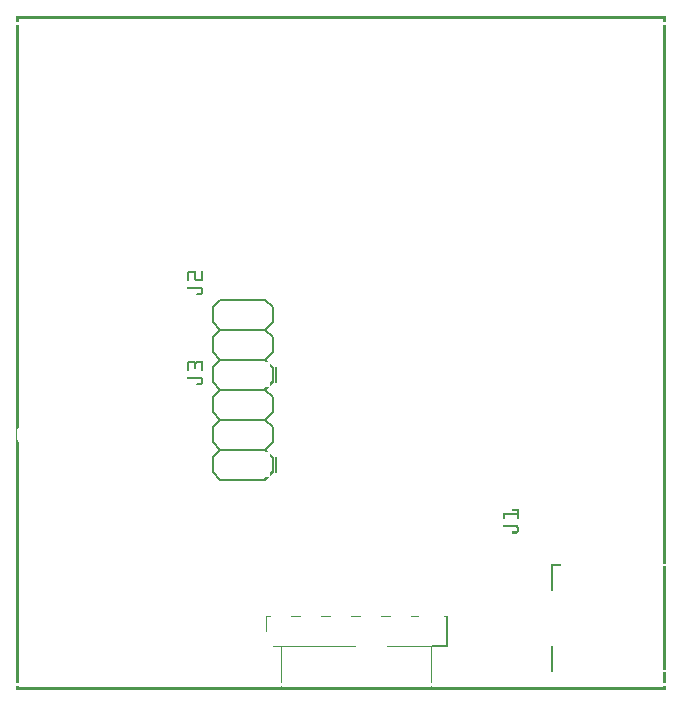
<source format=gto>
G04 MADE WITH FRITZING*
G04 WWW.FRITZING.ORG*
G04 DOUBLE SIDED*
G04 HOLES PLATED*
G04 CONTOUR ON CENTER OF CONTOUR VECTOR*
%ASAXBY*%
%FSLAX23Y23*%
%MOIN*%
%OFA0B0*%
%SFA1.0B1.0*%
%ADD10C,0.008000*%
%ADD11C,0.005000*%
%ADD12R,0.001000X0.001000*%
%LNSILK1*%
G90*
G70*
G54D10*
X1787Y416D02*
X1787Y333D01*
D02*
X1787Y62D02*
X1787Y144D01*
G54D11*
D02*
X1434Y244D02*
X1434Y144D01*
D02*
X1384Y144D02*
X1434Y144D01*
G54D10*
D02*
X829Y1099D02*
X854Y1124D01*
D02*
X854Y1174D02*
X829Y1199D01*
D02*
X829Y1199D02*
X854Y1224D01*
D02*
X854Y1274D02*
X829Y1299D01*
D02*
X829Y999D02*
X679Y999D01*
D02*
X679Y999D02*
X654Y1024D01*
D02*
X654Y1024D02*
X654Y1074D01*
D02*
X654Y1074D02*
X679Y1099D01*
D02*
X679Y1099D02*
X654Y1124D01*
D02*
X654Y1124D02*
X654Y1174D01*
D02*
X654Y1174D02*
X679Y1199D01*
D02*
X679Y1199D02*
X654Y1224D01*
D02*
X654Y1224D02*
X654Y1274D01*
D02*
X654Y1274D02*
X679Y1299D01*
D02*
X679Y1099D02*
X829Y1099D01*
D02*
X679Y1199D02*
X829Y1199D01*
D02*
X679Y1299D02*
X829Y1299D01*
D02*
X854Y1224D02*
X854Y1274D01*
D02*
X854Y1124D02*
X854Y1174D01*
D02*
X854Y1024D02*
X854Y1074D01*
D02*
X867Y1074D02*
X867Y1024D01*
D02*
X829Y799D02*
X854Y824D01*
D02*
X854Y874D02*
X829Y899D01*
D02*
X829Y899D02*
X854Y924D01*
D02*
X854Y974D02*
X829Y999D01*
D02*
X829Y699D02*
X679Y699D01*
D02*
X679Y699D02*
X654Y724D01*
D02*
X654Y724D02*
X654Y774D01*
D02*
X654Y774D02*
X679Y799D01*
D02*
X679Y799D02*
X654Y824D01*
D02*
X654Y824D02*
X654Y874D01*
D02*
X654Y874D02*
X679Y899D01*
D02*
X679Y899D02*
X654Y924D01*
D02*
X654Y924D02*
X654Y974D01*
D02*
X654Y974D02*
X679Y999D01*
D02*
X679Y799D02*
X829Y799D01*
D02*
X679Y899D02*
X829Y899D01*
D02*
X679Y999D02*
X829Y999D01*
D02*
X854Y924D02*
X854Y974D01*
D02*
X854Y824D02*
X854Y874D01*
D02*
X854Y724D02*
X854Y774D01*
D02*
X867Y774D02*
X867Y724D01*
G54D12*
X0Y2244D02*
X2164Y2244D01*
X0Y2243D02*
X2164Y2243D01*
X0Y2242D02*
X2164Y2242D01*
X0Y2241D02*
X2164Y2241D01*
X0Y2240D02*
X2164Y2240D01*
X0Y2239D02*
X2164Y2239D01*
X0Y2238D02*
X2164Y2238D01*
X0Y2237D02*
X2164Y2237D01*
X0Y2236D02*
X7Y2236D01*
X2157Y2236D02*
X2164Y2236D01*
X0Y2235D02*
X7Y2235D01*
X2157Y2235D02*
X2164Y2235D01*
X0Y2234D02*
X7Y2234D01*
X2157Y2234D02*
X2164Y2234D01*
X0Y2233D02*
X7Y2233D01*
X2157Y2233D02*
X2164Y2233D01*
X0Y2232D02*
X7Y2232D01*
X2157Y2232D02*
X2164Y2232D01*
X0Y2231D02*
X7Y2231D01*
X2157Y2231D02*
X2164Y2231D01*
X0Y2230D02*
X7Y2230D01*
X2157Y2230D02*
X2164Y2230D01*
X0Y2229D02*
X7Y2229D01*
X2157Y2229D02*
X2164Y2229D01*
X0Y2228D02*
X7Y2228D01*
X2157Y2228D02*
X2164Y2228D01*
X0Y2227D02*
X7Y2227D01*
X2157Y2227D02*
X2164Y2227D01*
X0Y2215D02*
X7Y2215D01*
X2157Y2215D02*
X2164Y2215D01*
X0Y2214D02*
X7Y2214D01*
X2157Y2214D02*
X2164Y2214D01*
X0Y2213D02*
X7Y2213D01*
X2157Y2213D02*
X2164Y2213D01*
X0Y2212D02*
X7Y2212D01*
X2157Y2212D02*
X2164Y2212D01*
X0Y2211D02*
X7Y2211D01*
X2157Y2211D02*
X2164Y2211D01*
X0Y2210D02*
X7Y2210D01*
X2157Y2210D02*
X2164Y2210D01*
X0Y2209D02*
X7Y2209D01*
X2157Y2209D02*
X2164Y2209D01*
X0Y2208D02*
X7Y2208D01*
X2157Y2208D02*
X2164Y2208D01*
X0Y2207D02*
X7Y2207D01*
X2157Y2207D02*
X2164Y2207D01*
X0Y2206D02*
X7Y2206D01*
X2157Y2206D02*
X2164Y2206D01*
X0Y2205D02*
X7Y2205D01*
X2157Y2205D02*
X2164Y2205D01*
X0Y2204D02*
X7Y2204D01*
X2157Y2204D02*
X2164Y2204D01*
X0Y2203D02*
X7Y2203D01*
X2157Y2203D02*
X2164Y2203D01*
X0Y2202D02*
X7Y2202D01*
X2157Y2202D02*
X2164Y2202D01*
X0Y2201D02*
X7Y2201D01*
X2157Y2201D02*
X2164Y2201D01*
X0Y2200D02*
X7Y2200D01*
X2157Y2200D02*
X2164Y2200D01*
X0Y2199D02*
X7Y2199D01*
X2157Y2199D02*
X2164Y2199D01*
X0Y2198D02*
X7Y2198D01*
X2157Y2198D02*
X2164Y2198D01*
X0Y2197D02*
X7Y2197D01*
X2157Y2197D02*
X2164Y2197D01*
X0Y2196D02*
X7Y2196D01*
X2157Y2196D02*
X2164Y2196D01*
X0Y2195D02*
X7Y2195D01*
X2157Y2195D02*
X2164Y2195D01*
X0Y2194D02*
X7Y2194D01*
X2157Y2194D02*
X2164Y2194D01*
X0Y2193D02*
X7Y2193D01*
X2157Y2193D02*
X2164Y2193D01*
X0Y2192D02*
X7Y2192D01*
X2157Y2192D02*
X2164Y2192D01*
X0Y2191D02*
X7Y2191D01*
X2157Y2191D02*
X2164Y2191D01*
X0Y2190D02*
X7Y2190D01*
X2157Y2190D02*
X2164Y2190D01*
X0Y2189D02*
X7Y2189D01*
X2157Y2189D02*
X2164Y2189D01*
X0Y2188D02*
X7Y2188D01*
X2157Y2188D02*
X2164Y2188D01*
X0Y2187D02*
X7Y2187D01*
X2157Y2187D02*
X2164Y2187D01*
X0Y2186D02*
X7Y2186D01*
X2157Y2186D02*
X2164Y2186D01*
X0Y2185D02*
X7Y2185D01*
X2157Y2185D02*
X2164Y2185D01*
X0Y2184D02*
X7Y2184D01*
X2157Y2184D02*
X2164Y2184D01*
X0Y2183D02*
X7Y2183D01*
X2157Y2183D02*
X2164Y2183D01*
X0Y2182D02*
X7Y2182D01*
X2157Y2182D02*
X2164Y2182D01*
X0Y2181D02*
X7Y2181D01*
X2157Y2181D02*
X2164Y2181D01*
X0Y2180D02*
X7Y2180D01*
X2157Y2180D02*
X2164Y2180D01*
X0Y2179D02*
X7Y2179D01*
X2157Y2179D02*
X2164Y2179D01*
X0Y2178D02*
X7Y2178D01*
X2157Y2178D02*
X2164Y2178D01*
X0Y2177D02*
X7Y2177D01*
X2157Y2177D02*
X2164Y2177D01*
X0Y2176D02*
X7Y2176D01*
X2157Y2176D02*
X2164Y2176D01*
X0Y2175D02*
X7Y2175D01*
X2157Y2175D02*
X2164Y2175D01*
X0Y2174D02*
X7Y2174D01*
X2157Y2174D02*
X2164Y2174D01*
X0Y2173D02*
X7Y2173D01*
X2157Y2173D02*
X2164Y2173D01*
X0Y2172D02*
X7Y2172D01*
X2157Y2172D02*
X2164Y2172D01*
X0Y2171D02*
X7Y2171D01*
X2157Y2171D02*
X2164Y2171D01*
X0Y2170D02*
X7Y2170D01*
X2157Y2170D02*
X2164Y2170D01*
X0Y2169D02*
X7Y2169D01*
X2157Y2169D02*
X2164Y2169D01*
X0Y2168D02*
X7Y2168D01*
X2157Y2168D02*
X2164Y2168D01*
X0Y2167D02*
X7Y2167D01*
X2157Y2167D02*
X2164Y2167D01*
X0Y2166D02*
X7Y2166D01*
X2157Y2166D02*
X2164Y2166D01*
X0Y2165D02*
X7Y2165D01*
X2157Y2165D02*
X2164Y2165D01*
X0Y2164D02*
X7Y2164D01*
X2157Y2164D02*
X2164Y2164D01*
X0Y2163D02*
X7Y2163D01*
X2157Y2163D02*
X2164Y2163D01*
X0Y2162D02*
X7Y2162D01*
X2157Y2162D02*
X2164Y2162D01*
X0Y2161D02*
X7Y2161D01*
X2157Y2161D02*
X2164Y2161D01*
X0Y2160D02*
X7Y2160D01*
X2157Y2160D02*
X2164Y2160D01*
X0Y2159D02*
X7Y2159D01*
X2157Y2159D02*
X2164Y2159D01*
X0Y2158D02*
X7Y2158D01*
X2157Y2158D02*
X2164Y2158D01*
X0Y2157D02*
X7Y2157D01*
X2157Y2157D02*
X2164Y2157D01*
X0Y2156D02*
X7Y2156D01*
X2157Y2156D02*
X2164Y2156D01*
X0Y2155D02*
X7Y2155D01*
X2157Y2155D02*
X2164Y2155D01*
X0Y2154D02*
X7Y2154D01*
X2157Y2154D02*
X2164Y2154D01*
X0Y2153D02*
X7Y2153D01*
X2157Y2153D02*
X2164Y2153D01*
X0Y2152D02*
X7Y2152D01*
X2157Y2152D02*
X2164Y2152D01*
X0Y2151D02*
X7Y2151D01*
X2157Y2151D02*
X2164Y2151D01*
X0Y2150D02*
X7Y2150D01*
X2157Y2150D02*
X2164Y2150D01*
X0Y2149D02*
X7Y2149D01*
X2157Y2149D02*
X2164Y2149D01*
X0Y2148D02*
X7Y2148D01*
X2157Y2148D02*
X2164Y2148D01*
X0Y2147D02*
X7Y2147D01*
X2157Y2147D02*
X2164Y2147D01*
X0Y2146D02*
X7Y2146D01*
X2157Y2146D02*
X2164Y2146D01*
X0Y2145D02*
X7Y2145D01*
X2157Y2145D02*
X2164Y2145D01*
X0Y2144D02*
X7Y2144D01*
X2157Y2144D02*
X2164Y2144D01*
X0Y2143D02*
X7Y2143D01*
X2157Y2143D02*
X2164Y2143D01*
X0Y2142D02*
X7Y2142D01*
X2157Y2142D02*
X2164Y2142D01*
X0Y2141D02*
X7Y2141D01*
X2157Y2141D02*
X2164Y2141D01*
X0Y2140D02*
X7Y2140D01*
X2157Y2140D02*
X2164Y2140D01*
X0Y2139D02*
X7Y2139D01*
X2157Y2139D02*
X2164Y2139D01*
X0Y2138D02*
X7Y2138D01*
X2157Y2138D02*
X2164Y2138D01*
X0Y2137D02*
X7Y2137D01*
X2157Y2137D02*
X2164Y2137D01*
X0Y2136D02*
X7Y2136D01*
X2157Y2136D02*
X2164Y2136D01*
X0Y2135D02*
X7Y2135D01*
X2157Y2135D02*
X2164Y2135D01*
X0Y2134D02*
X7Y2134D01*
X2157Y2134D02*
X2164Y2134D01*
X0Y2133D02*
X7Y2133D01*
X2157Y2133D02*
X2164Y2133D01*
X0Y2132D02*
X7Y2132D01*
X2157Y2132D02*
X2164Y2132D01*
X0Y2131D02*
X7Y2131D01*
X2157Y2131D02*
X2164Y2131D01*
X0Y2130D02*
X7Y2130D01*
X2157Y2130D02*
X2164Y2130D01*
X0Y2129D02*
X7Y2129D01*
X2157Y2129D02*
X2164Y2129D01*
X0Y2128D02*
X7Y2128D01*
X2157Y2128D02*
X2164Y2128D01*
X0Y2127D02*
X7Y2127D01*
X2157Y2127D02*
X2164Y2127D01*
X0Y2126D02*
X7Y2126D01*
X2157Y2126D02*
X2164Y2126D01*
X0Y2125D02*
X7Y2125D01*
X2157Y2125D02*
X2164Y2125D01*
X0Y2124D02*
X7Y2124D01*
X2157Y2124D02*
X2164Y2124D01*
X0Y2123D02*
X7Y2123D01*
X2157Y2123D02*
X2164Y2123D01*
X0Y2122D02*
X7Y2122D01*
X2157Y2122D02*
X2164Y2122D01*
X0Y2121D02*
X7Y2121D01*
X2157Y2121D02*
X2164Y2121D01*
X0Y2120D02*
X7Y2120D01*
X2157Y2120D02*
X2164Y2120D01*
X0Y2119D02*
X7Y2119D01*
X2157Y2119D02*
X2164Y2119D01*
X0Y2118D02*
X7Y2118D01*
X2157Y2118D02*
X2164Y2118D01*
X0Y2117D02*
X7Y2117D01*
X2157Y2117D02*
X2164Y2117D01*
X0Y2116D02*
X7Y2116D01*
X2157Y2116D02*
X2164Y2116D01*
X0Y2115D02*
X7Y2115D01*
X2157Y2115D02*
X2164Y2115D01*
X0Y2114D02*
X7Y2114D01*
X2157Y2114D02*
X2164Y2114D01*
X0Y2113D02*
X7Y2113D01*
X2157Y2113D02*
X2164Y2113D01*
X0Y2112D02*
X7Y2112D01*
X2157Y2112D02*
X2164Y2112D01*
X0Y2111D02*
X7Y2111D01*
X2157Y2111D02*
X2164Y2111D01*
X0Y2110D02*
X7Y2110D01*
X2157Y2110D02*
X2164Y2110D01*
X0Y2109D02*
X7Y2109D01*
X2157Y2109D02*
X2164Y2109D01*
X0Y2108D02*
X7Y2108D01*
X2157Y2108D02*
X2164Y2108D01*
X0Y2107D02*
X7Y2107D01*
X2157Y2107D02*
X2164Y2107D01*
X0Y2106D02*
X7Y2106D01*
X2157Y2106D02*
X2164Y2106D01*
X0Y2105D02*
X7Y2105D01*
X2157Y2105D02*
X2164Y2105D01*
X0Y2104D02*
X7Y2104D01*
X2157Y2104D02*
X2164Y2104D01*
X0Y2103D02*
X7Y2103D01*
X2157Y2103D02*
X2164Y2103D01*
X0Y2102D02*
X7Y2102D01*
X2157Y2102D02*
X2164Y2102D01*
X0Y2101D02*
X7Y2101D01*
X2157Y2101D02*
X2164Y2101D01*
X0Y2100D02*
X7Y2100D01*
X2157Y2100D02*
X2164Y2100D01*
X0Y2099D02*
X7Y2099D01*
X2157Y2099D02*
X2164Y2099D01*
X0Y2098D02*
X7Y2098D01*
X2157Y2098D02*
X2164Y2098D01*
X0Y2097D02*
X7Y2097D01*
X2157Y2097D02*
X2164Y2097D01*
X0Y2096D02*
X7Y2096D01*
X2157Y2096D02*
X2164Y2096D01*
X0Y2095D02*
X7Y2095D01*
X2157Y2095D02*
X2164Y2095D01*
X0Y2094D02*
X7Y2094D01*
X2157Y2094D02*
X2164Y2094D01*
X0Y2093D02*
X7Y2093D01*
X2157Y2093D02*
X2164Y2093D01*
X0Y2092D02*
X7Y2092D01*
X2157Y2092D02*
X2164Y2092D01*
X0Y2091D02*
X7Y2091D01*
X2157Y2091D02*
X2164Y2091D01*
X0Y2090D02*
X7Y2090D01*
X2157Y2090D02*
X2164Y2090D01*
X0Y2089D02*
X7Y2089D01*
X2157Y2089D02*
X2164Y2089D01*
X0Y2088D02*
X7Y2088D01*
X2157Y2088D02*
X2164Y2088D01*
X0Y2087D02*
X7Y2087D01*
X2157Y2087D02*
X2164Y2087D01*
X0Y2086D02*
X7Y2086D01*
X2157Y2086D02*
X2164Y2086D01*
X0Y2085D02*
X7Y2085D01*
X2157Y2085D02*
X2164Y2085D01*
X0Y2084D02*
X7Y2084D01*
X2157Y2084D02*
X2164Y2084D01*
X0Y2083D02*
X7Y2083D01*
X2157Y2083D02*
X2164Y2083D01*
X0Y2082D02*
X7Y2082D01*
X2157Y2082D02*
X2164Y2082D01*
X0Y2081D02*
X7Y2081D01*
X2157Y2081D02*
X2164Y2081D01*
X0Y2080D02*
X7Y2080D01*
X2157Y2080D02*
X2164Y2080D01*
X0Y2079D02*
X7Y2079D01*
X2157Y2079D02*
X2164Y2079D01*
X0Y2078D02*
X7Y2078D01*
X2157Y2078D02*
X2164Y2078D01*
X0Y2077D02*
X7Y2077D01*
X2157Y2077D02*
X2164Y2077D01*
X0Y2076D02*
X7Y2076D01*
X2157Y2076D02*
X2164Y2076D01*
X0Y2075D02*
X7Y2075D01*
X2157Y2075D02*
X2164Y2075D01*
X0Y2074D02*
X7Y2074D01*
X2157Y2074D02*
X2164Y2074D01*
X0Y2073D02*
X7Y2073D01*
X2157Y2073D02*
X2164Y2073D01*
X0Y2072D02*
X7Y2072D01*
X2157Y2072D02*
X2164Y2072D01*
X0Y2071D02*
X7Y2071D01*
X2157Y2071D02*
X2164Y2071D01*
X0Y2070D02*
X7Y2070D01*
X2157Y2070D02*
X2164Y2070D01*
X0Y2069D02*
X7Y2069D01*
X2157Y2069D02*
X2164Y2069D01*
X0Y2068D02*
X7Y2068D01*
X2157Y2068D02*
X2164Y2068D01*
X0Y2067D02*
X7Y2067D01*
X2157Y2067D02*
X2164Y2067D01*
X0Y2066D02*
X7Y2066D01*
X2157Y2066D02*
X2164Y2066D01*
X0Y2065D02*
X7Y2065D01*
X2157Y2065D02*
X2164Y2065D01*
X0Y2064D02*
X7Y2064D01*
X2157Y2064D02*
X2164Y2064D01*
X0Y2063D02*
X7Y2063D01*
X2157Y2063D02*
X2164Y2063D01*
X0Y2062D02*
X7Y2062D01*
X2157Y2062D02*
X2164Y2062D01*
X0Y2061D02*
X7Y2061D01*
X2157Y2061D02*
X2164Y2061D01*
X0Y2060D02*
X7Y2060D01*
X2157Y2060D02*
X2164Y2060D01*
X0Y2059D02*
X7Y2059D01*
X2157Y2059D02*
X2164Y2059D01*
X0Y2058D02*
X7Y2058D01*
X2157Y2058D02*
X2164Y2058D01*
X0Y2057D02*
X7Y2057D01*
X2157Y2057D02*
X2164Y2057D01*
X0Y2056D02*
X7Y2056D01*
X2157Y2056D02*
X2164Y2056D01*
X0Y2055D02*
X7Y2055D01*
X2157Y2055D02*
X2164Y2055D01*
X0Y2054D02*
X7Y2054D01*
X2157Y2054D02*
X2164Y2054D01*
X0Y2053D02*
X7Y2053D01*
X2157Y2053D02*
X2164Y2053D01*
X0Y2052D02*
X7Y2052D01*
X2157Y2052D02*
X2164Y2052D01*
X0Y2051D02*
X7Y2051D01*
X2157Y2051D02*
X2164Y2051D01*
X0Y2050D02*
X7Y2050D01*
X2157Y2050D02*
X2164Y2050D01*
X0Y2049D02*
X7Y2049D01*
X2157Y2049D02*
X2164Y2049D01*
X0Y2048D02*
X7Y2048D01*
X2157Y2048D02*
X2164Y2048D01*
X0Y2047D02*
X7Y2047D01*
X2157Y2047D02*
X2164Y2047D01*
X0Y2046D02*
X7Y2046D01*
X2157Y2046D02*
X2164Y2046D01*
X0Y2045D02*
X7Y2045D01*
X2157Y2045D02*
X2164Y2045D01*
X0Y2044D02*
X7Y2044D01*
X2157Y2044D02*
X2164Y2044D01*
X0Y2043D02*
X7Y2043D01*
X2157Y2043D02*
X2164Y2043D01*
X0Y2042D02*
X7Y2042D01*
X2157Y2042D02*
X2164Y2042D01*
X0Y2041D02*
X7Y2041D01*
X2157Y2041D02*
X2164Y2041D01*
X0Y2040D02*
X7Y2040D01*
X2157Y2040D02*
X2164Y2040D01*
X0Y2039D02*
X7Y2039D01*
X2157Y2039D02*
X2164Y2039D01*
X0Y2038D02*
X7Y2038D01*
X2157Y2038D02*
X2164Y2038D01*
X0Y2037D02*
X7Y2037D01*
X2157Y2037D02*
X2164Y2037D01*
X0Y2036D02*
X7Y2036D01*
X2157Y2036D02*
X2164Y2036D01*
X0Y2035D02*
X7Y2035D01*
X2157Y2035D02*
X2164Y2035D01*
X0Y2034D02*
X7Y2034D01*
X2157Y2034D02*
X2164Y2034D01*
X0Y2033D02*
X7Y2033D01*
X2157Y2033D02*
X2164Y2033D01*
X0Y2032D02*
X7Y2032D01*
X2157Y2032D02*
X2164Y2032D01*
X0Y2031D02*
X7Y2031D01*
X2157Y2031D02*
X2164Y2031D01*
X0Y2030D02*
X7Y2030D01*
X2157Y2030D02*
X2164Y2030D01*
X0Y2029D02*
X7Y2029D01*
X2157Y2029D02*
X2164Y2029D01*
X0Y2028D02*
X7Y2028D01*
X2157Y2028D02*
X2164Y2028D01*
X0Y2027D02*
X7Y2027D01*
X2157Y2027D02*
X2164Y2027D01*
X0Y2026D02*
X7Y2026D01*
X2157Y2026D02*
X2164Y2026D01*
X0Y2025D02*
X7Y2025D01*
X2157Y2025D02*
X2164Y2025D01*
X0Y2024D02*
X7Y2024D01*
X2157Y2024D02*
X2164Y2024D01*
X0Y2023D02*
X7Y2023D01*
X2157Y2023D02*
X2164Y2023D01*
X0Y2022D02*
X7Y2022D01*
X2157Y2022D02*
X2164Y2022D01*
X0Y2021D02*
X7Y2021D01*
X2157Y2021D02*
X2164Y2021D01*
X0Y2020D02*
X7Y2020D01*
X2157Y2020D02*
X2164Y2020D01*
X0Y2019D02*
X7Y2019D01*
X2157Y2019D02*
X2164Y2019D01*
X0Y2018D02*
X7Y2018D01*
X2157Y2018D02*
X2164Y2018D01*
X0Y2017D02*
X7Y2017D01*
X2157Y2017D02*
X2164Y2017D01*
X0Y2016D02*
X7Y2016D01*
X2157Y2016D02*
X2164Y2016D01*
X0Y2015D02*
X7Y2015D01*
X2157Y2015D02*
X2164Y2015D01*
X0Y2014D02*
X7Y2014D01*
X2157Y2014D02*
X2164Y2014D01*
X0Y2013D02*
X7Y2013D01*
X2157Y2013D02*
X2164Y2013D01*
X0Y2012D02*
X7Y2012D01*
X2157Y2012D02*
X2164Y2012D01*
X0Y2011D02*
X7Y2011D01*
X2157Y2011D02*
X2164Y2011D01*
X0Y2010D02*
X7Y2010D01*
X2157Y2010D02*
X2164Y2010D01*
X0Y2009D02*
X7Y2009D01*
X2157Y2009D02*
X2164Y2009D01*
X0Y2008D02*
X7Y2008D01*
X2157Y2008D02*
X2164Y2008D01*
X0Y2007D02*
X7Y2007D01*
X2157Y2007D02*
X2164Y2007D01*
X0Y2006D02*
X7Y2006D01*
X2157Y2006D02*
X2164Y2006D01*
X0Y2005D02*
X7Y2005D01*
X2157Y2005D02*
X2164Y2005D01*
X0Y2004D02*
X7Y2004D01*
X2157Y2004D02*
X2164Y2004D01*
X0Y2003D02*
X7Y2003D01*
X2157Y2003D02*
X2164Y2003D01*
X0Y2002D02*
X7Y2002D01*
X2157Y2002D02*
X2164Y2002D01*
X0Y2001D02*
X7Y2001D01*
X2157Y2001D02*
X2164Y2001D01*
X0Y2000D02*
X7Y2000D01*
X2157Y2000D02*
X2164Y2000D01*
X0Y1999D02*
X7Y1999D01*
X2157Y1999D02*
X2164Y1999D01*
X0Y1998D02*
X7Y1998D01*
X2157Y1998D02*
X2164Y1998D01*
X0Y1997D02*
X7Y1997D01*
X2157Y1997D02*
X2164Y1997D01*
X0Y1996D02*
X7Y1996D01*
X2157Y1996D02*
X2164Y1996D01*
X0Y1995D02*
X7Y1995D01*
X2157Y1995D02*
X2164Y1995D01*
X0Y1994D02*
X7Y1994D01*
X2157Y1994D02*
X2164Y1994D01*
X0Y1993D02*
X7Y1993D01*
X2157Y1993D02*
X2164Y1993D01*
X0Y1992D02*
X7Y1992D01*
X2157Y1992D02*
X2164Y1992D01*
X0Y1991D02*
X7Y1991D01*
X2157Y1991D02*
X2164Y1991D01*
X0Y1990D02*
X7Y1990D01*
X2157Y1990D02*
X2164Y1990D01*
X0Y1989D02*
X7Y1989D01*
X2157Y1989D02*
X2164Y1989D01*
X0Y1988D02*
X7Y1988D01*
X2157Y1988D02*
X2164Y1988D01*
X0Y1987D02*
X7Y1987D01*
X2157Y1987D02*
X2164Y1987D01*
X0Y1986D02*
X7Y1986D01*
X2157Y1986D02*
X2164Y1986D01*
X0Y1985D02*
X7Y1985D01*
X2157Y1985D02*
X2164Y1985D01*
X0Y1984D02*
X7Y1984D01*
X2157Y1984D02*
X2164Y1984D01*
X0Y1983D02*
X7Y1983D01*
X2157Y1983D02*
X2164Y1983D01*
X0Y1982D02*
X7Y1982D01*
X2157Y1982D02*
X2164Y1982D01*
X0Y1981D02*
X7Y1981D01*
X2157Y1981D02*
X2164Y1981D01*
X0Y1980D02*
X7Y1980D01*
X2157Y1980D02*
X2164Y1980D01*
X0Y1979D02*
X7Y1979D01*
X2157Y1979D02*
X2164Y1979D01*
X0Y1978D02*
X7Y1978D01*
X2157Y1978D02*
X2164Y1978D01*
X0Y1977D02*
X7Y1977D01*
X2157Y1977D02*
X2164Y1977D01*
X0Y1976D02*
X7Y1976D01*
X2157Y1976D02*
X2164Y1976D01*
X0Y1975D02*
X7Y1975D01*
X2157Y1975D02*
X2164Y1975D01*
X0Y1974D02*
X7Y1974D01*
X2157Y1974D02*
X2164Y1974D01*
X0Y1973D02*
X7Y1973D01*
X2157Y1973D02*
X2164Y1973D01*
X0Y1972D02*
X7Y1972D01*
X2157Y1972D02*
X2164Y1972D01*
X0Y1971D02*
X7Y1971D01*
X2157Y1971D02*
X2164Y1971D01*
X0Y1970D02*
X7Y1970D01*
X2157Y1970D02*
X2164Y1970D01*
X0Y1969D02*
X7Y1969D01*
X2157Y1969D02*
X2164Y1969D01*
X0Y1968D02*
X7Y1968D01*
X2157Y1968D02*
X2164Y1968D01*
X0Y1967D02*
X7Y1967D01*
X2157Y1967D02*
X2164Y1967D01*
X0Y1966D02*
X7Y1966D01*
X2157Y1966D02*
X2164Y1966D01*
X0Y1965D02*
X7Y1965D01*
X2157Y1965D02*
X2164Y1965D01*
X0Y1964D02*
X7Y1964D01*
X2157Y1964D02*
X2164Y1964D01*
X0Y1963D02*
X7Y1963D01*
X2157Y1963D02*
X2164Y1963D01*
X0Y1962D02*
X7Y1962D01*
X2157Y1962D02*
X2164Y1962D01*
X0Y1961D02*
X7Y1961D01*
X2157Y1961D02*
X2164Y1961D01*
X0Y1960D02*
X7Y1960D01*
X2157Y1960D02*
X2164Y1960D01*
X0Y1959D02*
X7Y1959D01*
X2157Y1959D02*
X2164Y1959D01*
X0Y1958D02*
X7Y1958D01*
X2157Y1958D02*
X2164Y1958D01*
X0Y1957D02*
X7Y1957D01*
X2157Y1957D02*
X2164Y1957D01*
X0Y1956D02*
X7Y1956D01*
X2157Y1956D02*
X2164Y1956D01*
X0Y1955D02*
X7Y1955D01*
X2157Y1955D02*
X2164Y1955D01*
X0Y1954D02*
X7Y1954D01*
X2157Y1954D02*
X2164Y1954D01*
X0Y1953D02*
X7Y1953D01*
X2157Y1953D02*
X2164Y1953D01*
X0Y1952D02*
X7Y1952D01*
X2157Y1952D02*
X2164Y1952D01*
X0Y1951D02*
X7Y1951D01*
X2157Y1951D02*
X2164Y1951D01*
X0Y1950D02*
X7Y1950D01*
X2157Y1950D02*
X2164Y1950D01*
X0Y1949D02*
X7Y1949D01*
X2157Y1949D02*
X2164Y1949D01*
X0Y1948D02*
X7Y1948D01*
X2157Y1948D02*
X2164Y1948D01*
X0Y1947D02*
X7Y1947D01*
X2157Y1947D02*
X2164Y1947D01*
X0Y1946D02*
X7Y1946D01*
X2157Y1946D02*
X2164Y1946D01*
X0Y1945D02*
X7Y1945D01*
X2157Y1945D02*
X2164Y1945D01*
X0Y1944D02*
X7Y1944D01*
X2157Y1944D02*
X2164Y1944D01*
X0Y1943D02*
X7Y1943D01*
X2157Y1943D02*
X2164Y1943D01*
X0Y1942D02*
X7Y1942D01*
X2157Y1942D02*
X2164Y1942D01*
X0Y1941D02*
X7Y1941D01*
X2157Y1941D02*
X2164Y1941D01*
X0Y1940D02*
X7Y1940D01*
X2157Y1940D02*
X2164Y1940D01*
X0Y1939D02*
X7Y1939D01*
X2157Y1939D02*
X2164Y1939D01*
X0Y1938D02*
X7Y1938D01*
X2157Y1938D02*
X2164Y1938D01*
X0Y1937D02*
X7Y1937D01*
X2157Y1937D02*
X2164Y1937D01*
X0Y1936D02*
X7Y1936D01*
X2157Y1936D02*
X2164Y1936D01*
X0Y1935D02*
X7Y1935D01*
X2157Y1935D02*
X2164Y1935D01*
X0Y1934D02*
X7Y1934D01*
X2157Y1934D02*
X2164Y1934D01*
X0Y1933D02*
X7Y1933D01*
X2157Y1933D02*
X2164Y1933D01*
X0Y1932D02*
X7Y1932D01*
X2157Y1932D02*
X2164Y1932D01*
X0Y1931D02*
X7Y1931D01*
X2157Y1931D02*
X2164Y1931D01*
X0Y1930D02*
X7Y1930D01*
X2157Y1930D02*
X2164Y1930D01*
X0Y1929D02*
X7Y1929D01*
X2157Y1929D02*
X2164Y1929D01*
X0Y1928D02*
X7Y1928D01*
X2157Y1928D02*
X2164Y1928D01*
X0Y1927D02*
X7Y1927D01*
X2157Y1927D02*
X2164Y1927D01*
X0Y1926D02*
X7Y1926D01*
X2157Y1926D02*
X2164Y1926D01*
X0Y1925D02*
X7Y1925D01*
X2157Y1925D02*
X2164Y1925D01*
X0Y1924D02*
X7Y1924D01*
X2157Y1924D02*
X2164Y1924D01*
X0Y1923D02*
X7Y1923D01*
X2157Y1923D02*
X2164Y1923D01*
X0Y1922D02*
X7Y1922D01*
X2157Y1922D02*
X2164Y1922D01*
X0Y1921D02*
X7Y1921D01*
X2157Y1921D02*
X2164Y1921D01*
X0Y1920D02*
X7Y1920D01*
X2157Y1920D02*
X2164Y1920D01*
X0Y1919D02*
X7Y1919D01*
X2157Y1919D02*
X2164Y1919D01*
X0Y1918D02*
X7Y1918D01*
X2157Y1918D02*
X2164Y1918D01*
X0Y1917D02*
X7Y1917D01*
X2157Y1917D02*
X2164Y1917D01*
X0Y1916D02*
X7Y1916D01*
X2157Y1916D02*
X2164Y1916D01*
X0Y1915D02*
X7Y1915D01*
X2157Y1915D02*
X2164Y1915D01*
X0Y1914D02*
X7Y1914D01*
X2157Y1914D02*
X2164Y1914D01*
X0Y1913D02*
X7Y1913D01*
X2157Y1913D02*
X2164Y1913D01*
X0Y1912D02*
X7Y1912D01*
X2157Y1912D02*
X2164Y1912D01*
X0Y1911D02*
X7Y1911D01*
X2157Y1911D02*
X2164Y1911D01*
X0Y1910D02*
X7Y1910D01*
X2157Y1910D02*
X2164Y1910D01*
X0Y1909D02*
X7Y1909D01*
X2157Y1909D02*
X2164Y1909D01*
X0Y1908D02*
X7Y1908D01*
X2157Y1908D02*
X2164Y1908D01*
X0Y1907D02*
X7Y1907D01*
X2157Y1907D02*
X2164Y1907D01*
X0Y1906D02*
X7Y1906D01*
X2157Y1906D02*
X2164Y1906D01*
X0Y1905D02*
X7Y1905D01*
X2157Y1905D02*
X2164Y1905D01*
X0Y1904D02*
X7Y1904D01*
X2157Y1904D02*
X2164Y1904D01*
X0Y1903D02*
X7Y1903D01*
X2157Y1903D02*
X2164Y1903D01*
X0Y1902D02*
X7Y1902D01*
X2157Y1902D02*
X2164Y1902D01*
X0Y1901D02*
X7Y1901D01*
X2157Y1901D02*
X2164Y1901D01*
X0Y1900D02*
X7Y1900D01*
X2157Y1900D02*
X2164Y1900D01*
X0Y1899D02*
X7Y1899D01*
X2157Y1899D02*
X2164Y1899D01*
X0Y1898D02*
X7Y1898D01*
X2157Y1898D02*
X2164Y1898D01*
X0Y1897D02*
X7Y1897D01*
X2157Y1897D02*
X2164Y1897D01*
X0Y1896D02*
X7Y1896D01*
X2157Y1896D02*
X2164Y1896D01*
X0Y1895D02*
X7Y1895D01*
X2157Y1895D02*
X2164Y1895D01*
X0Y1894D02*
X7Y1894D01*
X2157Y1894D02*
X2164Y1894D01*
X0Y1893D02*
X7Y1893D01*
X2157Y1893D02*
X2164Y1893D01*
X0Y1892D02*
X7Y1892D01*
X2157Y1892D02*
X2164Y1892D01*
X0Y1891D02*
X7Y1891D01*
X2157Y1891D02*
X2164Y1891D01*
X0Y1890D02*
X7Y1890D01*
X2157Y1890D02*
X2164Y1890D01*
X0Y1889D02*
X7Y1889D01*
X2157Y1889D02*
X2164Y1889D01*
X0Y1888D02*
X7Y1888D01*
X2157Y1888D02*
X2164Y1888D01*
X0Y1887D02*
X7Y1887D01*
X2157Y1887D02*
X2164Y1887D01*
X0Y1886D02*
X7Y1886D01*
X2157Y1886D02*
X2164Y1886D01*
X0Y1885D02*
X7Y1885D01*
X2157Y1885D02*
X2164Y1885D01*
X0Y1884D02*
X7Y1884D01*
X2157Y1884D02*
X2164Y1884D01*
X0Y1883D02*
X7Y1883D01*
X2157Y1883D02*
X2164Y1883D01*
X0Y1882D02*
X7Y1882D01*
X2157Y1882D02*
X2164Y1882D01*
X0Y1881D02*
X7Y1881D01*
X2157Y1881D02*
X2164Y1881D01*
X0Y1880D02*
X7Y1880D01*
X2157Y1880D02*
X2164Y1880D01*
X0Y1879D02*
X7Y1879D01*
X2157Y1879D02*
X2164Y1879D01*
X0Y1878D02*
X7Y1878D01*
X2157Y1878D02*
X2164Y1878D01*
X0Y1877D02*
X7Y1877D01*
X2157Y1877D02*
X2164Y1877D01*
X0Y1876D02*
X7Y1876D01*
X2157Y1876D02*
X2164Y1876D01*
X0Y1875D02*
X7Y1875D01*
X2157Y1875D02*
X2164Y1875D01*
X0Y1874D02*
X7Y1874D01*
X2157Y1874D02*
X2164Y1874D01*
X0Y1873D02*
X7Y1873D01*
X2157Y1873D02*
X2164Y1873D01*
X0Y1872D02*
X7Y1872D01*
X2157Y1872D02*
X2164Y1872D01*
X0Y1871D02*
X7Y1871D01*
X2157Y1871D02*
X2164Y1871D01*
X0Y1870D02*
X7Y1870D01*
X2157Y1870D02*
X2164Y1870D01*
X0Y1869D02*
X7Y1869D01*
X2157Y1869D02*
X2164Y1869D01*
X0Y1868D02*
X7Y1868D01*
X2157Y1868D02*
X2164Y1868D01*
X0Y1867D02*
X7Y1867D01*
X2157Y1867D02*
X2164Y1867D01*
X0Y1866D02*
X7Y1866D01*
X2157Y1866D02*
X2164Y1866D01*
X0Y1865D02*
X7Y1865D01*
X2157Y1865D02*
X2164Y1865D01*
X0Y1864D02*
X7Y1864D01*
X2157Y1864D02*
X2164Y1864D01*
X0Y1863D02*
X7Y1863D01*
X2157Y1863D02*
X2164Y1863D01*
X0Y1862D02*
X7Y1862D01*
X2157Y1862D02*
X2164Y1862D01*
X0Y1861D02*
X7Y1861D01*
X2157Y1861D02*
X2164Y1861D01*
X0Y1860D02*
X7Y1860D01*
X2157Y1860D02*
X2164Y1860D01*
X0Y1859D02*
X7Y1859D01*
X2157Y1859D02*
X2164Y1859D01*
X0Y1858D02*
X7Y1858D01*
X2157Y1858D02*
X2164Y1858D01*
X0Y1857D02*
X7Y1857D01*
X2157Y1857D02*
X2164Y1857D01*
X0Y1856D02*
X7Y1856D01*
X2157Y1856D02*
X2164Y1856D01*
X0Y1855D02*
X7Y1855D01*
X2157Y1855D02*
X2164Y1855D01*
X0Y1854D02*
X7Y1854D01*
X2157Y1854D02*
X2164Y1854D01*
X0Y1853D02*
X7Y1853D01*
X2157Y1853D02*
X2164Y1853D01*
X0Y1852D02*
X7Y1852D01*
X2157Y1852D02*
X2164Y1852D01*
X0Y1851D02*
X7Y1851D01*
X2157Y1851D02*
X2164Y1851D01*
X0Y1850D02*
X7Y1850D01*
X2157Y1850D02*
X2164Y1850D01*
X0Y1849D02*
X7Y1849D01*
X2157Y1849D02*
X2164Y1849D01*
X0Y1848D02*
X7Y1848D01*
X2157Y1848D02*
X2164Y1848D01*
X0Y1847D02*
X7Y1847D01*
X2157Y1847D02*
X2164Y1847D01*
X0Y1846D02*
X7Y1846D01*
X2157Y1846D02*
X2164Y1846D01*
X0Y1845D02*
X7Y1845D01*
X2157Y1845D02*
X2164Y1845D01*
X0Y1844D02*
X7Y1844D01*
X2157Y1844D02*
X2164Y1844D01*
X0Y1843D02*
X7Y1843D01*
X2157Y1843D02*
X2164Y1843D01*
X0Y1842D02*
X7Y1842D01*
X2157Y1842D02*
X2164Y1842D01*
X0Y1841D02*
X7Y1841D01*
X2157Y1841D02*
X2164Y1841D01*
X0Y1840D02*
X7Y1840D01*
X2157Y1840D02*
X2164Y1840D01*
X0Y1839D02*
X7Y1839D01*
X2157Y1839D02*
X2164Y1839D01*
X0Y1838D02*
X7Y1838D01*
X2157Y1838D02*
X2164Y1838D01*
X0Y1837D02*
X7Y1837D01*
X2157Y1837D02*
X2164Y1837D01*
X0Y1836D02*
X7Y1836D01*
X2157Y1836D02*
X2164Y1836D01*
X0Y1835D02*
X7Y1835D01*
X2157Y1835D02*
X2164Y1835D01*
X0Y1834D02*
X7Y1834D01*
X2157Y1834D02*
X2164Y1834D01*
X0Y1833D02*
X7Y1833D01*
X2157Y1833D02*
X2164Y1833D01*
X0Y1832D02*
X7Y1832D01*
X2157Y1832D02*
X2164Y1832D01*
X0Y1831D02*
X7Y1831D01*
X2157Y1831D02*
X2164Y1831D01*
X0Y1830D02*
X7Y1830D01*
X2157Y1830D02*
X2164Y1830D01*
X0Y1829D02*
X7Y1829D01*
X2157Y1829D02*
X2164Y1829D01*
X0Y1828D02*
X7Y1828D01*
X2157Y1828D02*
X2164Y1828D01*
X0Y1827D02*
X7Y1827D01*
X2157Y1827D02*
X2164Y1827D01*
X0Y1826D02*
X7Y1826D01*
X2157Y1826D02*
X2164Y1826D01*
X0Y1825D02*
X7Y1825D01*
X2157Y1825D02*
X2164Y1825D01*
X0Y1824D02*
X7Y1824D01*
X2157Y1824D02*
X2164Y1824D01*
X0Y1823D02*
X7Y1823D01*
X2157Y1823D02*
X2164Y1823D01*
X0Y1822D02*
X7Y1822D01*
X2157Y1822D02*
X2164Y1822D01*
X0Y1821D02*
X7Y1821D01*
X2157Y1821D02*
X2164Y1821D01*
X0Y1820D02*
X7Y1820D01*
X2157Y1820D02*
X2164Y1820D01*
X0Y1819D02*
X7Y1819D01*
X2157Y1819D02*
X2164Y1819D01*
X0Y1818D02*
X7Y1818D01*
X2157Y1818D02*
X2164Y1818D01*
X0Y1817D02*
X7Y1817D01*
X2157Y1817D02*
X2164Y1817D01*
X0Y1816D02*
X7Y1816D01*
X2157Y1816D02*
X2164Y1816D01*
X0Y1815D02*
X7Y1815D01*
X2157Y1815D02*
X2164Y1815D01*
X0Y1814D02*
X7Y1814D01*
X2157Y1814D02*
X2164Y1814D01*
X0Y1813D02*
X7Y1813D01*
X2157Y1813D02*
X2164Y1813D01*
X0Y1812D02*
X7Y1812D01*
X2157Y1812D02*
X2164Y1812D01*
X0Y1811D02*
X7Y1811D01*
X2157Y1811D02*
X2164Y1811D01*
X0Y1810D02*
X7Y1810D01*
X2157Y1810D02*
X2164Y1810D01*
X0Y1809D02*
X7Y1809D01*
X2157Y1809D02*
X2164Y1809D01*
X0Y1808D02*
X7Y1808D01*
X2157Y1808D02*
X2164Y1808D01*
X0Y1807D02*
X7Y1807D01*
X2157Y1807D02*
X2164Y1807D01*
X0Y1806D02*
X7Y1806D01*
X2157Y1806D02*
X2164Y1806D01*
X0Y1805D02*
X7Y1805D01*
X2157Y1805D02*
X2164Y1805D01*
X0Y1804D02*
X7Y1804D01*
X2157Y1804D02*
X2164Y1804D01*
X0Y1803D02*
X7Y1803D01*
X2157Y1803D02*
X2164Y1803D01*
X0Y1802D02*
X7Y1802D01*
X2157Y1802D02*
X2164Y1802D01*
X0Y1801D02*
X7Y1801D01*
X2157Y1801D02*
X2164Y1801D01*
X0Y1800D02*
X7Y1800D01*
X2157Y1800D02*
X2164Y1800D01*
X0Y1799D02*
X7Y1799D01*
X2157Y1799D02*
X2164Y1799D01*
X0Y1798D02*
X7Y1798D01*
X2157Y1798D02*
X2164Y1798D01*
X0Y1797D02*
X7Y1797D01*
X2157Y1797D02*
X2164Y1797D01*
X0Y1796D02*
X7Y1796D01*
X2157Y1796D02*
X2164Y1796D01*
X0Y1795D02*
X7Y1795D01*
X2157Y1795D02*
X2164Y1795D01*
X0Y1794D02*
X7Y1794D01*
X2157Y1794D02*
X2164Y1794D01*
X0Y1793D02*
X7Y1793D01*
X2157Y1793D02*
X2164Y1793D01*
X0Y1792D02*
X7Y1792D01*
X2157Y1792D02*
X2164Y1792D01*
X0Y1791D02*
X7Y1791D01*
X2157Y1791D02*
X2164Y1791D01*
X0Y1790D02*
X7Y1790D01*
X2157Y1790D02*
X2164Y1790D01*
X0Y1789D02*
X7Y1789D01*
X2157Y1789D02*
X2164Y1789D01*
X0Y1788D02*
X7Y1788D01*
X2157Y1788D02*
X2164Y1788D01*
X0Y1787D02*
X7Y1787D01*
X2157Y1787D02*
X2164Y1787D01*
X0Y1786D02*
X7Y1786D01*
X2157Y1786D02*
X2164Y1786D01*
X0Y1785D02*
X7Y1785D01*
X2157Y1785D02*
X2164Y1785D01*
X0Y1784D02*
X7Y1784D01*
X2157Y1784D02*
X2164Y1784D01*
X0Y1783D02*
X7Y1783D01*
X2157Y1783D02*
X2164Y1783D01*
X0Y1782D02*
X7Y1782D01*
X2157Y1782D02*
X2164Y1782D01*
X0Y1781D02*
X7Y1781D01*
X2157Y1781D02*
X2164Y1781D01*
X0Y1780D02*
X7Y1780D01*
X2157Y1780D02*
X2164Y1780D01*
X0Y1779D02*
X7Y1779D01*
X2157Y1779D02*
X2164Y1779D01*
X0Y1778D02*
X7Y1778D01*
X2157Y1778D02*
X2164Y1778D01*
X0Y1777D02*
X7Y1777D01*
X2157Y1777D02*
X2164Y1777D01*
X0Y1776D02*
X7Y1776D01*
X2157Y1776D02*
X2164Y1776D01*
X0Y1775D02*
X7Y1775D01*
X2157Y1775D02*
X2164Y1775D01*
X0Y1774D02*
X7Y1774D01*
X2157Y1774D02*
X2164Y1774D01*
X0Y1773D02*
X7Y1773D01*
X2157Y1773D02*
X2164Y1773D01*
X0Y1772D02*
X7Y1772D01*
X2157Y1772D02*
X2164Y1772D01*
X0Y1771D02*
X7Y1771D01*
X2157Y1771D02*
X2164Y1771D01*
X0Y1770D02*
X7Y1770D01*
X2157Y1770D02*
X2164Y1770D01*
X0Y1769D02*
X7Y1769D01*
X2157Y1769D02*
X2164Y1769D01*
X0Y1768D02*
X7Y1768D01*
X2157Y1768D02*
X2164Y1768D01*
X0Y1767D02*
X7Y1767D01*
X2157Y1767D02*
X2164Y1767D01*
X0Y1766D02*
X7Y1766D01*
X2157Y1766D02*
X2164Y1766D01*
X0Y1765D02*
X7Y1765D01*
X2157Y1765D02*
X2164Y1765D01*
X0Y1764D02*
X7Y1764D01*
X2157Y1764D02*
X2164Y1764D01*
X0Y1763D02*
X7Y1763D01*
X2157Y1763D02*
X2164Y1763D01*
X0Y1762D02*
X7Y1762D01*
X2157Y1762D02*
X2164Y1762D01*
X0Y1761D02*
X7Y1761D01*
X2157Y1761D02*
X2164Y1761D01*
X0Y1760D02*
X7Y1760D01*
X2157Y1760D02*
X2164Y1760D01*
X0Y1759D02*
X7Y1759D01*
X2157Y1759D02*
X2164Y1759D01*
X0Y1758D02*
X7Y1758D01*
X2157Y1758D02*
X2164Y1758D01*
X0Y1757D02*
X7Y1757D01*
X2157Y1757D02*
X2164Y1757D01*
X0Y1756D02*
X7Y1756D01*
X2157Y1756D02*
X2164Y1756D01*
X0Y1755D02*
X7Y1755D01*
X2157Y1755D02*
X2164Y1755D01*
X0Y1754D02*
X7Y1754D01*
X2157Y1754D02*
X2164Y1754D01*
X0Y1753D02*
X7Y1753D01*
X2157Y1753D02*
X2164Y1753D01*
X0Y1752D02*
X7Y1752D01*
X2157Y1752D02*
X2164Y1752D01*
X0Y1751D02*
X7Y1751D01*
X2157Y1751D02*
X2164Y1751D01*
X0Y1750D02*
X7Y1750D01*
X2157Y1750D02*
X2164Y1750D01*
X0Y1749D02*
X7Y1749D01*
X2157Y1749D02*
X2164Y1749D01*
X0Y1748D02*
X7Y1748D01*
X2157Y1748D02*
X2164Y1748D01*
X0Y1747D02*
X7Y1747D01*
X2157Y1747D02*
X2164Y1747D01*
X0Y1746D02*
X7Y1746D01*
X2157Y1746D02*
X2164Y1746D01*
X0Y1745D02*
X7Y1745D01*
X2157Y1745D02*
X2164Y1745D01*
X0Y1744D02*
X7Y1744D01*
X2157Y1744D02*
X2164Y1744D01*
X0Y1743D02*
X7Y1743D01*
X2157Y1743D02*
X2164Y1743D01*
X0Y1742D02*
X7Y1742D01*
X2157Y1742D02*
X2164Y1742D01*
X0Y1741D02*
X7Y1741D01*
X2157Y1741D02*
X2164Y1741D01*
X0Y1740D02*
X7Y1740D01*
X2157Y1740D02*
X2164Y1740D01*
X0Y1739D02*
X7Y1739D01*
X2157Y1739D02*
X2164Y1739D01*
X0Y1738D02*
X7Y1738D01*
X2157Y1738D02*
X2164Y1738D01*
X0Y1737D02*
X7Y1737D01*
X2157Y1737D02*
X2164Y1737D01*
X0Y1736D02*
X7Y1736D01*
X2157Y1736D02*
X2164Y1736D01*
X0Y1735D02*
X7Y1735D01*
X2157Y1735D02*
X2164Y1735D01*
X0Y1734D02*
X7Y1734D01*
X2157Y1734D02*
X2164Y1734D01*
X0Y1733D02*
X7Y1733D01*
X2157Y1733D02*
X2164Y1733D01*
X0Y1732D02*
X7Y1732D01*
X2157Y1732D02*
X2164Y1732D01*
X0Y1731D02*
X7Y1731D01*
X2157Y1731D02*
X2164Y1731D01*
X0Y1730D02*
X7Y1730D01*
X2157Y1730D02*
X2164Y1730D01*
X0Y1729D02*
X7Y1729D01*
X2157Y1729D02*
X2164Y1729D01*
X0Y1728D02*
X7Y1728D01*
X2157Y1728D02*
X2164Y1728D01*
X0Y1727D02*
X7Y1727D01*
X2157Y1727D02*
X2164Y1727D01*
X0Y1726D02*
X7Y1726D01*
X2157Y1726D02*
X2164Y1726D01*
X0Y1725D02*
X7Y1725D01*
X2157Y1725D02*
X2164Y1725D01*
X0Y1724D02*
X7Y1724D01*
X2157Y1724D02*
X2164Y1724D01*
X0Y1723D02*
X7Y1723D01*
X2157Y1723D02*
X2164Y1723D01*
X0Y1722D02*
X7Y1722D01*
X2157Y1722D02*
X2164Y1722D01*
X0Y1721D02*
X7Y1721D01*
X2157Y1721D02*
X2164Y1721D01*
X0Y1720D02*
X7Y1720D01*
X2157Y1720D02*
X2164Y1720D01*
X0Y1719D02*
X7Y1719D01*
X2157Y1719D02*
X2164Y1719D01*
X0Y1718D02*
X7Y1718D01*
X2157Y1718D02*
X2164Y1718D01*
X0Y1717D02*
X7Y1717D01*
X2157Y1717D02*
X2164Y1717D01*
X0Y1716D02*
X7Y1716D01*
X2157Y1716D02*
X2164Y1716D01*
X0Y1715D02*
X7Y1715D01*
X2157Y1715D02*
X2164Y1715D01*
X0Y1714D02*
X7Y1714D01*
X2157Y1714D02*
X2164Y1714D01*
X0Y1713D02*
X7Y1713D01*
X2157Y1713D02*
X2164Y1713D01*
X0Y1712D02*
X7Y1712D01*
X2157Y1712D02*
X2164Y1712D01*
X0Y1711D02*
X7Y1711D01*
X2157Y1711D02*
X2164Y1711D01*
X0Y1710D02*
X7Y1710D01*
X2157Y1710D02*
X2164Y1710D01*
X0Y1709D02*
X7Y1709D01*
X2157Y1709D02*
X2164Y1709D01*
X0Y1708D02*
X7Y1708D01*
X2157Y1708D02*
X2164Y1708D01*
X0Y1707D02*
X7Y1707D01*
X2157Y1707D02*
X2164Y1707D01*
X0Y1706D02*
X7Y1706D01*
X2157Y1706D02*
X2164Y1706D01*
X0Y1705D02*
X7Y1705D01*
X2157Y1705D02*
X2164Y1705D01*
X0Y1704D02*
X7Y1704D01*
X2157Y1704D02*
X2164Y1704D01*
X0Y1703D02*
X7Y1703D01*
X2157Y1703D02*
X2164Y1703D01*
X0Y1702D02*
X7Y1702D01*
X2157Y1702D02*
X2164Y1702D01*
X0Y1701D02*
X7Y1701D01*
X2157Y1701D02*
X2164Y1701D01*
X0Y1700D02*
X7Y1700D01*
X2157Y1700D02*
X2164Y1700D01*
X0Y1699D02*
X7Y1699D01*
X2157Y1699D02*
X2164Y1699D01*
X0Y1698D02*
X7Y1698D01*
X2157Y1698D02*
X2164Y1698D01*
X0Y1697D02*
X7Y1697D01*
X2157Y1697D02*
X2164Y1697D01*
X0Y1696D02*
X7Y1696D01*
X2157Y1696D02*
X2164Y1696D01*
X0Y1695D02*
X7Y1695D01*
X2157Y1695D02*
X2164Y1695D01*
X0Y1694D02*
X7Y1694D01*
X2157Y1694D02*
X2164Y1694D01*
X0Y1693D02*
X7Y1693D01*
X2157Y1693D02*
X2164Y1693D01*
X0Y1692D02*
X7Y1692D01*
X2157Y1692D02*
X2164Y1692D01*
X0Y1691D02*
X7Y1691D01*
X2157Y1691D02*
X2164Y1691D01*
X0Y1690D02*
X7Y1690D01*
X2157Y1690D02*
X2164Y1690D01*
X0Y1689D02*
X7Y1689D01*
X2157Y1689D02*
X2164Y1689D01*
X0Y1688D02*
X7Y1688D01*
X2157Y1688D02*
X2164Y1688D01*
X0Y1687D02*
X7Y1687D01*
X2157Y1687D02*
X2164Y1687D01*
X0Y1686D02*
X7Y1686D01*
X2157Y1686D02*
X2164Y1686D01*
X0Y1685D02*
X7Y1685D01*
X2157Y1685D02*
X2164Y1685D01*
X0Y1684D02*
X7Y1684D01*
X2157Y1684D02*
X2164Y1684D01*
X0Y1683D02*
X7Y1683D01*
X2157Y1683D02*
X2164Y1683D01*
X0Y1682D02*
X7Y1682D01*
X2157Y1682D02*
X2164Y1682D01*
X0Y1681D02*
X7Y1681D01*
X2157Y1681D02*
X2164Y1681D01*
X0Y1680D02*
X7Y1680D01*
X2157Y1680D02*
X2164Y1680D01*
X0Y1679D02*
X7Y1679D01*
X2157Y1679D02*
X2164Y1679D01*
X0Y1678D02*
X7Y1678D01*
X2157Y1678D02*
X2164Y1678D01*
X0Y1677D02*
X7Y1677D01*
X2157Y1677D02*
X2164Y1677D01*
X0Y1676D02*
X7Y1676D01*
X2157Y1676D02*
X2164Y1676D01*
X0Y1675D02*
X7Y1675D01*
X2157Y1675D02*
X2164Y1675D01*
X0Y1674D02*
X7Y1674D01*
X2157Y1674D02*
X2164Y1674D01*
X0Y1673D02*
X7Y1673D01*
X2157Y1673D02*
X2164Y1673D01*
X0Y1672D02*
X7Y1672D01*
X2157Y1672D02*
X2164Y1672D01*
X0Y1671D02*
X7Y1671D01*
X2157Y1671D02*
X2164Y1671D01*
X0Y1670D02*
X7Y1670D01*
X2157Y1670D02*
X2164Y1670D01*
X0Y1669D02*
X7Y1669D01*
X2157Y1669D02*
X2164Y1669D01*
X0Y1668D02*
X7Y1668D01*
X2157Y1668D02*
X2164Y1668D01*
X0Y1667D02*
X7Y1667D01*
X2157Y1667D02*
X2164Y1667D01*
X0Y1666D02*
X7Y1666D01*
X2157Y1666D02*
X2164Y1666D01*
X0Y1665D02*
X7Y1665D01*
X2157Y1665D02*
X2164Y1665D01*
X0Y1664D02*
X7Y1664D01*
X2157Y1664D02*
X2164Y1664D01*
X0Y1663D02*
X7Y1663D01*
X2157Y1663D02*
X2164Y1663D01*
X0Y1662D02*
X7Y1662D01*
X2157Y1662D02*
X2164Y1662D01*
X0Y1661D02*
X7Y1661D01*
X2157Y1661D02*
X2164Y1661D01*
X0Y1660D02*
X7Y1660D01*
X2157Y1660D02*
X2164Y1660D01*
X0Y1659D02*
X7Y1659D01*
X2157Y1659D02*
X2164Y1659D01*
X0Y1658D02*
X7Y1658D01*
X2157Y1658D02*
X2164Y1658D01*
X0Y1657D02*
X7Y1657D01*
X2157Y1657D02*
X2164Y1657D01*
X0Y1656D02*
X7Y1656D01*
X2157Y1656D02*
X2164Y1656D01*
X0Y1655D02*
X7Y1655D01*
X2157Y1655D02*
X2164Y1655D01*
X0Y1654D02*
X7Y1654D01*
X2157Y1654D02*
X2164Y1654D01*
X0Y1653D02*
X7Y1653D01*
X2157Y1653D02*
X2164Y1653D01*
X0Y1652D02*
X7Y1652D01*
X2157Y1652D02*
X2164Y1652D01*
X0Y1651D02*
X7Y1651D01*
X2157Y1651D02*
X2164Y1651D01*
X0Y1650D02*
X7Y1650D01*
X2157Y1650D02*
X2164Y1650D01*
X0Y1649D02*
X7Y1649D01*
X2157Y1649D02*
X2164Y1649D01*
X0Y1648D02*
X7Y1648D01*
X2157Y1648D02*
X2164Y1648D01*
X0Y1647D02*
X7Y1647D01*
X2157Y1647D02*
X2164Y1647D01*
X0Y1646D02*
X7Y1646D01*
X2157Y1646D02*
X2164Y1646D01*
X0Y1645D02*
X7Y1645D01*
X2157Y1645D02*
X2164Y1645D01*
X0Y1644D02*
X7Y1644D01*
X2157Y1644D02*
X2164Y1644D01*
X0Y1643D02*
X7Y1643D01*
X2157Y1643D02*
X2164Y1643D01*
X0Y1642D02*
X7Y1642D01*
X2157Y1642D02*
X2164Y1642D01*
X0Y1641D02*
X7Y1641D01*
X2157Y1641D02*
X2164Y1641D01*
X0Y1640D02*
X7Y1640D01*
X2157Y1640D02*
X2164Y1640D01*
X0Y1639D02*
X7Y1639D01*
X2157Y1639D02*
X2164Y1639D01*
X0Y1638D02*
X7Y1638D01*
X2157Y1638D02*
X2164Y1638D01*
X0Y1637D02*
X7Y1637D01*
X2157Y1637D02*
X2164Y1637D01*
X0Y1636D02*
X7Y1636D01*
X2157Y1636D02*
X2164Y1636D01*
X0Y1635D02*
X7Y1635D01*
X2157Y1635D02*
X2164Y1635D01*
X0Y1634D02*
X7Y1634D01*
X2157Y1634D02*
X2164Y1634D01*
X0Y1633D02*
X7Y1633D01*
X2157Y1633D02*
X2164Y1633D01*
X0Y1632D02*
X7Y1632D01*
X2157Y1632D02*
X2164Y1632D01*
X0Y1631D02*
X7Y1631D01*
X2157Y1631D02*
X2164Y1631D01*
X0Y1630D02*
X7Y1630D01*
X2157Y1630D02*
X2164Y1630D01*
X0Y1629D02*
X7Y1629D01*
X2157Y1629D02*
X2164Y1629D01*
X0Y1628D02*
X7Y1628D01*
X2157Y1628D02*
X2164Y1628D01*
X0Y1627D02*
X7Y1627D01*
X2157Y1627D02*
X2164Y1627D01*
X0Y1626D02*
X7Y1626D01*
X2157Y1626D02*
X2164Y1626D01*
X0Y1625D02*
X7Y1625D01*
X2157Y1625D02*
X2164Y1625D01*
X0Y1624D02*
X7Y1624D01*
X2157Y1624D02*
X2164Y1624D01*
X0Y1623D02*
X7Y1623D01*
X2157Y1623D02*
X2164Y1623D01*
X0Y1622D02*
X7Y1622D01*
X2157Y1622D02*
X2164Y1622D01*
X0Y1621D02*
X7Y1621D01*
X2157Y1621D02*
X2164Y1621D01*
X0Y1620D02*
X7Y1620D01*
X2157Y1620D02*
X2164Y1620D01*
X0Y1619D02*
X7Y1619D01*
X2157Y1619D02*
X2164Y1619D01*
X0Y1618D02*
X7Y1618D01*
X2157Y1618D02*
X2164Y1618D01*
X0Y1617D02*
X7Y1617D01*
X2157Y1617D02*
X2164Y1617D01*
X0Y1616D02*
X7Y1616D01*
X2157Y1616D02*
X2164Y1616D01*
X0Y1615D02*
X7Y1615D01*
X2157Y1615D02*
X2164Y1615D01*
X0Y1614D02*
X7Y1614D01*
X2157Y1614D02*
X2164Y1614D01*
X0Y1613D02*
X7Y1613D01*
X2157Y1613D02*
X2164Y1613D01*
X0Y1612D02*
X7Y1612D01*
X2157Y1612D02*
X2164Y1612D01*
X0Y1611D02*
X7Y1611D01*
X2157Y1611D02*
X2164Y1611D01*
X0Y1610D02*
X7Y1610D01*
X2157Y1610D02*
X2164Y1610D01*
X0Y1609D02*
X7Y1609D01*
X2157Y1609D02*
X2164Y1609D01*
X0Y1608D02*
X7Y1608D01*
X2157Y1608D02*
X2164Y1608D01*
X0Y1607D02*
X7Y1607D01*
X2157Y1607D02*
X2164Y1607D01*
X0Y1606D02*
X7Y1606D01*
X2157Y1606D02*
X2164Y1606D01*
X0Y1605D02*
X7Y1605D01*
X2157Y1605D02*
X2164Y1605D01*
X0Y1604D02*
X7Y1604D01*
X2157Y1604D02*
X2164Y1604D01*
X0Y1603D02*
X7Y1603D01*
X2157Y1603D02*
X2164Y1603D01*
X0Y1602D02*
X7Y1602D01*
X2157Y1602D02*
X2164Y1602D01*
X0Y1601D02*
X7Y1601D01*
X2157Y1601D02*
X2164Y1601D01*
X0Y1600D02*
X7Y1600D01*
X2157Y1600D02*
X2164Y1600D01*
X0Y1599D02*
X7Y1599D01*
X2157Y1599D02*
X2164Y1599D01*
X0Y1598D02*
X7Y1598D01*
X2157Y1598D02*
X2164Y1598D01*
X0Y1597D02*
X7Y1597D01*
X2157Y1597D02*
X2164Y1597D01*
X0Y1596D02*
X7Y1596D01*
X2157Y1596D02*
X2164Y1596D01*
X0Y1595D02*
X7Y1595D01*
X2157Y1595D02*
X2164Y1595D01*
X0Y1594D02*
X7Y1594D01*
X2157Y1594D02*
X2164Y1594D01*
X0Y1593D02*
X7Y1593D01*
X2157Y1593D02*
X2164Y1593D01*
X0Y1592D02*
X7Y1592D01*
X2157Y1592D02*
X2164Y1592D01*
X0Y1591D02*
X7Y1591D01*
X2157Y1591D02*
X2164Y1591D01*
X0Y1590D02*
X7Y1590D01*
X2157Y1590D02*
X2164Y1590D01*
X0Y1589D02*
X7Y1589D01*
X2157Y1589D02*
X2164Y1589D01*
X0Y1588D02*
X7Y1588D01*
X2157Y1588D02*
X2164Y1588D01*
X0Y1587D02*
X7Y1587D01*
X2157Y1587D02*
X2164Y1587D01*
X0Y1586D02*
X7Y1586D01*
X2157Y1586D02*
X2164Y1586D01*
X0Y1585D02*
X7Y1585D01*
X2157Y1585D02*
X2164Y1585D01*
X0Y1584D02*
X7Y1584D01*
X2157Y1584D02*
X2164Y1584D01*
X0Y1583D02*
X7Y1583D01*
X2157Y1583D02*
X2164Y1583D01*
X0Y1582D02*
X7Y1582D01*
X2157Y1582D02*
X2164Y1582D01*
X0Y1581D02*
X7Y1581D01*
X2157Y1581D02*
X2164Y1581D01*
X0Y1580D02*
X7Y1580D01*
X2157Y1580D02*
X2164Y1580D01*
X0Y1579D02*
X7Y1579D01*
X2157Y1579D02*
X2164Y1579D01*
X0Y1578D02*
X7Y1578D01*
X2157Y1578D02*
X2164Y1578D01*
X0Y1577D02*
X7Y1577D01*
X2157Y1577D02*
X2164Y1577D01*
X0Y1576D02*
X7Y1576D01*
X2157Y1576D02*
X2164Y1576D01*
X0Y1575D02*
X7Y1575D01*
X2157Y1575D02*
X2164Y1575D01*
X0Y1574D02*
X7Y1574D01*
X2157Y1574D02*
X2164Y1574D01*
X0Y1573D02*
X7Y1573D01*
X2157Y1573D02*
X2164Y1573D01*
X0Y1572D02*
X7Y1572D01*
X2157Y1572D02*
X2164Y1572D01*
X0Y1571D02*
X7Y1571D01*
X2157Y1571D02*
X2164Y1571D01*
X0Y1570D02*
X7Y1570D01*
X2157Y1570D02*
X2164Y1570D01*
X0Y1569D02*
X7Y1569D01*
X2157Y1569D02*
X2164Y1569D01*
X0Y1568D02*
X7Y1568D01*
X2157Y1568D02*
X2164Y1568D01*
X0Y1567D02*
X7Y1567D01*
X2157Y1567D02*
X2164Y1567D01*
X0Y1566D02*
X7Y1566D01*
X2157Y1566D02*
X2164Y1566D01*
X0Y1565D02*
X7Y1565D01*
X2157Y1565D02*
X2164Y1565D01*
X0Y1564D02*
X7Y1564D01*
X2157Y1564D02*
X2164Y1564D01*
X0Y1563D02*
X7Y1563D01*
X2157Y1563D02*
X2164Y1563D01*
X0Y1562D02*
X7Y1562D01*
X2157Y1562D02*
X2164Y1562D01*
X0Y1561D02*
X7Y1561D01*
X2157Y1561D02*
X2164Y1561D01*
X0Y1560D02*
X7Y1560D01*
X2157Y1560D02*
X2164Y1560D01*
X0Y1559D02*
X7Y1559D01*
X2157Y1559D02*
X2164Y1559D01*
X0Y1558D02*
X7Y1558D01*
X2157Y1558D02*
X2164Y1558D01*
X0Y1557D02*
X7Y1557D01*
X2157Y1557D02*
X2164Y1557D01*
X0Y1556D02*
X7Y1556D01*
X2157Y1556D02*
X2164Y1556D01*
X0Y1555D02*
X7Y1555D01*
X2157Y1555D02*
X2164Y1555D01*
X0Y1554D02*
X7Y1554D01*
X2157Y1554D02*
X2164Y1554D01*
X0Y1553D02*
X7Y1553D01*
X2157Y1553D02*
X2164Y1553D01*
X0Y1552D02*
X7Y1552D01*
X2157Y1552D02*
X2164Y1552D01*
X0Y1551D02*
X7Y1551D01*
X2157Y1551D02*
X2164Y1551D01*
X0Y1550D02*
X7Y1550D01*
X2157Y1550D02*
X2164Y1550D01*
X0Y1549D02*
X7Y1549D01*
X2157Y1549D02*
X2164Y1549D01*
X0Y1548D02*
X7Y1548D01*
X2157Y1548D02*
X2164Y1548D01*
X0Y1547D02*
X7Y1547D01*
X2157Y1547D02*
X2164Y1547D01*
X0Y1546D02*
X7Y1546D01*
X2157Y1546D02*
X2164Y1546D01*
X0Y1545D02*
X7Y1545D01*
X2157Y1545D02*
X2164Y1545D01*
X0Y1544D02*
X7Y1544D01*
X2157Y1544D02*
X2164Y1544D01*
X0Y1543D02*
X7Y1543D01*
X2157Y1543D02*
X2164Y1543D01*
X0Y1542D02*
X7Y1542D01*
X2157Y1542D02*
X2164Y1542D01*
X0Y1541D02*
X7Y1541D01*
X2157Y1541D02*
X2164Y1541D01*
X0Y1540D02*
X7Y1540D01*
X2157Y1540D02*
X2164Y1540D01*
X0Y1539D02*
X7Y1539D01*
X2157Y1539D02*
X2164Y1539D01*
X0Y1538D02*
X7Y1538D01*
X2157Y1538D02*
X2164Y1538D01*
X0Y1537D02*
X7Y1537D01*
X2157Y1537D02*
X2164Y1537D01*
X0Y1536D02*
X7Y1536D01*
X2157Y1536D02*
X2164Y1536D01*
X0Y1535D02*
X7Y1535D01*
X2157Y1535D02*
X2164Y1535D01*
X0Y1534D02*
X7Y1534D01*
X2157Y1534D02*
X2164Y1534D01*
X0Y1533D02*
X7Y1533D01*
X2157Y1533D02*
X2164Y1533D01*
X0Y1532D02*
X7Y1532D01*
X2157Y1532D02*
X2164Y1532D01*
X0Y1531D02*
X7Y1531D01*
X2157Y1531D02*
X2164Y1531D01*
X0Y1530D02*
X7Y1530D01*
X2157Y1530D02*
X2164Y1530D01*
X0Y1529D02*
X7Y1529D01*
X2157Y1529D02*
X2164Y1529D01*
X0Y1528D02*
X7Y1528D01*
X2157Y1528D02*
X2164Y1528D01*
X0Y1527D02*
X7Y1527D01*
X2157Y1527D02*
X2164Y1527D01*
X0Y1526D02*
X7Y1526D01*
X2157Y1526D02*
X2164Y1526D01*
X0Y1525D02*
X7Y1525D01*
X2157Y1525D02*
X2164Y1525D01*
X0Y1524D02*
X7Y1524D01*
X2157Y1524D02*
X2164Y1524D01*
X0Y1523D02*
X7Y1523D01*
X2157Y1523D02*
X2164Y1523D01*
X0Y1522D02*
X7Y1522D01*
X2157Y1522D02*
X2164Y1522D01*
X0Y1521D02*
X7Y1521D01*
X2157Y1521D02*
X2164Y1521D01*
X0Y1520D02*
X7Y1520D01*
X2157Y1520D02*
X2164Y1520D01*
X0Y1519D02*
X7Y1519D01*
X2157Y1519D02*
X2164Y1519D01*
X0Y1518D02*
X7Y1518D01*
X2157Y1518D02*
X2164Y1518D01*
X0Y1517D02*
X7Y1517D01*
X2157Y1517D02*
X2164Y1517D01*
X0Y1516D02*
X7Y1516D01*
X2157Y1516D02*
X2164Y1516D01*
X0Y1515D02*
X7Y1515D01*
X2157Y1515D02*
X2164Y1515D01*
X0Y1514D02*
X7Y1514D01*
X2157Y1514D02*
X2164Y1514D01*
X0Y1513D02*
X7Y1513D01*
X2157Y1513D02*
X2164Y1513D01*
X0Y1512D02*
X7Y1512D01*
X2157Y1512D02*
X2164Y1512D01*
X0Y1511D02*
X7Y1511D01*
X2157Y1511D02*
X2164Y1511D01*
X0Y1510D02*
X7Y1510D01*
X2157Y1510D02*
X2164Y1510D01*
X0Y1509D02*
X7Y1509D01*
X2157Y1509D02*
X2164Y1509D01*
X0Y1508D02*
X7Y1508D01*
X2157Y1508D02*
X2164Y1508D01*
X0Y1507D02*
X7Y1507D01*
X2157Y1507D02*
X2164Y1507D01*
X0Y1506D02*
X7Y1506D01*
X2157Y1506D02*
X2164Y1506D01*
X0Y1505D02*
X7Y1505D01*
X2157Y1505D02*
X2164Y1505D01*
X0Y1504D02*
X7Y1504D01*
X2157Y1504D02*
X2164Y1504D01*
X0Y1503D02*
X7Y1503D01*
X2157Y1503D02*
X2164Y1503D01*
X0Y1502D02*
X7Y1502D01*
X2157Y1502D02*
X2164Y1502D01*
X0Y1501D02*
X7Y1501D01*
X2157Y1501D02*
X2164Y1501D01*
X0Y1500D02*
X7Y1500D01*
X2157Y1500D02*
X2164Y1500D01*
X0Y1499D02*
X7Y1499D01*
X2157Y1499D02*
X2164Y1499D01*
X0Y1498D02*
X7Y1498D01*
X2157Y1498D02*
X2164Y1498D01*
X0Y1497D02*
X7Y1497D01*
X2157Y1497D02*
X2164Y1497D01*
X0Y1496D02*
X7Y1496D01*
X2157Y1496D02*
X2164Y1496D01*
X0Y1495D02*
X7Y1495D01*
X2157Y1495D02*
X2164Y1495D01*
X0Y1494D02*
X7Y1494D01*
X2157Y1494D02*
X2164Y1494D01*
X0Y1493D02*
X7Y1493D01*
X2157Y1493D02*
X2164Y1493D01*
X0Y1492D02*
X7Y1492D01*
X2157Y1492D02*
X2164Y1492D01*
X0Y1491D02*
X7Y1491D01*
X2157Y1491D02*
X2164Y1491D01*
X0Y1490D02*
X7Y1490D01*
X2157Y1490D02*
X2164Y1490D01*
X0Y1489D02*
X7Y1489D01*
X2157Y1489D02*
X2164Y1489D01*
X0Y1488D02*
X7Y1488D01*
X2157Y1488D02*
X2164Y1488D01*
X0Y1487D02*
X7Y1487D01*
X2157Y1487D02*
X2164Y1487D01*
X0Y1486D02*
X7Y1486D01*
X2157Y1486D02*
X2164Y1486D01*
X0Y1485D02*
X7Y1485D01*
X2157Y1485D02*
X2164Y1485D01*
X0Y1484D02*
X7Y1484D01*
X2157Y1484D02*
X2164Y1484D01*
X0Y1483D02*
X7Y1483D01*
X2157Y1483D02*
X2164Y1483D01*
X0Y1482D02*
X7Y1482D01*
X2157Y1482D02*
X2164Y1482D01*
X0Y1481D02*
X7Y1481D01*
X2157Y1481D02*
X2164Y1481D01*
X0Y1480D02*
X7Y1480D01*
X2157Y1480D02*
X2164Y1480D01*
X0Y1479D02*
X7Y1479D01*
X2157Y1479D02*
X2164Y1479D01*
X0Y1478D02*
X7Y1478D01*
X2157Y1478D02*
X2164Y1478D01*
X0Y1477D02*
X7Y1477D01*
X2157Y1477D02*
X2164Y1477D01*
X0Y1476D02*
X7Y1476D01*
X2157Y1476D02*
X2164Y1476D01*
X0Y1475D02*
X7Y1475D01*
X2157Y1475D02*
X2164Y1475D01*
X0Y1474D02*
X7Y1474D01*
X2157Y1474D02*
X2164Y1474D01*
X0Y1473D02*
X7Y1473D01*
X2157Y1473D02*
X2164Y1473D01*
X0Y1472D02*
X7Y1472D01*
X2157Y1472D02*
X2164Y1472D01*
X0Y1471D02*
X7Y1471D01*
X2157Y1471D02*
X2164Y1471D01*
X0Y1470D02*
X7Y1470D01*
X2157Y1470D02*
X2164Y1470D01*
X0Y1469D02*
X7Y1469D01*
X2157Y1469D02*
X2164Y1469D01*
X0Y1468D02*
X7Y1468D01*
X2157Y1468D02*
X2164Y1468D01*
X0Y1467D02*
X7Y1467D01*
X2157Y1467D02*
X2164Y1467D01*
X0Y1466D02*
X7Y1466D01*
X2157Y1466D02*
X2164Y1466D01*
X0Y1465D02*
X7Y1465D01*
X2157Y1465D02*
X2164Y1465D01*
X0Y1464D02*
X7Y1464D01*
X2157Y1464D02*
X2164Y1464D01*
X0Y1463D02*
X7Y1463D01*
X2157Y1463D02*
X2164Y1463D01*
X0Y1462D02*
X7Y1462D01*
X2157Y1462D02*
X2164Y1462D01*
X0Y1461D02*
X7Y1461D01*
X2157Y1461D02*
X2164Y1461D01*
X0Y1460D02*
X7Y1460D01*
X2157Y1460D02*
X2164Y1460D01*
X0Y1459D02*
X7Y1459D01*
X2157Y1459D02*
X2164Y1459D01*
X0Y1458D02*
X7Y1458D01*
X2157Y1458D02*
X2164Y1458D01*
X0Y1457D02*
X7Y1457D01*
X2157Y1457D02*
X2164Y1457D01*
X0Y1456D02*
X7Y1456D01*
X2157Y1456D02*
X2164Y1456D01*
X0Y1455D02*
X7Y1455D01*
X2157Y1455D02*
X2164Y1455D01*
X0Y1454D02*
X7Y1454D01*
X2157Y1454D02*
X2164Y1454D01*
X0Y1453D02*
X7Y1453D01*
X2157Y1453D02*
X2164Y1453D01*
X0Y1452D02*
X7Y1452D01*
X2157Y1452D02*
X2164Y1452D01*
X0Y1451D02*
X7Y1451D01*
X2157Y1451D02*
X2164Y1451D01*
X0Y1450D02*
X7Y1450D01*
X2157Y1450D02*
X2164Y1450D01*
X0Y1449D02*
X7Y1449D01*
X2157Y1449D02*
X2164Y1449D01*
X0Y1448D02*
X7Y1448D01*
X2157Y1448D02*
X2164Y1448D01*
X0Y1447D02*
X7Y1447D01*
X2157Y1447D02*
X2164Y1447D01*
X0Y1446D02*
X7Y1446D01*
X2157Y1446D02*
X2164Y1446D01*
X0Y1445D02*
X7Y1445D01*
X2157Y1445D02*
X2164Y1445D01*
X0Y1444D02*
X7Y1444D01*
X2157Y1444D02*
X2164Y1444D01*
X0Y1443D02*
X7Y1443D01*
X2157Y1443D02*
X2164Y1443D01*
X0Y1442D02*
X7Y1442D01*
X2157Y1442D02*
X2164Y1442D01*
X0Y1441D02*
X7Y1441D01*
X2157Y1441D02*
X2164Y1441D01*
X0Y1440D02*
X7Y1440D01*
X2157Y1440D02*
X2164Y1440D01*
X0Y1439D02*
X7Y1439D01*
X2157Y1439D02*
X2164Y1439D01*
X0Y1438D02*
X7Y1438D01*
X2157Y1438D02*
X2164Y1438D01*
X0Y1437D02*
X7Y1437D01*
X2157Y1437D02*
X2164Y1437D01*
X0Y1436D02*
X7Y1436D01*
X2157Y1436D02*
X2164Y1436D01*
X0Y1435D02*
X7Y1435D01*
X2157Y1435D02*
X2164Y1435D01*
X0Y1434D02*
X7Y1434D01*
X2157Y1434D02*
X2164Y1434D01*
X0Y1433D02*
X7Y1433D01*
X2157Y1433D02*
X2164Y1433D01*
X0Y1432D02*
X7Y1432D01*
X2157Y1432D02*
X2164Y1432D01*
X0Y1431D02*
X7Y1431D01*
X2157Y1431D02*
X2164Y1431D01*
X0Y1430D02*
X7Y1430D01*
X2157Y1430D02*
X2164Y1430D01*
X0Y1429D02*
X7Y1429D01*
X2157Y1429D02*
X2164Y1429D01*
X0Y1428D02*
X7Y1428D01*
X2157Y1428D02*
X2164Y1428D01*
X0Y1427D02*
X7Y1427D01*
X2157Y1427D02*
X2164Y1427D01*
X0Y1426D02*
X7Y1426D01*
X2157Y1426D02*
X2164Y1426D01*
X0Y1425D02*
X7Y1425D01*
X2157Y1425D02*
X2164Y1425D01*
X0Y1424D02*
X7Y1424D01*
X2157Y1424D02*
X2164Y1424D01*
X0Y1423D02*
X7Y1423D01*
X2157Y1423D02*
X2164Y1423D01*
X0Y1422D02*
X7Y1422D01*
X2157Y1422D02*
X2164Y1422D01*
X0Y1421D02*
X7Y1421D01*
X2157Y1421D02*
X2164Y1421D01*
X0Y1420D02*
X7Y1420D01*
X2157Y1420D02*
X2164Y1420D01*
X0Y1419D02*
X7Y1419D01*
X2157Y1419D02*
X2164Y1419D01*
X0Y1418D02*
X7Y1418D01*
X2157Y1418D02*
X2164Y1418D01*
X0Y1417D02*
X7Y1417D01*
X2157Y1417D02*
X2164Y1417D01*
X0Y1416D02*
X7Y1416D01*
X2157Y1416D02*
X2164Y1416D01*
X0Y1415D02*
X7Y1415D01*
X2157Y1415D02*
X2164Y1415D01*
X0Y1414D02*
X7Y1414D01*
X2157Y1414D02*
X2164Y1414D01*
X0Y1413D02*
X7Y1413D01*
X2157Y1413D02*
X2164Y1413D01*
X0Y1412D02*
X7Y1412D01*
X2157Y1412D02*
X2164Y1412D01*
X0Y1411D02*
X7Y1411D01*
X2157Y1411D02*
X2164Y1411D01*
X0Y1410D02*
X7Y1410D01*
X2157Y1410D02*
X2164Y1410D01*
X0Y1409D02*
X7Y1409D01*
X2157Y1409D02*
X2164Y1409D01*
X0Y1408D02*
X7Y1408D01*
X2157Y1408D02*
X2164Y1408D01*
X0Y1407D02*
X7Y1407D01*
X2157Y1407D02*
X2164Y1407D01*
X0Y1406D02*
X7Y1406D01*
X2157Y1406D02*
X2164Y1406D01*
X0Y1405D02*
X7Y1405D01*
X2157Y1405D02*
X2164Y1405D01*
X0Y1404D02*
X7Y1404D01*
X2157Y1404D02*
X2164Y1404D01*
X0Y1403D02*
X7Y1403D01*
X2157Y1403D02*
X2164Y1403D01*
X0Y1402D02*
X7Y1402D01*
X2157Y1402D02*
X2164Y1402D01*
X0Y1401D02*
X7Y1401D01*
X2157Y1401D02*
X2164Y1401D01*
X0Y1400D02*
X7Y1400D01*
X2157Y1400D02*
X2164Y1400D01*
X0Y1399D02*
X7Y1399D01*
X2157Y1399D02*
X2164Y1399D01*
X0Y1398D02*
X7Y1398D01*
X2157Y1398D02*
X2164Y1398D01*
X0Y1397D02*
X7Y1397D01*
X2157Y1397D02*
X2164Y1397D01*
X0Y1396D02*
X7Y1396D01*
X576Y1396D02*
X592Y1396D01*
X2157Y1396D02*
X2164Y1396D01*
X0Y1395D02*
X7Y1395D01*
X573Y1395D02*
X596Y1395D01*
X618Y1395D02*
X622Y1395D01*
X2157Y1395D02*
X2164Y1395D01*
X0Y1394D02*
X7Y1394D01*
X572Y1394D02*
X597Y1394D01*
X617Y1394D02*
X622Y1394D01*
X2157Y1394D02*
X2164Y1394D01*
X0Y1393D02*
X7Y1393D01*
X571Y1393D02*
X598Y1393D01*
X617Y1393D02*
X623Y1393D01*
X2157Y1393D02*
X2164Y1393D01*
X0Y1392D02*
X7Y1392D01*
X570Y1392D02*
X598Y1392D01*
X617Y1392D02*
X623Y1392D01*
X2157Y1392D02*
X2164Y1392D01*
X0Y1391D02*
X7Y1391D01*
X570Y1391D02*
X599Y1391D01*
X617Y1391D02*
X623Y1391D01*
X2157Y1391D02*
X2164Y1391D01*
X0Y1390D02*
X7Y1390D01*
X570Y1390D02*
X599Y1390D01*
X617Y1390D02*
X623Y1390D01*
X2157Y1390D02*
X2164Y1390D01*
X0Y1389D02*
X7Y1389D01*
X570Y1389D02*
X599Y1389D01*
X617Y1389D02*
X623Y1389D01*
X2157Y1389D02*
X2164Y1389D01*
X0Y1388D02*
X7Y1388D01*
X570Y1388D02*
X576Y1388D01*
X593Y1388D02*
X599Y1388D01*
X617Y1388D02*
X623Y1388D01*
X2157Y1388D02*
X2164Y1388D01*
X0Y1387D02*
X7Y1387D01*
X570Y1387D02*
X576Y1387D01*
X593Y1387D02*
X599Y1387D01*
X617Y1387D02*
X623Y1387D01*
X2157Y1387D02*
X2164Y1387D01*
X0Y1386D02*
X7Y1386D01*
X570Y1386D02*
X576Y1386D01*
X593Y1386D02*
X599Y1386D01*
X617Y1386D02*
X623Y1386D01*
X2157Y1386D02*
X2164Y1386D01*
X0Y1385D02*
X7Y1385D01*
X570Y1385D02*
X576Y1385D01*
X593Y1385D02*
X599Y1385D01*
X617Y1385D02*
X623Y1385D01*
X2157Y1385D02*
X2164Y1385D01*
X0Y1384D02*
X7Y1384D01*
X570Y1384D02*
X576Y1384D01*
X593Y1384D02*
X599Y1384D01*
X617Y1384D02*
X623Y1384D01*
X2157Y1384D02*
X2164Y1384D01*
X0Y1383D02*
X7Y1383D01*
X570Y1383D02*
X576Y1383D01*
X593Y1383D02*
X599Y1383D01*
X617Y1383D02*
X623Y1383D01*
X2157Y1383D02*
X2164Y1383D01*
X0Y1382D02*
X7Y1382D01*
X570Y1382D02*
X576Y1382D01*
X593Y1382D02*
X599Y1382D01*
X617Y1382D02*
X623Y1382D01*
X2157Y1382D02*
X2164Y1382D01*
X0Y1381D02*
X7Y1381D01*
X570Y1381D02*
X576Y1381D01*
X593Y1381D02*
X599Y1381D01*
X617Y1381D02*
X623Y1381D01*
X2157Y1381D02*
X2164Y1381D01*
X0Y1380D02*
X7Y1380D01*
X570Y1380D02*
X576Y1380D01*
X593Y1380D02*
X599Y1380D01*
X617Y1380D02*
X623Y1380D01*
X2157Y1380D02*
X2164Y1380D01*
X0Y1379D02*
X7Y1379D01*
X570Y1379D02*
X576Y1379D01*
X593Y1379D02*
X599Y1379D01*
X617Y1379D02*
X623Y1379D01*
X2157Y1379D02*
X2164Y1379D01*
X0Y1378D02*
X7Y1378D01*
X570Y1378D02*
X576Y1378D01*
X593Y1378D02*
X599Y1378D01*
X617Y1378D02*
X623Y1378D01*
X2157Y1378D02*
X2164Y1378D01*
X0Y1377D02*
X7Y1377D01*
X570Y1377D02*
X576Y1377D01*
X593Y1377D02*
X599Y1377D01*
X617Y1377D02*
X623Y1377D01*
X2157Y1377D02*
X2164Y1377D01*
X0Y1376D02*
X7Y1376D01*
X570Y1376D02*
X576Y1376D01*
X593Y1376D02*
X599Y1376D01*
X617Y1376D02*
X623Y1376D01*
X2157Y1376D02*
X2164Y1376D01*
X0Y1375D02*
X7Y1375D01*
X570Y1375D02*
X576Y1375D01*
X593Y1375D02*
X599Y1375D01*
X617Y1375D02*
X623Y1375D01*
X2157Y1375D02*
X2164Y1375D01*
X0Y1374D02*
X7Y1374D01*
X570Y1374D02*
X576Y1374D01*
X593Y1374D02*
X599Y1374D01*
X617Y1374D02*
X623Y1374D01*
X2157Y1374D02*
X2164Y1374D01*
X0Y1373D02*
X7Y1373D01*
X570Y1373D02*
X576Y1373D01*
X593Y1373D02*
X599Y1373D01*
X617Y1373D02*
X623Y1373D01*
X2157Y1373D02*
X2164Y1373D01*
X0Y1372D02*
X7Y1372D01*
X570Y1372D02*
X576Y1372D01*
X593Y1372D02*
X599Y1372D01*
X617Y1372D02*
X623Y1372D01*
X2157Y1372D02*
X2164Y1372D01*
X0Y1371D02*
X7Y1371D01*
X570Y1371D02*
X576Y1371D01*
X593Y1371D02*
X599Y1371D01*
X617Y1371D02*
X623Y1371D01*
X2157Y1371D02*
X2164Y1371D01*
X0Y1370D02*
X7Y1370D01*
X570Y1370D02*
X576Y1370D01*
X593Y1370D02*
X599Y1370D01*
X617Y1370D02*
X623Y1370D01*
X2157Y1370D02*
X2164Y1370D01*
X0Y1369D02*
X7Y1369D01*
X570Y1369D02*
X576Y1369D01*
X593Y1369D02*
X599Y1369D01*
X617Y1369D02*
X623Y1369D01*
X2157Y1369D02*
X2164Y1369D01*
X0Y1368D02*
X7Y1368D01*
X570Y1368D02*
X576Y1368D01*
X593Y1368D02*
X623Y1368D01*
X2157Y1368D02*
X2164Y1368D01*
X0Y1367D02*
X7Y1367D01*
X570Y1367D02*
X576Y1367D01*
X593Y1367D02*
X623Y1367D01*
X2157Y1367D02*
X2164Y1367D01*
X0Y1366D02*
X7Y1366D01*
X570Y1366D02*
X576Y1366D01*
X594Y1366D02*
X623Y1366D01*
X2157Y1366D02*
X2164Y1366D01*
X0Y1365D02*
X7Y1365D01*
X570Y1365D02*
X576Y1365D01*
X594Y1365D02*
X623Y1365D01*
X2157Y1365D02*
X2164Y1365D01*
X0Y1364D02*
X7Y1364D01*
X570Y1364D02*
X575Y1364D01*
X595Y1364D02*
X623Y1364D01*
X2157Y1364D02*
X2164Y1364D01*
X0Y1363D02*
X7Y1363D01*
X570Y1363D02*
X575Y1363D01*
X596Y1363D02*
X623Y1363D01*
X2157Y1363D02*
X2164Y1363D01*
X0Y1362D02*
X7Y1362D01*
X571Y1362D02*
X574Y1362D01*
X597Y1362D02*
X623Y1362D01*
X2157Y1362D02*
X2164Y1362D01*
X0Y1361D02*
X7Y1361D01*
X2157Y1361D02*
X2164Y1361D01*
X0Y1360D02*
X7Y1360D01*
X2157Y1360D02*
X2164Y1360D01*
X0Y1359D02*
X7Y1359D01*
X2157Y1359D02*
X2164Y1359D01*
X0Y1358D02*
X7Y1358D01*
X2157Y1358D02*
X2164Y1358D01*
X0Y1357D02*
X7Y1357D01*
X2157Y1357D02*
X2164Y1357D01*
X0Y1356D02*
X7Y1356D01*
X2157Y1356D02*
X2164Y1356D01*
X0Y1355D02*
X7Y1355D01*
X2157Y1355D02*
X2164Y1355D01*
X0Y1354D02*
X7Y1354D01*
X2157Y1354D02*
X2164Y1354D01*
X0Y1353D02*
X7Y1353D01*
X2157Y1353D02*
X2164Y1353D01*
X0Y1352D02*
X7Y1352D01*
X2157Y1352D02*
X2164Y1352D01*
X0Y1351D02*
X7Y1351D01*
X2157Y1351D02*
X2164Y1351D01*
X0Y1350D02*
X7Y1350D01*
X2157Y1350D02*
X2164Y1350D01*
X0Y1349D02*
X7Y1349D01*
X2157Y1349D02*
X2164Y1349D01*
X0Y1348D02*
X7Y1348D01*
X2157Y1348D02*
X2164Y1348D01*
X0Y1347D02*
X7Y1347D01*
X2157Y1347D02*
X2164Y1347D01*
X0Y1346D02*
X7Y1346D01*
X2157Y1346D02*
X2164Y1346D01*
X0Y1345D02*
X7Y1345D01*
X2157Y1345D02*
X2164Y1345D01*
X0Y1344D02*
X7Y1344D01*
X2157Y1344D02*
X2164Y1344D01*
X0Y1343D02*
X7Y1343D01*
X2157Y1343D02*
X2164Y1343D01*
X0Y1342D02*
X7Y1342D01*
X572Y1342D02*
X615Y1342D01*
X2157Y1342D02*
X2164Y1342D01*
X0Y1341D02*
X7Y1341D01*
X570Y1341D02*
X617Y1341D01*
X2157Y1341D02*
X2164Y1341D01*
X0Y1340D02*
X7Y1340D01*
X570Y1340D02*
X619Y1340D01*
X2157Y1340D02*
X2164Y1340D01*
X0Y1339D02*
X7Y1339D01*
X570Y1339D02*
X620Y1339D01*
X2157Y1339D02*
X2164Y1339D01*
X0Y1338D02*
X7Y1338D01*
X570Y1338D02*
X621Y1338D01*
X2157Y1338D02*
X2164Y1338D01*
X0Y1337D02*
X7Y1337D01*
X570Y1337D02*
X621Y1337D01*
X2157Y1337D02*
X2164Y1337D01*
X0Y1336D02*
X7Y1336D01*
X571Y1336D02*
X622Y1336D01*
X2157Y1336D02*
X2164Y1336D01*
X0Y1335D02*
X7Y1335D01*
X615Y1335D02*
X622Y1335D01*
X2157Y1335D02*
X2164Y1335D01*
X0Y1334D02*
X7Y1334D01*
X616Y1334D02*
X622Y1334D01*
X2157Y1334D02*
X2164Y1334D01*
X0Y1333D02*
X7Y1333D01*
X616Y1333D02*
X623Y1333D01*
X2157Y1333D02*
X2164Y1333D01*
X0Y1332D02*
X7Y1332D01*
X617Y1332D02*
X623Y1332D01*
X2157Y1332D02*
X2164Y1332D01*
X0Y1331D02*
X7Y1331D01*
X617Y1331D02*
X623Y1331D01*
X2157Y1331D02*
X2164Y1331D01*
X0Y1330D02*
X7Y1330D01*
X617Y1330D02*
X623Y1330D01*
X2157Y1330D02*
X2164Y1330D01*
X0Y1329D02*
X7Y1329D01*
X617Y1329D02*
X623Y1329D01*
X2157Y1329D02*
X2164Y1329D01*
X0Y1328D02*
X7Y1328D01*
X617Y1328D02*
X623Y1328D01*
X2157Y1328D02*
X2164Y1328D01*
X0Y1327D02*
X7Y1327D01*
X617Y1327D02*
X623Y1327D01*
X2157Y1327D02*
X2164Y1327D01*
X0Y1326D02*
X7Y1326D01*
X617Y1326D02*
X623Y1326D01*
X2157Y1326D02*
X2164Y1326D01*
X0Y1325D02*
X7Y1325D01*
X617Y1325D02*
X623Y1325D01*
X2157Y1325D02*
X2164Y1325D01*
X0Y1324D02*
X7Y1324D01*
X616Y1324D02*
X623Y1324D01*
X2157Y1324D02*
X2164Y1324D01*
X0Y1323D02*
X7Y1323D01*
X616Y1323D02*
X623Y1323D01*
X2157Y1323D02*
X2164Y1323D01*
X0Y1322D02*
X7Y1322D01*
X615Y1322D02*
X622Y1322D01*
X2157Y1322D02*
X2164Y1322D01*
X0Y1321D02*
X7Y1321D01*
X601Y1321D02*
X622Y1321D01*
X2157Y1321D02*
X2164Y1321D01*
X0Y1320D02*
X7Y1320D01*
X600Y1320D02*
X621Y1320D01*
X2157Y1320D02*
X2164Y1320D01*
X0Y1319D02*
X7Y1319D01*
X599Y1319D02*
X621Y1319D01*
X2157Y1319D02*
X2164Y1319D01*
X0Y1318D02*
X7Y1318D01*
X599Y1318D02*
X620Y1318D01*
X2157Y1318D02*
X2164Y1318D01*
X0Y1317D02*
X7Y1317D01*
X599Y1317D02*
X619Y1317D01*
X2157Y1317D02*
X2164Y1317D01*
X0Y1316D02*
X7Y1316D01*
X600Y1316D02*
X617Y1316D01*
X2157Y1316D02*
X2164Y1316D01*
X0Y1315D02*
X7Y1315D01*
X601Y1315D02*
X615Y1315D01*
X2157Y1315D02*
X2164Y1315D01*
X0Y1314D02*
X7Y1314D01*
X2157Y1314D02*
X2164Y1314D01*
X0Y1313D02*
X7Y1313D01*
X2157Y1313D02*
X2164Y1313D01*
X0Y1312D02*
X7Y1312D01*
X2157Y1312D02*
X2164Y1312D01*
X0Y1311D02*
X7Y1311D01*
X2157Y1311D02*
X2164Y1311D01*
X0Y1310D02*
X7Y1310D01*
X2157Y1310D02*
X2164Y1310D01*
X0Y1309D02*
X7Y1309D01*
X2157Y1309D02*
X2164Y1309D01*
X0Y1308D02*
X7Y1308D01*
X2157Y1308D02*
X2164Y1308D01*
X0Y1307D02*
X7Y1307D01*
X2157Y1307D02*
X2164Y1307D01*
X0Y1306D02*
X7Y1306D01*
X2157Y1306D02*
X2164Y1306D01*
X0Y1305D02*
X7Y1305D01*
X2157Y1305D02*
X2164Y1305D01*
X0Y1304D02*
X7Y1304D01*
X2157Y1304D02*
X2164Y1304D01*
X0Y1303D02*
X7Y1303D01*
X2157Y1303D02*
X2164Y1303D01*
X0Y1302D02*
X7Y1302D01*
X2157Y1302D02*
X2164Y1302D01*
X0Y1301D02*
X7Y1301D01*
X2157Y1301D02*
X2164Y1301D01*
X0Y1300D02*
X7Y1300D01*
X2157Y1300D02*
X2164Y1300D01*
X0Y1299D02*
X7Y1299D01*
X2157Y1299D02*
X2164Y1299D01*
X0Y1298D02*
X7Y1298D01*
X2157Y1298D02*
X2164Y1298D01*
X0Y1297D02*
X7Y1297D01*
X2157Y1297D02*
X2164Y1297D01*
X0Y1296D02*
X7Y1296D01*
X2157Y1296D02*
X2164Y1296D01*
X0Y1295D02*
X7Y1295D01*
X2157Y1295D02*
X2164Y1295D01*
X0Y1294D02*
X7Y1294D01*
X2157Y1294D02*
X2164Y1294D01*
X0Y1293D02*
X7Y1293D01*
X2157Y1293D02*
X2164Y1293D01*
X0Y1292D02*
X7Y1292D01*
X2157Y1292D02*
X2164Y1292D01*
X0Y1291D02*
X7Y1291D01*
X2157Y1291D02*
X2164Y1291D01*
X0Y1290D02*
X7Y1290D01*
X2157Y1290D02*
X2164Y1290D01*
X0Y1289D02*
X7Y1289D01*
X2157Y1289D02*
X2164Y1289D01*
X0Y1288D02*
X7Y1288D01*
X2157Y1288D02*
X2164Y1288D01*
X0Y1287D02*
X7Y1287D01*
X2157Y1287D02*
X2164Y1287D01*
X0Y1286D02*
X7Y1286D01*
X2157Y1286D02*
X2164Y1286D01*
X0Y1285D02*
X7Y1285D01*
X2157Y1285D02*
X2164Y1285D01*
X0Y1284D02*
X7Y1284D01*
X2157Y1284D02*
X2164Y1284D01*
X0Y1283D02*
X7Y1283D01*
X2157Y1283D02*
X2164Y1283D01*
X0Y1282D02*
X7Y1282D01*
X2157Y1282D02*
X2164Y1282D01*
X0Y1281D02*
X7Y1281D01*
X2157Y1281D02*
X2164Y1281D01*
X0Y1280D02*
X7Y1280D01*
X2157Y1280D02*
X2164Y1280D01*
X0Y1279D02*
X7Y1279D01*
X2157Y1279D02*
X2164Y1279D01*
X0Y1278D02*
X7Y1278D01*
X2157Y1278D02*
X2164Y1278D01*
X0Y1277D02*
X7Y1277D01*
X2157Y1277D02*
X2164Y1277D01*
X0Y1276D02*
X7Y1276D01*
X2157Y1276D02*
X2164Y1276D01*
X0Y1275D02*
X7Y1275D01*
X2157Y1275D02*
X2164Y1275D01*
X0Y1274D02*
X7Y1274D01*
X2157Y1274D02*
X2164Y1274D01*
X0Y1273D02*
X7Y1273D01*
X2157Y1273D02*
X2164Y1273D01*
X0Y1272D02*
X7Y1272D01*
X2157Y1272D02*
X2164Y1272D01*
X0Y1271D02*
X7Y1271D01*
X2157Y1271D02*
X2164Y1271D01*
X0Y1270D02*
X7Y1270D01*
X2157Y1270D02*
X2164Y1270D01*
X0Y1269D02*
X7Y1269D01*
X2157Y1269D02*
X2164Y1269D01*
X0Y1268D02*
X7Y1268D01*
X2157Y1268D02*
X2164Y1268D01*
X0Y1267D02*
X7Y1267D01*
X2157Y1267D02*
X2164Y1267D01*
X0Y1266D02*
X7Y1266D01*
X2157Y1266D02*
X2164Y1266D01*
X0Y1265D02*
X7Y1265D01*
X2157Y1265D02*
X2164Y1265D01*
X0Y1264D02*
X7Y1264D01*
X2157Y1264D02*
X2164Y1264D01*
X0Y1263D02*
X7Y1263D01*
X2157Y1263D02*
X2164Y1263D01*
X0Y1262D02*
X7Y1262D01*
X2157Y1262D02*
X2164Y1262D01*
X0Y1261D02*
X7Y1261D01*
X2157Y1261D02*
X2164Y1261D01*
X0Y1260D02*
X7Y1260D01*
X2157Y1260D02*
X2164Y1260D01*
X0Y1259D02*
X7Y1259D01*
X2157Y1259D02*
X2164Y1259D01*
X0Y1258D02*
X7Y1258D01*
X2157Y1258D02*
X2164Y1258D01*
X0Y1257D02*
X7Y1257D01*
X2157Y1257D02*
X2164Y1257D01*
X0Y1256D02*
X7Y1256D01*
X2157Y1256D02*
X2164Y1256D01*
X0Y1255D02*
X7Y1255D01*
X2157Y1255D02*
X2164Y1255D01*
X0Y1254D02*
X7Y1254D01*
X2157Y1254D02*
X2164Y1254D01*
X0Y1253D02*
X7Y1253D01*
X2157Y1253D02*
X2164Y1253D01*
X0Y1252D02*
X7Y1252D01*
X2157Y1252D02*
X2164Y1252D01*
X0Y1251D02*
X7Y1251D01*
X2157Y1251D02*
X2164Y1251D01*
X0Y1250D02*
X7Y1250D01*
X2157Y1250D02*
X2164Y1250D01*
X0Y1249D02*
X7Y1249D01*
X2157Y1249D02*
X2164Y1249D01*
X0Y1248D02*
X7Y1248D01*
X2157Y1248D02*
X2164Y1248D01*
X0Y1247D02*
X7Y1247D01*
X2157Y1247D02*
X2164Y1247D01*
X0Y1246D02*
X7Y1246D01*
X2157Y1246D02*
X2164Y1246D01*
X0Y1245D02*
X7Y1245D01*
X2157Y1245D02*
X2164Y1245D01*
X0Y1244D02*
X7Y1244D01*
X2157Y1244D02*
X2164Y1244D01*
X0Y1243D02*
X7Y1243D01*
X2157Y1243D02*
X2164Y1243D01*
X0Y1242D02*
X7Y1242D01*
X2157Y1242D02*
X2164Y1242D01*
X0Y1241D02*
X7Y1241D01*
X2157Y1241D02*
X2164Y1241D01*
X0Y1240D02*
X7Y1240D01*
X2157Y1240D02*
X2164Y1240D01*
X0Y1239D02*
X7Y1239D01*
X2157Y1239D02*
X2164Y1239D01*
X0Y1238D02*
X7Y1238D01*
X2157Y1238D02*
X2164Y1238D01*
X0Y1237D02*
X7Y1237D01*
X2157Y1237D02*
X2164Y1237D01*
X0Y1236D02*
X7Y1236D01*
X2157Y1236D02*
X2164Y1236D01*
X0Y1235D02*
X7Y1235D01*
X2157Y1235D02*
X2164Y1235D01*
X0Y1234D02*
X7Y1234D01*
X2157Y1234D02*
X2164Y1234D01*
X0Y1233D02*
X7Y1233D01*
X2157Y1233D02*
X2164Y1233D01*
X0Y1232D02*
X7Y1232D01*
X2157Y1232D02*
X2164Y1232D01*
X0Y1231D02*
X7Y1231D01*
X2157Y1231D02*
X2164Y1231D01*
X0Y1230D02*
X7Y1230D01*
X2157Y1230D02*
X2164Y1230D01*
X0Y1229D02*
X7Y1229D01*
X2157Y1229D02*
X2164Y1229D01*
X0Y1228D02*
X7Y1228D01*
X2157Y1228D02*
X2164Y1228D01*
X0Y1227D02*
X7Y1227D01*
X2157Y1227D02*
X2164Y1227D01*
X0Y1226D02*
X7Y1226D01*
X2157Y1226D02*
X2164Y1226D01*
X0Y1225D02*
X7Y1225D01*
X2157Y1225D02*
X2164Y1225D01*
X0Y1224D02*
X7Y1224D01*
X2157Y1224D02*
X2164Y1224D01*
X0Y1223D02*
X7Y1223D01*
X2157Y1223D02*
X2164Y1223D01*
X0Y1222D02*
X7Y1222D01*
X2157Y1222D02*
X2164Y1222D01*
X0Y1221D02*
X7Y1221D01*
X2157Y1221D02*
X2164Y1221D01*
X0Y1220D02*
X7Y1220D01*
X2157Y1220D02*
X2164Y1220D01*
X0Y1219D02*
X7Y1219D01*
X2157Y1219D02*
X2164Y1219D01*
X0Y1218D02*
X7Y1218D01*
X2157Y1218D02*
X2164Y1218D01*
X0Y1217D02*
X7Y1217D01*
X2157Y1217D02*
X2164Y1217D01*
X0Y1216D02*
X7Y1216D01*
X2157Y1216D02*
X2164Y1216D01*
X0Y1215D02*
X7Y1215D01*
X2157Y1215D02*
X2164Y1215D01*
X0Y1214D02*
X7Y1214D01*
X2157Y1214D02*
X2164Y1214D01*
X0Y1213D02*
X7Y1213D01*
X2157Y1213D02*
X2164Y1213D01*
X0Y1212D02*
X7Y1212D01*
X2157Y1212D02*
X2164Y1212D01*
X0Y1211D02*
X7Y1211D01*
X2157Y1211D02*
X2164Y1211D01*
X0Y1210D02*
X7Y1210D01*
X2157Y1210D02*
X2164Y1210D01*
X0Y1209D02*
X7Y1209D01*
X2157Y1209D02*
X2164Y1209D01*
X0Y1208D02*
X7Y1208D01*
X2157Y1208D02*
X2164Y1208D01*
X0Y1207D02*
X7Y1207D01*
X2157Y1207D02*
X2164Y1207D01*
X0Y1206D02*
X7Y1206D01*
X2157Y1206D02*
X2164Y1206D01*
X0Y1205D02*
X7Y1205D01*
X2157Y1205D02*
X2164Y1205D01*
X0Y1204D02*
X7Y1204D01*
X2157Y1204D02*
X2164Y1204D01*
X0Y1203D02*
X7Y1203D01*
X2157Y1203D02*
X2164Y1203D01*
X0Y1202D02*
X7Y1202D01*
X2157Y1202D02*
X2164Y1202D01*
X0Y1201D02*
X7Y1201D01*
X2157Y1201D02*
X2164Y1201D01*
X0Y1200D02*
X7Y1200D01*
X2157Y1200D02*
X2164Y1200D01*
X0Y1199D02*
X7Y1199D01*
X2157Y1199D02*
X2164Y1199D01*
X0Y1198D02*
X7Y1198D01*
X2157Y1198D02*
X2164Y1198D01*
X0Y1197D02*
X7Y1197D01*
X2157Y1197D02*
X2164Y1197D01*
X0Y1196D02*
X7Y1196D01*
X2157Y1196D02*
X2164Y1196D01*
X0Y1195D02*
X7Y1195D01*
X2157Y1195D02*
X2164Y1195D01*
X0Y1194D02*
X7Y1194D01*
X2157Y1194D02*
X2164Y1194D01*
X0Y1193D02*
X7Y1193D01*
X2157Y1193D02*
X2164Y1193D01*
X0Y1192D02*
X7Y1192D01*
X2157Y1192D02*
X2164Y1192D01*
X0Y1191D02*
X7Y1191D01*
X2157Y1191D02*
X2164Y1191D01*
X0Y1190D02*
X7Y1190D01*
X2157Y1190D02*
X2164Y1190D01*
X0Y1189D02*
X7Y1189D01*
X2157Y1189D02*
X2164Y1189D01*
X0Y1188D02*
X7Y1188D01*
X2157Y1188D02*
X2164Y1188D01*
X0Y1187D02*
X7Y1187D01*
X2157Y1187D02*
X2164Y1187D01*
X0Y1186D02*
X7Y1186D01*
X2157Y1186D02*
X2164Y1186D01*
X0Y1185D02*
X7Y1185D01*
X2157Y1185D02*
X2164Y1185D01*
X0Y1184D02*
X7Y1184D01*
X2157Y1184D02*
X2164Y1184D01*
X0Y1183D02*
X7Y1183D01*
X2157Y1183D02*
X2164Y1183D01*
X0Y1182D02*
X7Y1182D01*
X2157Y1182D02*
X2164Y1182D01*
X0Y1181D02*
X7Y1181D01*
X2157Y1181D02*
X2164Y1181D01*
X0Y1180D02*
X7Y1180D01*
X2157Y1180D02*
X2164Y1180D01*
X0Y1179D02*
X7Y1179D01*
X2157Y1179D02*
X2164Y1179D01*
X0Y1178D02*
X7Y1178D01*
X2157Y1178D02*
X2164Y1178D01*
X0Y1177D02*
X7Y1177D01*
X2157Y1177D02*
X2164Y1177D01*
X0Y1176D02*
X7Y1176D01*
X2157Y1176D02*
X2164Y1176D01*
X0Y1175D02*
X7Y1175D01*
X2157Y1175D02*
X2164Y1175D01*
X0Y1174D02*
X7Y1174D01*
X2157Y1174D02*
X2164Y1174D01*
X0Y1173D02*
X7Y1173D01*
X2157Y1173D02*
X2164Y1173D01*
X0Y1172D02*
X7Y1172D01*
X2157Y1172D02*
X2164Y1172D01*
X0Y1171D02*
X7Y1171D01*
X2157Y1171D02*
X2164Y1171D01*
X0Y1170D02*
X7Y1170D01*
X2157Y1170D02*
X2164Y1170D01*
X0Y1169D02*
X7Y1169D01*
X2157Y1169D02*
X2164Y1169D01*
X0Y1168D02*
X7Y1168D01*
X2157Y1168D02*
X2164Y1168D01*
X0Y1167D02*
X7Y1167D01*
X2157Y1167D02*
X2164Y1167D01*
X0Y1166D02*
X7Y1166D01*
X2157Y1166D02*
X2164Y1166D01*
X0Y1165D02*
X7Y1165D01*
X2157Y1165D02*
X2164Y1165D01*
X0Y1164D02*
X7Y1164D01*
X2157Y1164D02*
X2164Y1164D01*
X0Y1163D02*
X7Y1163D01*
X2157Y1163D02*
X2164Y1163D01*
X0Y1162D02*
X7Y1162D01*
X2157Y1162D02*
X2164Y1162D01*
X0Y1161D02*
X7Y1161D01*
X2157Y1161D02*
X2164Y1161D01*
X0Y1160D02*
X7Y1160D01*
X2157Y1160D02*
X2164Y1160D01*
X0Y1159D02*
X7Y1159D01*
X2157Y1159D02*
X2164Y1159D01*
X0Y1158D02*
X7Y1158D01*
X2157Y1158D02*
X2164Y1158D01*
X0Y1157D02*
X7Y1157D01*
X2157Y1157D02*
X2164Y1157D01*
X0Y1156D02*
X7Y1156D01*
X2157Y1156D02*
X2164Y1156D01*
X0Y1155D02*
X7Y1155D01*
X2157Y1155D02*
X2164Y1155D01*
X0Y1154D02*
X7Y1154D01*
X2157Y1154D02*
X2164Y1154D01*
X0Y1153D02*
X7Y1153D01*
X2157Y1153D02*
X2164Y1153D01*
X0Y1152D02*
X7Y1152D01*
X2157Y1152D02*
X2164Y1152D01*
X0Y1151D02*
X7Y1151D01*
X2157Y1151D02*
X2164Y1151D01*
X0Y1150D02*
X7Y1150D01*
X2157Y1150D02*
X2164Y1150D01*
X0Y1149D02*
X7Y1149D01*
X2157Y1149D02*
X2164Y1149D01*
X0Y1148D02*
X7Y1148D01*
X2157Y1148D02*
X2164Y1148D01*
X0Y1147D02*
X7Y1147D01*
X2157Y1147D02*
X2164Y1147D01*
X0Y1146D02*
X7Y1146D01*
X2157Y1146D02*
X2164Y1146D01*
X0Y1145D02*
X7Y1145D01*
X2157Y1145D02*
X2164Y1145D01*
X0Y1144D02*
X7Y1144D01*
X2157Y1144D02*
X2164Y1144D01*
X0Y1143D02*
X7Y1143D01*
X2157Y1143D02*
X2164Y1143D01*
X0Y1142D02*
X7Y1142D01*
X2157Y1142D02*
X2164Y1142D01*
X0Y1141D02*
X7Y1141D01*
X2157Y1141D02*
X2164Y1141D01*
X0Y1140D02*
X7Y1140D01*
X2157Y1140D02*
X2164Y1140D01*
X0Y1139D02*
X7Y1139D01*
X2157Y1139D02*
X2164Y1139D01*
X0Y1138D02*
X7Y1138D01*
X2157Y1138D02*
X2164Y1138D01*
X0Y1137D02*
X7Y1137D01*
X2157Y1137D02*
X2164Y1137D01*
X0Y1136D02*
X7Y1136D01*
X2157Y1136D02*
X2164Y1136D01*
X0Y1135D02*
X7Y1135D01*
X2157Y1135D02*
X2164Y1135D01*
X0Y1134D02*
X7Y1134D01*
X2157Y1134D02*
X2164Y1134D01*
X0Y1133D02*
X7Y1133D01*
X2157Y1133D02*
X2164Y1133D01*
X0Y1132D02*
X7Y1132D01*
X2157Y1132D02*
X2164Y1132D01*
X0Y1131D02*
X7Y1131D01*
X2157Y1131D02*
X2164Y1131D01*
X0Y1130D02*
X7Y1130D01*
X2157Y1130D02*
X2164Y1130D01*
X0Y1129D02*
X7Y1129D01*
X2157Y1129D02*
X2164Y1129D01*
X0Y1128D02*
X7Y1128D01*
X2157Y1128D02*
X2164Y1128D01*
X0Y1127D02*
X7Y1127D01*
X2157Y1127D02*
X2164Y1127D01*
X0Y1126D02*
X7Y1126D01*
X2157Y1126D02*
X2164Y1126D01*
X0Y1125D02*
X7Y1125D01*
X2157Y1125D02*
X2164Y1125D01*
X0Y1124D02*
X7Y1124D01*
X2157Y1124D02*
X2164Y1124D01*
X0Y1123D02*
X7Y1123D01*
X2157Y1123D02*
X2164Y1123D01*
X0Y1122D02*
X7Y1122D01*
X2157Y1122D02*
X2164Y1122D01*
X0Y1121D02*
X7Y1121D01*
X2157Y1121D02*
X2164Y1121D01*
X0Y1120D02*
X7Y1120D01*
X2157Y1120D02*
X2164Y1120D01*
X0Y1119D02*
X7Y1119D01*
X2157Y1119D02*
X2164Y1119D01*
X0Y1118D02*
X7Y1118D01*
X2157Y1118D02*
X2164Y1118D01*
X0Y1117D02*
X7Y1117D01*
X2157Y1117D02*
X2164Y1117D01*
X0Y1116D02*
X7Y1116D01*
X2157Y1116D02*
X2164Y1116D01*
X0Y1115D02*
X7Y1115D01*
X2157Y1115D02*
X2164Y1115D01*
X0Y1114D02*
X7Y1114D01*
X2157Y1114D02*
X2164Y1114D01*
X0Y1113D02*
X7Y1113D01*
X2157Y1113D02*
X2164Y1113D01*
X0Y1112D02*
X7Y1112D01*
X2157Y1112D02*
X2164Y1112D01*
X0Y1111D02*
X7Y1111D01*
X2157Y1111D02*
X2164Y1111D01*
X0Y1110D02*
X7Y1110D01*
X2157Y1110D02*
X2164Y1110D01*
X0Y1109D02*
X7Y1109D01*
X2157Y1109D02*
X2164Y1109D01*
X0Y1108D02*
X7Y1108D01*
X2157Y1108D02*
X2164Y1108D01*
X0Y1107D02*
X7Y1107D01*
X2157Y1107D02*
X2164Y1107D01*
X0Y1106D02*
X7Y1106D01*
X2157Y1106D02*
X2164Y1106D01*
X0Y1105D02*
X7Y1105D01*
X2157Y1105D02*
X2164Y1105D01*
X0Y1104D02*
X7Y1104D01*
X2157Y1104D02*
X2164Y1104D01*
X0Y1103D02*
X7Y1103D01*
X827Y1103D02*
X829Y1103D01*
X2157Y1103D02*
X2164Y1103D01*
X0Y1102D02*
X7Y1102D01*
X825Y1102D02*
X830Y1102D01*
X2157Y1102D02*
X2164Y1102D01*
X0Y1101D02*
X7Y1101D01*
X825Y1101D02*
X831Y1101D01*
X2157Y1101D02*
X2164Y1101D01*
X0Y1100D02*
X7Y1100D01*
X825Y1100D02*
X832Y1100D01*
X2157Y1100D02*
X2164Y1100D01*
X0Y1099D02*
X7Y1099D01*
X824Y1099D02*
X833Y1099D01*
X2157Y1099D02*
X2164Y1099D01*
X0Y1098D02*
X7Y1098D01*
X825Y1098D02*
X834Y1098D01*
X2157Y1098D02*
X2164Y1098D01*
X0Y1097D02*
X7Y1097D01*
X825Y1097D02*
X835Y1097D01*
X2157Y1097D02*
X2164Y1097D01*
X0Y1096D02*
X7Y1096D01*
X576Y1096D02*
X589Y1096D01*
X604Y1096D02*
X616Y1096D01*
X826Y1096D02*
X836Y1096D01*
X2157Y1096D02*
X2164Y1096D01*
X0Y1095D02*
X7Y1095D01*
X573Y1095D02*
X593Y1095D01*
X599Y1095D02*
X619Y1095D01*
X827Y1095D02*
X837Y1095D01*
X2157Y1095D02*
X2164Y1095D01*
X0Y1094D02*
X7Y1094D01*
X572Y1094D02*
X595Y1094D01*
X598Y1094D02*
X621Y1094D01*
X828Y1094D02*
X838Y1094D01*
X2157Y1094D02*
X2164Y1094D01*
X0Y1093D02*
X7Y1093D01*
X571Y1093D02*
X621Y1093D01*
X829Y1093D02*
X839Y1093D01*
X2157Y1093D02*
X2164Y1093D01*
X0Y1092D02*
X7Y1092D01*
X570Y1092D02*
X622Y1092D01*
X830Y1092D02*
X840Y1092D01*
X2157Y1092D02*
X2164Y1092D01*
X0Y1091D02*
X7Y1091D01*
X570Y1091D02*
X622Y1091D01*
X2157Y1091D02*
X2164Y1091D01*
X0Y1090D02*
X7Y1090D01*
X570Y1090D02*
X623Y1090D01*
X2157Y1090D02*
X2164Y1090D01*
X0Y1089D02*
X7Y1089D01*
X570Y1089D02*
X576Y1089D01*
X589Y1089D02*
X603Y1089D01*
X616Y1089D02*
X623Y1089D01*
X2157Y1089D02*
X2164Y1089D01*
X0Y1088D02*
X7Y1088D01*
X570Y1088D02*
X576Y1088D01*
X592Y1088D02*
X600Y1088D01*
X617Y1088D02*
X623Y1088D01*
X2157Y1088D02*
X2164Y1088D01*
X0Y1087D02*
X7Y1087D01*
X570Y1087D02*
X576Y1087D01*
X593Y1087D02*
X600Y1087D01*
X617Y1087D02*
X623Y1087D01*
X845Y1087D02*
X845Y1087D01*
X2157Y1087D02*
X2164Y1087D01*
X0Y1086D02*
X7Y1086D01*
X570Y1086D02*
X576Y1086D01*
X593Y1086D02*
X599Y1086D01*
X617Y1086D02*
X623Y1086D01*
X845Y1086D02*
X846Y1086D01*
X2157Y1086D02*
X2164Y1086D01*
X0Y1085D02*
X7Y1085D01*
X570Y1085D02*
X576Y1085D01*
X593Y1085D02*
X599Y1085D01*
X617Y1085D02*
X623Y1085D01*
X845Y1085D02*
X847Y1085D01*
X2157Y1085D02*
X2164Y1085D01*
X0Y1084D02*
X7Y1084D01*
X570Y1084D02*
X576Y1084D01*
X593Y1084D02*
X599Y1084D01*
X617Y1084D02*
X623Y1084D01*
X845Y1084D02*
X848Y1084D01*
X2157Y1084D02*
X2164Y1084D01*
X0Y1083D02*
X7Y1083D01*
X570Y1083D02*
X576Y1083D01*
X593Y1083D02*
X599Y1083D01*
X617Y1083D02*
X623Y1083D01*
X845Y1083D02*
X849Y1083D01*
X2157Y1083D02*
X2164Y1083D01*
X0Y1082D02*
X7Y1082D01*
X570Y1082D02*
X576Y1082D01*
X593Y1082D02*
X599Y1082D01*
X617Y1082D02*
X623Y1082D01*
X845Y1082D02*
X850Y1082D01*
X2157Y1082D02*
X2164Y1082D01*
X0Y1081D02*
X7Y1081D01*
X570Y1081D02*
X576Y1081D01*
X593Y1081D02*
X599Y1081D01*
X617Y1081D02*
X623Y1081D01*
X845Y1081D02*
X851Y1081D01*
X2157Y1081D02*
X2164Y1081D01*
X0Y1080D02*
X7Y1080D01*
X570Y1080D02*
X576Y1080D01*
X593Y1080D02*
X599Y1080D01*
X617Y1080D02*
X623Y1080D01*
X845Y1080D02*
X852Y1080D01*
X2157Y1080D02*
X2164Y1080D01*
X0Y1079D02*
X7Y1079D01*
X570Y1079D02*
X576Y1079D01*
X593Y1079D02*
X599Y1079D01*
X617Y1079D02*
X623Y1079D01*
X845Y1079D02*
X853Y1079D01*
X2157Y1079D02*
X2164Y1079D01*
X0Y1078D02*
X7Y1078D01*
X570Y1078D02*
X576Y1078D01*
X593Y1078D02*
X599Y1078D01*
X617Y1078D02*
X623Y1078D01*
X845Y1078D02*
X854Y1078D01*
X2157Y1078D02*
X2164Y1078D01*
X0Y1077D02*
X7Y1077D01*
X570Y1077D02*
X576Y1077D01*
X593Y1077D02*
X599Y1077D01*
X617Y1077D02*
X623Y1077D01*
X845Y1077D02*
X855Y1077D01*
X2157Y1077D02*
X2164Y1077D01*
X0Y1076D02*
X7Y1076D01*
X570Y1076D02*
X576Y1076D01*
X593Y1076D02*
X599Y1076D01*
X617Y1076D02*
X623Y1076D01*
X846Y1076D02*
X856Y1076D01*
X2157Y1076D02*
X2164Y1076D01*
X0Y1075D02*
X7Y1075D01*
X570Y1075D02*
X576Y1075D01*
X593Y1075D02*
X599Y1075D01*
X617Y1075D02*
X623Y1075D01*
X847Y1075D02*
X856Y1075D01*
X2157Y1075D02*
X2164Y1075D01*
X0Y1074D02*
X7Y1074D01*
X570Y1074D02*
X576Y1074D01*
X593Y1074D02*
X599Y1074D01*
X617Y1074D02*
X623Y1074D01*
X848Y1074D02*
X856Y1074D01*
X2157Y1074D02*
X2164Y1074D01*
X0Y1073D02*
X7Y1073D01*
X570Y1073D02*
X576Y1073D01*
X593Y1073D02*
X599Y1073D01*
X617Y1073D02*
X623Y1073D01*
X849Y1073D02*
X856Y1073D01*
X2157Y1073D02*
X2164Y1073D01*
X0Y1072D02*
X7Y1072D01*
X570Y1072D02*
X576Y1072D01*
X593Y1072D02*
X599Y1072D01*
X617Y1072D02*
X623Y1072D01*
X850Y1072D02*
X856Y1072D01*
X2157Y1072D02*
X2164Y1072D01*
X0Y1071D02*
X7Y1071D01*
X570Y1071D02*
X576Y1071D01*
X593Y1071D02*
X599Y1071D01*
X617Y1071D02*
X623Y1071D01*
X851Y1071D02*
X854Y1071D01*
X2157Y1071D02*
X2164Y1071D01*
X0Y1070D02*
X7Y1070D01*
X570Y1070D02*
X576Y1070D01*
X594Y1070D02*
X599Y1070D01*
X617Y1070D02*
X623Y1070D01*
X2157Y1070D02*
X2164Y1070D01*
X0Y1069D02*
X7Y1069D01*
X570Y1069D02*
X576Y1069D01*
X595Y1069D02*
X598Y1069D01*
X617Y1069D02*
X623Y1069D01*
X2157Y1069D02*
X2164Y1069D01*
X0Y1068D02*
X7Y1068D01*
X570Y1068D02*
X576Y1068D01*
X617Y1068D02*
X623Y1068D01*
X2157Y1068D02*
X2164Y1068D01*
X0Y1067D02*
X7Y1067D01*
X570Y1067D02*
X576Y1067D01*
X617Y1067D02*
X623Y1067D01*
X2157Y1067D02*
X2164Y1067D01*
X0Y1066D02*
X7Y1066D01*
X570Y1066D02*
X576Y1066D01*
X617Y1066D02*
X623Y1066D01*
X2157Y1066D02*
X2164Y1066D01*
X0Y1065D02*
X7Y1065D01*
X570Y1065D02*
X576Y1065D01*
X617Y1065D02*
X623Y1065D01*
X2157Y1065D02*
X2164Y1065D01*
X0Y1064D02*
X7Y1064D01*
X570Y1064D02*
X575Y1064D01*
X617Y1064D02*
X623Y1064D01*
X2157Y1064D02*
X2164Y1064D01*
X0Y1063D02*
X7Y1063D01*
X570Y1063D02*
X575Y1063D01*
X617Y1063D02*
X622Y1063D01*
X2157Y1063D02*
X2164Y1063D01*
X0Y1062D02*
X7Y1062D01*
X571Y1062D02*
X574Y1062D01*
X618Y1062D02*
X621Y1062D01*
X2157Y1062D02*
X2164Y1062D01*
X0Y1061D02*
X7Y1061D01*
X2157Y1061D02*
X2164Y1061D01*
X0Y1060D02*
X7Y1060D01*
X2157Y1060D02*
X2164Y1060D01*
X0Y1059D02*
X7Y1059D01*
X2157Y1059D02*
X2164Y1059D01*
X0Y1058D02*
X7Y1058D01*
X2157Y1058D02*
X2164Y1058D01*
X0Y1057D02*
X7Y1057D01*
X2157Y1057D02*
X2164Y1057D01*
X0Y1056D02*
X7Y1056D01*
X2157Y1056D02*
X2164Y1056D01*
X0Y1055D02*
X7Y1055D01*
X2157Y1055D02*
X2164Y1055D01*
X0Y1054D02*
X7Y1054D01*
X2157Y1054D02*
X2164Y1054D01*
X0Y1053D02*
X7Y1053D01*
X2157Y1053D02*
X2164Y1053D01*
X0Y1052D02*
X7Y1052D01*
X2157Y1052D02*
X2164Y1052D01*
X0Y1051D02*
X7Y1051D01*
X2157Y1051D02*
X2164Y1051D01*
X0Y1050D02*
X7Y1050D01*
X2157Y1050D02*
X2164Y1050D01*
X0Y1049D02*
X7Y1049D01*
X2157Y1049D02*
X2164Y1049D01*
X0Y1048D02*
X7Y1048D01*
X2157Y1048D02*
X2164Y1048D01*
X0Y1047D02*
X7Y1047D01*
X2157Y1047D02*
X2164Y1047D01*
X0Y1046D02*
X7Y1046D01*
X2157Y1046D02*
X2164Y1046D01*
X0Y1045D02*
X7Y1045D01*
X2157Y1045D02*
X2164Y1045D01*
X0Y1044D02*
X7Y1044D01*
X2157Y1044D02*
X2164Y1044D01*
X0Y1043D02*
X7Y1043D01*
X2157Y1043D02*
X2164Y1043D01*
X0Y1042D02*
X7Y1042D01*
X572Y1042D02*
X615Y1042D01*
X2157Y1042D02*
X2164Y1042D01*
X0Y1041D02*
X7Y1041D01*
X570Y1041D02*
X617Y1041D01*
X2157Y1041D02*
X2164Y1041D01*
X0Y1040D02*
X7Y1040D01*
X570Y1040D02*
X619Y1040D01*
X2157Y1040D02*
X2164Y1040D01*
X0Y1039D02*
X7Y1039D01*
X570Y1039D02*
X620Y1039D01*
X2157Y1039D02*
X2164Y1039D01*
X0Y1038D02*
X7Y1038D01*
X570Y1038D02*
X621Y1038D01*
X2157Y1038D02*
X2164Y1038D01*
X0Y1037D02*
X7Y1037D01*
X570Y1037D02*
X621Y1037D01*
X2157Y1037D02*
X2164Y1037D01*
X0Y1036D02*
X7Y1036D01*
X571Y1036D02*
X622Y1036D01*
X2157Y1036D02*
X2164Y1036D01*
X0Y1035D02*
X7Y1035D01*
X615Y1035D02*
X622Y1035D01*
X2157Y1035D02*
X2164Y1035D01*
X0Y1034D02*
X7Y1034D01*
X616Y1034D02*
X622Y1034D01*
X2157Y1034D02*
X2164Y1034D01*
X0Y1033D02*
X7Y1033D01*
X616Y1033D02*
X623Y1033D01*
X2157Y1033D02*
X2164Y1033D01*
X0Y1032D02*
X7Y1032D01*
X617Y1032D02*
X623Y1032D01*
X2157Y1032D02*
X2164Y1032D01*
X0Y1031D02*
X7Y1031D01*
X617Y1031D02*
X623Y1031D01*
X2157Y1031D02*
X2164Y1031D01*
X0Y1030D02*
X7Y1030D01*
X617Y1030D02*
X623Y1030D01*
X2157Y1030D02*
X2164Y1030D01*
X0Y1029D02*
X7Y1029D01*
X617Y1029D02*
X623Y1029D01*
X2157Y1029D02*
X2164Y1029D01*
X0Y1028D02*
X7Y1028D01*
X617Y1028D02*
X623Y1028D01*
X852Y1028D02*
X854Y1028D01*
X2157Y1028D02*
X2164Y1028D01*
X0Y1027D02*
X7Y1027D01*
X617Y1027D02*
X623Y1027D01*
X850Y1027D02*
X855Y1027D01*
X2157Y1027D02*
X2164Y1027D01*
X0Y1026D02*
X7Y1026D01*
X617Y1026D02*
X623Y1026D01*
X849Y1026D02*
X856Y1026D01*
X2157Y1026D02*
X2164Y1026D01*
X0Y1025D02*
X7Y1025D01*
X617Y1025D02*
X623Y1025D01*
X848Y1025D02*
X856Y1025D01*
X2157Y1025D02*
X2164Y1025D01*
X0Y1024D02*
X7Y1024D01*
X616Y1024D02*
X623Y1024D01*
X847Y1024D02*
X856Y1024D01*
X2157Y1024D02*
X2164Y1024D01*
X0Y1023D02*
X7Y1023D01*
X616Y1023D02*
X623Y1023D01*
X846Y1023D02*
X856Y1023D01*
X2157Y1023D02*
X2164Y1023D01*
X0Y1022D02*
X7Y1022D01*
X615Y1022D02*
X622Y1022D01*
X845Y1022D02*
X856Y1022D01*
X2157Y1022D02*
X2164Y1022D01*
X0Y1021D02*
X7Y1021D01*
X601Y1021D02*
X622Y1021D01*
X845Y1021D02*
X855Y1021D01*
X2157Y1021D02*
X2164Y1021D01*
X0Y1020D02*
X7Y1020D01*
X600Y1020D02*
X621Y1020D01*
X845Y1020D02*
X854Y1020D01*
X2157Y1020D02*
X2164Y1020D01*
X0Y1019D02*
X7Y1019D01*
X599Y1019D02*
X621Y1019D01*
X845Y1019D02*
X853Y1019D01*
X2157Y1019D02*
X2164Y1019D01*
X0Y1018D02*
X7Y1018D01*
X599Y1018D02*
X620Y1018D01*
X845Y1018D02*
X852Y1018D01*
X2157Y1018D02*
X2164Y1018D01*
X0Y1017D02*
X7Y1017D01*
X599Y1017D02*
X619Y1017D01*
X845Y1017D02*
X851Y1017D01*
X2157Y1017D02*
X2164Y1017D01*
X0Y1016D02*
X7Y1016D01*
X600Y1016D02*
X617Y1016D01*
X845Y1016D02*
X850Y1016D01*
X2157Y1016D02*
X2164Y1016D01*
X0Y1015D02*
X7Y1015D01*
X601Y1015D02*
X615Y1015D01*
X845Y1015D02*
X849Y1015D01*
X2157Y1015D02*
X2164Y1015D01*
X0Y1014D02*
X7Y1014D01*
X845Y1014D02*
X848Y1014D01*
X2157Y1014D02*
X2164Y1014D01*
X0Y1013D02*
X7Y1013D01*
X845Y1013D02*
X847Y1013D01*
X2157Y1013D02*
X2164Y1013D01*
X0Y1012D02*
X7Y1012D01*
X845Y1012D02*
X846Y1012D01*
X2157Y1012D02*
X2164Y1012D01*
X0Y1011D02*
X7Y1011D01*
X845Y1011D02*
X845Y1011D01*
X2157Y1011D02*
X2164Y1011D01*
X0Y1010D02*
X7Y1010D01*
X2157Y1010D02*
X2164Y1010D01*
X0Y1009D02*
X7Y1009D01*
X2157Y1009D02*
X2164Y1009D01*
X0Y1008D02*
X7Y1008D01*
X2157Y1008D02*
X2164Y1008D01*
X0Y1007D02*
X7Y1007D01*
X830Y1007D02*
X841Y1007D01*
X2157Y1007D02*
X2164Y1007D01*
X0Y1006D02*
X7Y1006D01*
X829Y1006D02*
X840Y1006D01*
X2157Y1006D02*
X2164Y1006D01*
X0Y1005D02*
X7Y1005D01*
X828Y1005D02*
X839Y1005D01*
X2157Y1005D02*
X2164Y1005D01*
X0Y1004D02*
X7Y1004D01*
X827Y1004D02*
X838Y1004D01*
X2157Y1004D02*
X2164Y1004D01*
X0Y1003D02*
X7Y1003D01*
X826Y1003D02*
X837Y1003D01*
X2157Y1003D02*
X2164Y1003D01*
X0Y1002D02*
X7Y1002D01*
X825Y1002D02*
X836Y1002D01*
X2157Y1002D02*
X2164Y1002D01*
X0Y1001D02*
X7Y1001D01*
X825Y1001D02*
X835Y1001D01*
X2157Y1001D02*
X2164Y1001D01*
X0Y1000D02*
X7Y1000D01*
X825Y1000D02*
X834Y1000D01*
X2157Y1000D02*
X2164Y1000D01*
X0Y999D02*
X7Y999D01*
X824Y999D02*
X833Y999D01*
X2157Y999D02*
X2164Y999D01*
X0Y998D02*
X7Y998D01*
X825Y998D02*
X832Y998D01*
X2157Y998D02*
X2164Y998D01*
X0Y997D02*
X7Y997D01*
X825Y997D02*
X831Y997D01*
X2157Y997D02*
X2164Y997D01*
X0Y996D02*
X7Y996D01*
X826Y996D02*
X829Y996D01*
X2157Y996D02*
X2164Y996D01*
X0Y995D02*
X7Y995D01*
X2157Y995D02*
X2164Y995D01*
X0Y994D02*
X7Y994D01*
X2157Y994D02*
X2164Y994D01*
X0Y993D02*
X7Y993D01*
X2157Y993D02*
X2164Y993D01*
X0Y992D02*
X7Y992D01*
X2157Y992D02*
X2164Y992D01*
X0Y991D02*
X7Y991D01*
X2157Y991D02*
X2164Y991D01*
X0Y990D02*
X7Y990D01*
X2157Y990D02*
X2164Y990D01*
X0Y989D02*
X7Y989D01*
X2157Y989D02*
X2164Y989D01*
X0Y988D02*
X7Y988D01*
X2157Y988D02*
X2164Y988D01*
X0Y987D02*
X7Y987D01*
X2157Y987D02*
X2164Y987D01*
X0Y986D02*
X7Y986D01*
X2157Y986D02*
X2164Y986D01*
X0Y985D02*
X7Y985D01*
X2157Y985D02*
X2164Y985D01*
X0Y984D02*
X7Y984D01*
X2157Y984D02*
X2164Y984D01*
X0Y983D02*
X7Y983D01*
X2157Y983D02*
X2164Y983D01*
X0Y982D02*
X7Y982D01*
X2157Y982D02*
X2164Y982D01*
X0Y981D02*
X7Y981D01*
X2157Y981D02*
X2164Y981D01*
X0Y980D02*
X7Y980D01*
X2157Y980D02*
X2164Y980D01*
X0Y979D02*
X7Y979D01*
X2157Y979D02*
X2164Y979D01*
X0Y978D02*
X7Y978D01*
X2157Y978D02*
X2164Y978D01*
X0Y977D02*
X7Y977D01*
X2157Y977D02*
X2164Y977D01*
X0Y976D02*
X7Y976D01*
X2157Y976D02*
X2164Y976D01*
X0Y975D02*
X7Y975D01*
X2157Y975D02*
X2164Y975D01*
X0Y974D02*
X7Y974D01*
X2157Y974D02*
X2164Y974D01*
X0Y973D02*
X7Y973D01*
X2157Y973D02*
X2164Y973D01*
X0Y972D02*
X7Y972D01*
X2157Y972D02*
X2164Y972D01*
X0Y971D02*
X7Y971D01*
X2157Y971D02*
X2164Y971D01*
X0Y970D02*
X7Y970D01*
X2157Y970D02*
X2164Y970D01*
X0Y969D02*
X7Y969D01*
X2157Y969D02*
X2164Y969D01*
X0Y968D02*
X7Y968D01*
X2157Y968D02*
X2164Y968D01*
X0Y967D02*
X7Y967D01*
X2157Y967D02*
X2164Y967D01*
X0Y966D02*
X7Y966D01*
X2157Y966D02*
X2164Y966D01*
X0Y965D02*
X7Y965D01*
X2157Y965D02*
X2164Y965D01*
X0Y964D02*
X7Y964D01*
X2157Y964D02*
X2164Y964D01*
X0Y963D02*
X7Y963D01*
X2157Y963D02*
X2164Y963D01*
X0Y962D02*
X7Y962D01*
X2157Y962D02*
X2164Y962D01*
X0Y961D02*
X7Y961D01*
X2157Y961D02*
X2164Y961D01*
X0Y960D02*
X7Y960D01*
X2157Y960D02*
X2164Y960D01*
X0Y959D02*
X7Y959D01*
X2157Y959D02*
X2164Y959D01*
X0Y958D02*
X7Y958D01*
X2157Y958D02*
X2164Y958D01*
X0Y957D02*
X7Y957D01*
X2157Y957D02*
X2164Y957D01*
X0Y956D02*
X7Y956D01*
X2157Y956D02*
X2164Y956D01*
X0Y955D02*
X7Y955D01*
X2157Y955D02*
X2164Y955D01*
X0Y954D02*
X7Y954D01*
X2157Y954D02*
X2164Y954D01*
X0Y953D02*
X7Y953D01*
X2157Y953D02*
X2164Y953D01*
X0Y952D02*
X7Y952D01*
X2157Y952D02*
X2164Y952D01*
X0Y951D02*
X7Y951D01*
X2157Y951D02*
X2164Y951D01*
X0Y950D02*
X7Y950D01*
X2157Y950D02*
X2164Y950D01*
X0Y949D02*
X7Y949D01*
X2157Y949D02*
X2164Y949D01*
X0Y948D02*
X7Y948D01*
X2157Y948D02*
X2164Y948D01*
X0Y947D02*
X7Y947D01*
X2157Y947D02*
X2164Y947D01*
X0Y946D02*
X7Y946D01*
X2157Y946D02*
X2164Y946D01*
X0Y945D02*
X7Y945D01*
X2157Y945D02*
X2164Y945D01*
X0Y944D02*
X7Y944D01*
X2157Y944D02*
X2164Y944D01*
X0Y943D02*
X7Y943D01*
X2157Y943D02*
X2164Y943D01*
X0Y942D02*
X7Y942D01*
X2157Y942D02*
X2164Y942D01*
X0Y941D02*
X7Y941D01*
X2157Y941D02*
X2164Y941D01*
X0Y940D02*
X7Y940D01*
X2157Y940D02*
X2164Y940D01*
X0Y939D02*
X7Y939D01*
X2157Y939D02*
X2164Y939D01*
X0Y938D02*
X7Y938D01*
X2157Y938D02*
X2164Y938D01*
X0Y937D02*
X7Y937D01*
X2157Y937D02*
X2164Y937D01*
X0Y936D02*
X7Y936D01*
X2157Y936D02*
X2164Y936D01*
X0Y935D02*
X7Y935D01*
X2157Y935D02*
X2164Y935D01*
X0Y934D02*
X7Y934D01*
X2157Y934D02*
X2164Y934D01*
X0Y933D02*
X7Y933D01*
X2157Y933D02*
X2164Y933D01*
X0Y932D02*
X7Y932D01*
X2157Y932D02*
X2164Y932D01*
X0Y931D02*
X7Y931D01*
X2157Y931D02*
X2164Y931D01*
X0Y930D02*
X7Y930D01*
X2157Y930D02*
X2164Y930D01*
X0Y929D02*
X7Y929D01*
X2157Y929D02*
X2164Y929D01*
X0Y928D02*
X7Y928D01*
X2157Y928D02*
X2164Y928D01*
X0Y927D02*
X7Y927D01*
X2157Y927D02*
X2164Y927D01*
X0Y926D02*
X7Y926D01*
X2157Y926D02*
X2164Y926D01*
X0Y925D02*
X7Y925D01*
X2157Y925D02*
X2164Y925D01*
X0Y924D02*
X7Y924D01*
X2157Y924D02*
X2164Y924D01*
X0Y923D02*
X7Y923D01*
X2157Y923D02*
X2164Y923D01*
X0Y922D02*
X7Y922D01*
X2157Y922D02*
X2164Y922D01*
X0Y921D02*
X7Y921D01*
X2157Y921D02*
X2164Y921D01*
X0Y920D02*
X7Y920D01*
X2157Y920D02*
X2164Y920D01*
X0Y919D02*
X7Y919D01*
X2157Y919D02*
X2164Y919D01*
X0Y918D02*
X7Y918D01*
X2157Y918D02*
X2164Y918D01*
X0Y917D02*
X7Y917D01*
X2157Y917D02*
X2164Y917D01*
X0Y916D02*
X7Y916D01*
X2157Y916D02*
X2164Y916D01*
X0Y915D02*
X7Y915D01*
X2157Y915D02*
X2164Y915D01*
X0Y914D02*
X7Y914D01*
X2157Y914D02*
X2164Y914D01*
X0Y913D02*
X7Y913D01*
X2157Y913D02*
X2164Y913D01*
X0Y912D02*
X7Y912D01*
X2157Y912D02*
X2164Y912D01*
X0Y911D02*
X7Y911D01*
X2157Y911D02*
X2164Y911D01*
X0Y910D02*
X7Y910D01*
X2157Y910D02*
X2164Y910D01*
X0Y909D02*
X7Y909D01*
X2157Y909D02*
X2164Y909D01*
X0Y908D02*
X7Y908D01*
X2157Y908D02*
X2164Y908D01*
X0Y907D02*
X7Y907D01*
X2157Y907D02*
X2164Y907D01*
X0Y906D02*
X7Y906D01*
X2157Y906D02*
X2164Y906D01*
X0Y905D02*
X7Y905D01*
X2157Y905D02*
X2164Y905D01*
X0Y904D02*
X7Y904D01*
X2157Y904D02*
X2164Y904D01*
X0Y903D02*
X7Y903D01*
X2157Y903D02*
X2164Y903D01*
X0Y902D02*
X7Y902D01*
X2157Y902D02*
X2164Y902D01*
X0Y901D02*
X7Y901D01*
X2157Y901D02*
X2164Y901D01*
X0Y900D02*
X7Y900D01*
X2157Y900D02*
X2164Y900D01*
X0Y899D02*
X7Y899D01*
X2157Y899D02*
X2164Y899D01*
X0Y898D02*
X7Y898D01*
X2157Y898D02*
X2164Y898D01*
X0Y897D02*
X7Y897D01*
X2157Y897D02*
X2164Y897D01*
X0Y896D02*
X7Y896D01*
X2157Y896D02*
X2164Y896D01*
X0Y895D02*
X7Y895D01*
X2157Y895D02*
X2164Y895D01*
X0Y894D02*
X7Y894D01*
X2157Y894D02*
X2164Y894D01*
X0Y893D02*
X7Y893D01*
X2157Y893D02*
X2164Y893D01*
X0Y892D02*
X7Y892D01*
X2157Y892D02*
X2164Y892D01*
X0Y891D02*
X7Y891D01*
X2157Y891D02*
X2164Y891D01*
X0Y890D02*
X7Y890D01*
X2157Y890D02*
X2164Y890D01*
X0Y889D02*
X7Y889D01*
X2157Y889D02*
X2164Y889D01*
X0Y888D02*
X7Y888D01*
X2157Y888D02*
X2164Y888D01*
X0Y887D02*
X7Y887D01*
X2157Y887D02*
X2164Y887D01*
X0Y886D02*
X7Y886D01*
X2157Y886D02*
X2164Y886D01*
X0Y885D02*
X7Y885D01*
X2157Y885D02*
X2164Y885D01*
X0Y884D02*
X7Y884D01*
X2157Y884D02*
X2164Y884D01*
X0Y883D02*
X7Y883D01*
X2157Y883D02*
X2164Y883D01*
X0Y882D02*
X7Y882D01*
X2157Y882D02*
X2164Y882D01*
X0Y881D02*
X7Y881D01*
X2157Y881D02*
X2164Y881D01*
X0Y880D02*
X7Y880D01*
X2157Y880D02*
X2164Y880D01*
X0Y879D02*
X7Y879D01*
X2157Y879D02*
X2164Y879D01*
X0Y878D02*
X7Y878D01*
X2157Y878D02*
X2164Y878D01*
X0Y877D02*
X7Y877D01*
X2157Y877D02*
X2164Y877D01*
X0Y876D02*
X7Y876D01*
X2157Y876D02*
X2164Y876D01*
X0Y875D02*
X7Y875D01*
X2157Y875D02*
X2164Y875D01*
X0Y874D02*
X7Y874D01*
X2157Y874D02*
X2164Y874D01*
X0Y873D02*
X6Y873D01*
X2157Y873D02*
X2164Y873D01*
X0Y872D02*
X6Y872D01*
X2157Y872D02*
X2164Y872D01*
X0Y871D02*
X5Y871D01*
X2157Y871D02*
X2164Y871D01*
X0Y870D02*
X5Y870D01*
X2157Y870D02*
X2164Y870D01*
X0Y869D02*
X4Y869D01*
X2157Y869D02*
X2164Y869D01*
X0Y868D02*
X4Y868D01*
X2157Y868D02*
X2164Y868D01*
X0Y867D02*
X3Y867D01*
X2157Y867D02*
X2164Y867D01*
X0Y866D02*
X3Y866D01*
X2157Y866D02*
X2164Y866D01*
X0Y865D02*
X3Y865D01*
X2157Y865D02*
X2164Y865D01*
X0Y864D02*
X2Y864D01*
X2157Y864D02*
X2164Y864D01*
X0Y863D02*
X2Y863D01*
X2157Y863D02*
X2164Y863D01*
X0Y862D02*
X2Y862D01*
X2157Y862D02*
X2164Y862D01*
X0Y861D02*
X2Y861D01*
X2157Y861D02*
X2164Y861D01*
X0Y860D02*
X1Y860D01*
X2157Y860D02*
X2164Y860D01*
X0Y859D02*
X1Y859D01*
X2157Y859D02*
X2164Y859D01*
X0Y858D02*
X1Y858D01*
X2157Y858D02*
X2164Y858D01*
X0Y857D02*
X1Y857D01*
X2157Y857D02*
X2164Y857D01*
X0Y856D02*
X1Y856D01*
X2157Y856D02*
X2164Y856D01*
X0Y855D02*
X1Y855D01*
X2157Y855D02*
X2164Y855D01*
X0Y854D02*
X1Y854D01*
X2157Y854D02*
X2164Y854D01*
X0Y853D02*
X1Y853D01*
X2157Y853D02*
X2164Y853D01*
X0Y852D02*
X0Y852D01*
X2157Y852D02*
X2164Y852D01*
X0Y851D02*
X0Y851D01*
X2157Y851D02*
X2164Y851D01*
X0Y850D02*
X0Y850D01*
X2157Y850D02*
X2164Y850D01*
X0Y849D02*
X0Y849D01*
X2157Y849D02*
X2164Y849D01*
X0Y848D02*
X0Y848D01*
X2157Y848D02*
X2164Y848D01*
X0Y847D02*
X0Y847D01*
X2157Y847D02*
X2164Y847D01*
X0Y846D02*
X0Y846D01*
X2157Y846D02*
X2164Y846D01*
X0Y845D02*
X1Y845D01*
X2157Y845D02*
X2164Y845D01*
X0Y844D02*
X1Y844D01*
X2157Y844D02*
X2164Y844D01*
X0Y843D02*
X1Y843D01*
X2157Y843D02*
X2164Y843D01*
X0Y842D02*
X1Y842D01*
X2157Y842D02*
X2164Y842D01*
X0Y841D02*
X1Y841D01*
X2157Y841D02*
X2164Y841D01*
X0Y840D02*
X1Y840D01*
X2157Y840D02*
X2164Y840D01*
X0Y839D02*
X1Y839D01*
X2157Y839D02*
X2164Y839D01*
X0Y838D02*
X2Y838D01*
X2157Y838D02*
X2164Y838D01*
X0Y837D02*
X2Y837D01*
X2157Y837D02*
X2164Y837D01*
X0Y836D02*
X2Y836D01*
X2157Y836D02*
X2164Y836D01*
X0Y835D02*
X2Y835D01*
X2157Y835D02*
X2164Y835D01*
X0Y834D02*
X3Y834D01*
X2157Y834D02*
X2164Y834D01*
X0Y833D02*
X3Y833D01*
X2157Y833D02*
X2164Y833D01*
X0Y832D02*
X3Y832D01*
X2157Y832D02*
X2164Y832D01*
X0Y831D02*
X4Y831D01*
X2157Y831D02*
X2164Y831D01*
X0Y830D02*
X4Y830D01*
X2157Y830D02*
X2164Y830D01*
X0Y829D02*
X4Y829D01*
X2157Y829D02*
X2164Y829D01*
X0Y828D02*
X5Y828D01*
X2157Y828D02*
X2164Y828D01*
X0Y827D02*
X5Y827D01*
X2157Y827D02*
X2164Y827D01*
X0Y826D02*
X6Y826D01*
X2157Y826D02*
X2164Y826D01*
X0Y825D02*
X6Y825D01*
X2157Y825D02*
X2164Y825D01*
X0Y824D02*
X7Y824D01*
X2157Y824D02*
X2164Y824D01*
X0Y823D02*
X7Y823D01*
X2157Y823D02*
X2164Y823D01*
X0Y822D02*
X7Y822D01*
X2157Y822D02*
X2164Y822D01*
X0Y821D02*
X7Y821D01*
X2157Y821D02*
X2164Y821D01*
X0Y820D02*
X7Y820D01*
X2157Y820D02*
X2164Y820D01*
X0Y819D02*
X7Y819D01*
X2157Y819D02*
X2164Y819D01*
X0Y818D02*
X7Y818D01*
X2157Y818D02*
X2164Y818D01*
X0Y817D02*
X7Y817D01*
X2157Y817D02*
X2164Y817D01*
X0Y816D02*
X7Y816D01*
X2157Y816D02*
X2164Y816D01*
X0Y815D02*
X7Y815D01*
X2157Y815D02*
X2164Y815D01*
X0Y814D02*
X7Y814D01*
X2157Y814D02*
X2164Y814D01*
X0Y813D02*
X7Y813D01*
X2157Y813D02*
X2164Y813D01*
X0Y812D02*
X7Y812D01*
X2157Y812D02*
X2164Y812D01*
X0Y811D02*
X7Y811D01*
X2157Y811D02*
X2164Y811D01*
X0Y810D02*
X7Y810D01*
X2157Y810D02*
X2164Y810D01*
X0Y809D02*
X7Y809D01*
X2157Y809D02*
X2164Y809D01*
X0Y808D02*
X7Y808D01*
X2157Y808D02*
X2164Y808D01*
X0Y807D02*
X7Y807D01*
X2157Y807D02*
X2164Y807D01*
X0Y806D02*
X7Y806D01*
X2157Y806D02*
X2164Y806D01*
X0Y805D02*
X7Y805D01*
X2157Y805D02*
X2164Y805D01*
X0Y804D02*
X7Y804D01*
X2157Y804D02*
X2164Y804D01*
X0Y803D02*
X7Y803D01*
X827Y803D02*
X829Y803D01*
X2157Y803D02*
X2164Y803D01*
X0Y802D02*
X7Y802D01*
X825Y802D02*
X830Y802D01*
X2157Y802D02*
X2164Y802D01*
X0Y801D02*
X7Y801D01*
X825Y801D02*
X831Y801D01*
X2157Y801D02*
X2164Y801D01*
X0Y800D02*
X7Y800D01*
X825Y800D02*
X832Y800D01*
X2157Y800D02*
X2164Y800D01*
X0Y799D02*
X7Y799D01*
X824Y799D02*
X833Y799D01*
X2157Y799D02*
X2164Y799D01*
X0Y798D02*
X7Y798D01*
X825Y798D02*
X834Y798D01*
X2157Y798D02*
X2164Y798D01*
X0Y797D02*
X7Y797D01*
X825Y797D02*
X835Y797D01*
X2157Y797D02*
X2164Y797D01*
X0Y796D02*
X7Y796D01*
X826Y796D02*
X836Y796D01*
X2157Y796D02*
X2164Y796D01*
X0Y795D02*
X7Y795D01*
X827Y795D02*
X837Y795D01*
X2157Y795D02*
X2164Y795D01*
X0Y794D02*
X7Y794D01*
X828Y794D02*
X838Y794D01*
X2157Y794D02*
X2164Y794D01*
X0Y793D02*
X7Y793D01*
X829Y793D02*
X839Y793D01*
X2157Y793D02*
X2164Y793D01*
X0Y792D02*
X7Y792D01*
X830Y792D02*
X840Y792D01*
X2157Y792D02*
X2164Y792D01*
X0Y791D02*
X7Y791D01*
X2157Y791D02*
X2164Y791D01*
X0Y790D02*
X7Y790D01*
X2157Y790D02*
X2164Y790D01*
X0Y789D02*
X7Y789D01*
X2157Y789D02*
X2164Y789D01*
X0Y788D02*
X7Y788D01*
X2157Y788D02*
X2164Y788D01*
X0Y787D02*
X7Y787D01*
X845Y787D02*
X845Y787D01*
X2157Y787D02*
X2164Y787D01*
X0Y786D02*
X7Y786D01*
X845Y786D02*
X846Y786D01*
X2157Y786D02*
X2164Y786D01*
X0Y785D02*
X7Y785D01*
X845Y785D02*
X847Y785D01*
X2157Y785D02*
X2164Y785D01*
X0Y784D02*
X7Y784D01*
X845Y784D02*
X848Y784D01*
X2157Y784D02*
X2164Y784D01*
X0Y783D02*
X7Y783D01*
X845Y783D02*
X849Y783D01*
X2157Y783D02*
X2164Y783D01*
X0Y782D02*
X7Y782D01*
X845Y782D02*
X850Y782D01*
X2157Y782D02*
X2164Y782D01*
X0Y781D02*
X7Y781D01*
X845Y781D02*
X851Y781D01*
X2157Y781D02*
X2164Y781D01*
X0Y780D02*
X7Y780D01*
X845Y780D02*
X852Y780D01*
X2157Y780D02*
X2164Y780D01*
X0Y779D02*
X7Y779D01*
X845Y779D02*
X853Y779D01*
X2157Y779D02*
X2164Y779D01*
X0Y778D02*
X7Y778D01*
X845Y778D02*
X854Y778D01*
X2157Y778D02*
X2164Y778D01*
X0Y777D02*
X7Y777D01*
X845Y777D02*
X855Y777D01*
X2157Y777D02*
X2164Y777D01*
X0Y776D02*
X7Y776D01*
X846Y776D02*
X856Y776D01*
X2157Y776D02*
X2164Y776D01*
X0Y775D02*
X7Y775D01*
X847Y775D02*
X856Y775D01*
X2157Y775D02*
X2164Y775D01*
X0Y774D02*
X7Y774D01*
X848Y774D02*
X856Y774D01*
X2157Y774D02*
X2164Y774D01*
X0Y773D02*
X7Y773D01*
X849Y773D02*
X856Y773D01*
X2157Y773D02*
X2164Y773D01*
X0Y772D02*
X7Y772D01*
X850Y772D02*
X856Y772D01*
X2157Y772D02*
X2164Y772D01*
X0Y771D02*
X7Y771D01*
X851Y771D02*
X854Y771D01*
X2157Y771D02*
X2164Y771D01*
X0Y770D02*
X7Y770D01*
X2157Y770D02*
X2164Y770D01*
X0Y769D02*
X7Y769D01*
X2157Y769D02*
X2164Y769D01*
X0Y768D02*
X7Y768D01*
X2157Y768D02*
X2164Y768D01*
X0Y767D02*
X7Y767D01*
X2157Y767D02*
X2164Y767D01*
X0Y766D02*
X7Y766D01*
X2157Y766D02*
X2164Y766D01*
X0Y765D02*
X7Y765D01*
X2157Y765D02*
X2164Y765D01*
X0Y764D02*
X7Y764D01*
X2157Y764D02*
X2164Y764D01*
X0Y763D02*
X7Y763D01*
X2157Y763D02*
X2164Y763D01*
X0Y762D02*
X7Y762D01*
X2157Y762D02*
X2164Y762D01*
X0Y761D02*
X7Y761D01*
X2157Y761D02*
X2164Y761D01*
X0Y760D02*
X7Y760D01*
X2157Y760D02*
X2164Y760D01*
X0Y759D02*
X7Y759D01*
X2157Y759D02*
X2164Y759D01*
X0Y758D02*
X7Y758D01*
X2157Y758D02*
X2164Y758D01*
X0Y757D02*
X7Y757D01*
X2157Y757D02*
X2164Y757D01*
X0Y756D02*
X7Y756D01*
X2157Y756D02*
X2164Y756D01*
X0Y755D02*
X7Y755D01*
X2157Y755D02*
X2164Y755D01*
X0Y754D02*
X7Y754D01*
X2157Y754D02*
X2164Y754D01*
X0Y753D02*
X7Y753D01*
X2157Y753D02*
X2164Y753D01*
X0Y752D02*
X7Y752D01*
X2157Y752D02*
X2164Y752D01*
X0Y751D02*
X7Y751D01*
X2157Y751D02*
X2164Y751D01*
X0Y750D02*
X7Y750D01*
X2157Y750D02*
X2164Y750D01*
X0Y749D02*
X7Y749D01*
X2157Y749D02*
X2164Y749D01*
X0Y748D02*
X7Y748D01*
X2157Y748D02*
X2164Y748D01*
X0Y747D02*
X7Y747D01*
X2157Y747D02*
X2164Y747D01*
X0Y746D02*
X7Y746D01*
X2157Y746D02*
X2164Y746D01*
X0Y745D02*
X7Y745D01*
X2157Y745D02*
X2164Y745D01*
X0Y744D02*
X7Y744D01*
X2157Y744D02*
X2164Y744D01*
X0Y743D02*
X7Y743D01*
X2157Y743D02*
X2164Y743D01*
X0Y742D02*
X7Y742D01*
X2157Y742D02*
X2164Y742D01*
X0Y741D02*
X7Y741D01*
X2157Y741D02*
X2164Y741D01*
X0Y740D02*
X7Y740D01*
X2157Y740D02*
X2164Y740D01*
X0Y739D02*
X7Y739D01*
X2157Y739D02*
X2164Y739D01*
X0Y738D02*
X7Y738D01*
X2157Y738D02*
X2164Y738D01*
X0Y737D02*
X7Y737D01*
X2157Y737D02*
X2164Y737D01*
X0Y736D02*
X7Y736D01*
X2157Y736D02*
X2164Y736D01*
X0Y735D02*
X7Y735D01*
X2157Y735D02*
X2164Y735D01*
X0Y734D02*
X7Y734D01*
X2157Y734D02*
X2164Y734D01*
X0Y733D02*
X7Y733D01*
X2157Y733D02*
X2164Y733D01*
X0Y732D02*
X7Y732D01*
X2157Y732D02*
X2164Y732D01*
X0Y731D02*
X7Y731D01*
X2157Y731D02*
X2164Y731D01*
X0Y730D02*
X7Y730D01*
X2157Y730D02*
X2164Y730D01*
X0Y729D02*
X7Y729D01*
X2157Y729D02*
X2164Y729D01*
X0Y728D02*
X7Y728D01*
X852Y728D02*
X854Y728D01*
X2157Y728D02*
X2164Y728D01*
X0Y727D02*
X7Y727D01*
X850Y727D02*
X855Y727D01*
X2157Y727D02*
X2164Y727D01*
X0Y726D02*
X7Y726D01*
X849Y726D02*
X856Y726D01*
X2157Y726D02*
X2164Y726D01*
X0Y725D02*
X7Y725D01*
X848Y725D02*
X856Y725D01*
X2157Y725D02*
X2164Y725D01*
X0Y724D02*
X7Y724D01*
X847Y724D02*
X856Y724D01*
X2157Y724D02*
X2164Y724D01*
X0Y723D02*
X7Y723D01*
X846Y723D02*
X856Y723D01*
X2157Y723D02*
X2164Y723D01*
X0Y722D02*
X7Y722D01*
X845Y722D02*
X856Y722D01*
X2157Y722D02*
X2164Y722D01*
X0Y721D02*
X7Y721D01*
X845Y721D02*
X855Y721D01*
X2157Y721D02*
X2164Y721D01*
X0Y720D02*
X7Y720D01*
X845Y720D02*
X854Y720D01*
X2157Y720D02*
X2164Y720D01*
X0Y719D02*
X7Y719D01*
X845Y719D02*
X853Y719D01*
X2157Y719D02*
X2164Y719D01*
X0Y718D02*
X7Y718D01*
X845Y718D02*
X852Y718D01*
X2157Y718D02*
X2164Y718D01*
X0Y717D02*
X7Y717D01*
X845Y717D02*
X851Y717D01*
X2157Y717D02*
X2164Y717D01*
X0Y716D02*
X7Y716D01*
X845Y716D02*
X850Y716D01*
X2157Y716D02*
X2164Y716D01*
X0Y715D02*
X7Y715D01*
X845Y715D02*
X849Y715D01*
X2157Y715D02*
X2164Y715D01*
X0Y714D02*
X7Y714D01*
X845Y714D02*
X848Y714D01*
X2157Y714D02*
X2164Y714D01*
X0Y713D02*
X7Y713D01*
X845Y713D02*
X847Y713D01*
X2157Y713D02*
X2164Y713D01*
X0Y712D02*
X7Y712D01*
X845Y712D02*
X846Y712D01*
X2157Y712D02*
X2164Y712D01*
X0Y711D02*
X7Y711D01*
X845Y711D02*
X845Y711D01*
X2157Y711D02*
X2164Y711D01*
X0Y710D02*
X7Y710D01*
X2157Y710D02*
X2164Y710D01*
X0Y709D02*
X7Y709D01*
X2157Y709D02*
X2164Y709D01*
X0Y708D02*
X7Y708D01*
X2157Y708D02*
X2164Y708D01*
X0Y707D02*
X7Y707D01*
X830Y707D02*
X841Y707D01*
X2157Y707D02*
X2164Y707D01*
X0Y706D02*
X7Y706D01*
X829Y706D02*
X840Y706D01*
X2157Y706D02*
X2164Y706D01*
X0Y705D02*
X7Y705D01*
X828Y705D02*
X839Y705D01*
X2157Y705D02*
X2164Y705D01*
X0Y704D02*
X7Y704D01*
X827Y704D02*
X838Y704D01*
X2157Y704D02*
X2164Y704D01*
X0Y703D02*
X7Y703D01*
X826Y703D02*
X837Y703D01*
X2157Y703D02*
X2164Y703D01*
X0Y702D02*
X7Y702D01*
X825Y702D02*
X836Y702D01*
X2157Y702D02*
X2164Y702D01*
X0Y701D02*
X7Y701D01*
X825Y701D02*
X835Y701D01*
X2157Y701D02*
X2164Y701D01*
X0Y700D02*
X7Y700D01*
X825Y700D02*
X834Y700D01*
X2157Y700D02*
X2164Y700D01*
X0Y699D02*
X7Y699D01*
X824Y699D02*
X833Y699D01*
X2157Y699D02*
X2164Y699D01*
X0Y698D02*
X7Y698D01*
X825Y698D02*
X832Y698D01*
X2157Y698D02*
X2164Y698D01*
X0Y697D02*
X7Y697D01*
X825Y697D02*
X831Y697D01*
X2157Y697D02*
X2164Y697D01*
X0Y696D02*
X7Y696D01*
X826Y696D02*
X829Y696D01*
X2157Y696D02*
X2164Y696D01*
X0Y695D02*
X7Y695D01*
X2157Y695D02*
X2164Y695D01*
X0Y694D02*
X7Y694D01*
X2157Y694D02*
X2164Y694D01*
X0Y693D02*
X7Y693D01*
X2157Y693D02*
X2164Y693D01*
X0Y692D02*
X7Y692D01*
X2157Y692D02*
X2164Y692D01*
X0Y691D02*
X7Y691D01*
X2157Y691D02*
X2164Y691D01*
X0Y690D02*
X7Y690D01*
X2157Y690D02*
X2164Y690D01*
X0Y689D02*
X7Y689D01*
X2157Y689D02*
X2164Y689D01*
X0Y688D02*
X7Y688D01*
X2157Y688D02*
X2164Y688D01*
X0Y687D02*
X7Y687D01*
X2157Y687D02*
X2164Y687D01*
X0Y686D02*
X7Y686D01*
X2157Y686D02*
X2164Y686D01*
X0Y685D02*
X7Y685D01*
X2157Y685D02*
X2164Y685D01*
X0Y684D02*
X7Y684D01*
X2157Y684D02*
X2164Y684D01*
X0Y683D02*
X7Y683D01*
X2157Y683D02*
X2164Y683D01*
X0Y682D02*
X7Y682D01*
X2157Y682D02*
X2164Y682D01*
X0Y681D02*
X7Y681D01*
X2157Y681D02*
X2164Y681D01*
X0Y680D02*
X7Y680D01*
X2157Y680D02*
X2164Y680D01*
X0Y679D02*
X7Y679D01*
X2157Y679D02*
X2164Y679D01*
X0Y678D02*
X7Y678D01*
X2157Y678D02*
X2164Y678D01*
X0Y677D02*
X7Y677D01*
X2157Y677D02*
X2164Y677D01*
X0Y676D02*
X7Y676D01*
X2157Y676D02*
X2164Y676D01*
X0Y675D02*
X7Y675D01*
X2157Y675D02*
X2164Y675D01*
X0Y674D02*
X7Y674D01*
X2157Y674D02*
X2164Y674D01*
X0Y673D02*
X7Y673D01*
X2157Y673D02*
X2164Y673D01*
X0Y672D02*
X7Y672D01*
X2157Y672D02*
X2164Y672D01*
X0Y671D02*
X7Y671D01*
X2157Y671D02*
X2164Y671D01*
X0Y670D02*
X7Y670D01*
X2157Y670D02*
X2164Y670D01*
X0Y669D02*
X7Y669D01*
X2157Y669D02*
X2164Y669D01*
X0Y668D02*
X7Y668D01*
X2157Y668D02*
X2164Y668D01*
X0Y667D02*
X7Y667D01*
X2157Y667D02*
X2164Y667D01*
X0Y666D02*
X7Y666D01*
X2157Y666D02*
X2164Y666D01*
X0Y665D02*
X7Y665D01*
X2157Y665D02*
X2164Y665D01*
X0Y664D02*
X7Y664D01*
X2157Y664D02*
X2164Y664D01*
X0Y663D02*
X7Y663D01*
X2157Y663D02*
X2164Y663D01*
X0Y662D02*
X7Y662D01*
X2157Y662D02*
X2164Y662D01*
X0Y661D02*
X7Y661D01*
X2157Y661D02*
X2164Y661D01*
X0Y660D02*
X7Y660D01*
X2157Y660D02*
X2164Y660D01*
X0Y659D02*
X7Y659D01*
X2157Y659D02*
X2164Y659D01*
X0Y658D02*
X7Y658D01*
X2157Y658D02*
X2164Y658D01*
X0Y657D02*
X7Y657D01*
X2157Y657D02*
X2164Y657D01*
X0Y656D02*
X7Y656D01*
X2157Y656D02*
X2164Y656D01*
X0Y655D02*
X7Y655D01*
X2157Y655D02*
X2164Y655D01*
X0Y654D02*
X7Y654D01*
X2157Y654D02*
X2164Y654D01*
X0Y653D02*
X7Y653D01*
X2157Y653D02*
X2164Y653D01*
X0Y652D02*
X7Y652D01*
X2157Y652D02*
X2164Y652D01*
X0Y651D02*
X7Y651D01*
X2157Y651D02*
X2164Y651D01*
X0Y650D02*
X7Y650D01*
X2157Y650D02*
X2164Y650D01*
X0Y649D02*
X7Y649D01*
X2157Y649D02*
X2164Y649D01*
X0Y648D02*
X7Y648D01*
X2157Y648D02*
X2164Y648D01*
X0Y647D02*
X7Y647D01*
X2157Y647D02*
X2164Y647D01*
X0Y646D02*
X7Y646D01*
X2157Y646D02*
X2164Y646D01*
X0Y645D02*
X7Y645D01*
X2157Y645D02*
X2164Y645D01*
X0Y644D02*
X7Y644D01*
X2157Y644D02*
X2164Y644D01*
X0Y643D02*
X7Y643D01*
X2157Y643D02*
X2164Y643D01*
X0Y642D02*
X7Y642D01*
X2157Y642D02*
X2164Y642D01*
X0Y641D02*
X7Y641D01*
X2157Y641D02*
X2164Y641D01*
X0Y640D02*
X7Y640D01*
X2157Y640D02*
X2164Y640D01*
X0Y639D02*
X7Y639D01*
X2157Y639D02*
X2164Y639D01*
X0Y638D02*
X7Y638D01*
X2157Y638D02*
X2164Y638D01*
X0Y637D02*
X7Y637D01*
X2157Y637D02*
X2164Y637D01*
X0Y636D02*
X7Y636D01*
X2157Y636D02*
X2164Y636D01*
X0Y635D02*
X7Y635D01*
X2157Y635D02*
X2164Y635D01*
X0Y634D02*
X7Y634D01*
X2157Y634D02*
X2164Y634D01*
X0Y633D02*
X7Y633D01*
X2157Y633D02*
X2164Y633D01*
X0Y632D02*
X7Y632D01*
X2157Y632D02*
X2164Y632D01*
X0Y631D02*
X7Y631D01*
X2157Y631D02*
X2164Y631D01*
X0Y630D02*
X7Y630D01*
X2157Y630D02*
X2164Y630D01*
X0Y629D02*
X7Y629D01*
X2157Y629D02*
X2164Y629D01*
X0Y628D02*
X7Y628D01*
X2157Y628D02*
X2164Y628D01*
X0Y627D02*
X7Y627D01*
X2157Y627D02*
X2164Y627D01*
X0Y626D02*
X7Y626D01*
X2157Y626D02*
X2164Y626D01*
X0Y625D02*
X7Y625D01*
X2157Y625D02*
X2164Y625D01*
X0Y624D02*
X7Y624D01*
X2157Y624D02*
X2164Y624D01*
X0Y623D02*
X7Y623D01*
X2157Y623D02*
X2164Y623D01*
X0Y622D02*
X7Y622D01*
X2157Y622D02*
X2164Y622D01*
X0Y621D02*
X7Y621D01*
X2157Y621D02*
X2164Y621D01*
X0Y620D02*
X7Y620D01*
X2157Y620D02*
X2164Y620D01*
X0Y619D02*
X7Y619D01*
X2157Y619D02*
X2164Y619D01*
X0Y618D02*
X7Y618D01*
X2157Y618D02*
X2164Y618D01*
X0Y617D02*
X7Y617D01*
X2157Y617D02*
X2164Y617D01*
X0Y616D02*
X7Y616D01*
X2157Y616D02*
X2164Y616D01*
X0Y615D02*
X7Y615D01*
X2157Y615D02*
X2164Y615D01*
X0Y614D02*
X7Y614D01*
X2157Y614D02*
X2164Y614D01*
X0Y613D02*
X7Y613D01*
X2157Y613D02*
X2164Y613D01*
X0Y612D02*
X7Y612D01*
X2157Y612D02*
X2164Y612D01*
X0Y611D02*
X7Y611D01*
X2157Y611D02*
X2164Y611D01*
X0Y610D02*
X7Y610D01*
X2157Y610D02*
X2164Y610D01*
X0Y609D02*
X7Y609D01*
X2157Y609D02*
X2164Y609D01*
X0Y608D02*
X7Y608D01*
X2157Y608D02*
X2164Y608D01*
X0Y607D02*
X7Y607D01*
X2157Y607D02*
X2164Y607D01*
X0Y606D02*
X7Y606D01*
X2157Y606D02*
X2164Y606D01*
X0Y605D02*
X7Y605D01*
X2157Y605D02*
X2164Y605D01*
X0Y604D02*
X7Y604D01*
X2157Y604D02*
X2164Y604D01*
X0Y603D02*
X7Y603D01*
X2157Y603D02*
X2164Y603D01*
X0Y602D02*
X7Y602D01*
X1655Y602D02*
X1672Y602D01*
X2157Y602D02*
X2164Y602D01*
X0Y601D02*
X7Y601D01*
X1653Y601D02*
X1674Y601D01*
X2157Y601D02*
X2164Y601D01*
X0Y600D02*
X7Y600D01*
X1652Y600D02*
X1675Y600D01*
X2157Y600D02*
X2164Y600D01*
X0Y599D02*
X7Y599D01*
X1652Y599D02*
X1675Y599D01*
X2157Y599D02*
X2164Y599D01*
X0Y598D02*
X7Y598D01*
X1652Y598D02*
X1675Y598D01*
X2157Y598D02*
X2164Y598D01*
X0Y597D02*
X7Y597D01*
X1652Y597D02*
X1675Y597D01*
X2157Y597D02*
X2164Y597D01*
X0Y596D02*
X7Y596D01*
X1653Y596D02*
X1675Y596D01*
X2157Y596D02*
X2164Y596D01*
X0Y595D02*
X7Y595D01*
X1669Y595D02*
X1675Y595D01*
X2157Y595D02*
X2164Y595D01*
X0Y594D02*
X7Y594D01*
X1669Y594D02*
X1675Y594D01*
X2157Y594D02*
X2164Y594D01*
X0Y593D02*
X7Y593D01*
X1669Y593D02*
X1675Y593D01*
X2157Y593D02*
X2164Y593D01*
X0Y592D02*
X7Y592D01*
X1669Y592D02*
X1675Y592D01*
X2157Y592D02*
X2164Y592D01*
X0Y591D02*
X7Y591D01*
X1669Y591D02*
X1675Y591D01*
X2157Y591D02*
X2164Y591D01*
X0Y590D02*
X7Y590D01*
X1669Y590D02*
X1675Y590D01*
X2157Y590D02*
X2164Y590D01*
X0Y589D02*
X7Y589D01*
X1669Y589D02*
X1675Y589D01*
X2157Y589D02*
X2164Y589D01*
X0Y588D02*
X7Y588D01*
X1622Y588D02*
X1675Y588D01*
X2157Y588D02*
X2164Y588D01*
X0Y587D02*
X7Y587D01*
X1622Y587D02*
X1675Y587D01*
X2157Y587D02*
X2164Y587D01*
X0Y586D02*
X7Y586D01*
X1622Y586D02*
X1675Y586D01*
X2157Y586D02*
X2164Y586D01*
X0Y585D02*
X7Y585D01*
X1622Y585D02*
X1675Y585D01*
X2157Y585D02*
X2164Y585D01*
X0Y584D02*
X7Y584D01*
X1622Y584D02*
X1675Y584D01*
X2157Y584D02*
X2164Y584D01*
X0Y583D02*
X7Y583D01*
X1622Y583D02*
X1675Y583D01*
X2157Y583D02*
X2164Y583D01*
X0Y582D02*
X7Y582D01*
X1622Y582D02*
X1675Y582D01*
X2157Y582D02*
X2164Y582D01*
X0Y581D02*
X7Y581D01*
X1622Y581D02*
X1628Y581D01*
X1669Y581D02*
X1675Y581D01*
X2157Y581D02*
X2164Y581D01*
X0Y580D02*
X7Y580D01*
X1622Y580D02*
X1628Y580D01*
X1669Y580D02*
X1675Y580D01*
X2157Y580D02*
X2164Y580D01*
X0Y579D02*
X7Y579D01*
X1622Y579D02*
X1628Y579D01*
X1669Y579D02*
X1675Y579D01*
X2157Y579D02*
X2164Y579D01*
X0Y578D02*
X7Y578D01*
X1622Y578D02*
X1628Y578D01*
X1669Y578D02*
X1675Y578D01*
X2157Y578D02*
X2164Y578D01*
X0Y577D02*
X7Y577D01*
X1622Y577D02*
X1628Y577D01*
X1669Y577D02*
X1675Y577D01*
X2157Y577D02*
X2164Y577D01*
X0Y576D02*
X7Y576D01*
X1622Y576D02*
X1628Y576D01*
X1669Y576D02*
X1675Y576D01*
X2157Y576D02*
X2164Y576D01*
X0Y575D02*
X7Y575D01*
X1622Y575D02*
X1628Y575D01*
X1669Y575D02*
X1675Y575D01*
X2157Y575D02*
X2164Y575D01*
X0Y574D02*
X7Y574D01*
X1622Y574D02*
X1628Y574D01*
X1669Y574D02*
X1675Y574D01*
X2157Y574D02*
X2164Y574D01*
X0Y573D02*
X7Y573D01*
X1622Y573D02*
X1628Y573D01*
X1669Y573D02*
X1675Y573D01*
X2157Y573D02*
X2164Y573D01*
X0Y572D02*
X7Y572D01*
X1622Y572D02*
X1628Y572D01*
X1669Y572D02*
X1675Y572D01*
X2157Y572D02*
X2164Y572D01*
X0Y571D02*
X7Y571D01*
X1622Y571D02*
X1628Y571D01*
X1669Y571D02*
X1675Y571D01*
X2157Y571D02*
X2164Y571D01*
X0Y570D02*
X7Y570D01*
X1622Y570D02*
X1628Y570D01*
X1670Y570D02*
X1675Y570D01*
X2157Y570D02*
X2164Y570D01*
X0Y569D02*
X7Y569D01*
X1623Y569D02*
X1628Y569D01*
X1670Y569D02*
X1675Y569D01*
X2157Y569D02*
X2164Y569D01*
X0Y568D02*
X7Y568D01*
X1624Y568D02*
X1626Y568D01*
X1671Y568D02*
X1674Y568D01*
X2157Y568D02*
X2164Y568D01*
X0Y567D02*
X7Y567D01*
X2157Y567D02*
X2164Y567D01*
X0Y566D02*
X7Y566D01*
X2157Y566D02*
X2164Y566D01*
X0Y565D02*
X7Y565D01*
X2157Y565D02*
X2164Y565D01*
X0Y564D02*
X7Y564D01*
X2157Y564D02*
X2164Y564D01*
X0Y563D02*
X7Y563D01*
X2157Y563D02*
X2164Y563D01*
X0Y562D02*
X7Y562D01*
X2157Y562D02*
X2164Y562D01*
X0Y561D02*
X7Y561D01*
X2157Y561D02*
X2164Y561D01*
X0Y560D02*
X7Y560D01*
X2157Y560D02*
X2164Y560D01*
X0Y559D02*
X7Y559D01*
X2157Y559D02*
X2164Y559D01*
X0Y558D02*
X7Y558D01*
X2157Y558D02*
X2164Y558D01*
X0Y557D02*
X7Y557D01*
X2157Y557D02*
X2164Y557D01*
X0Y556D02*
X7Y556D01*
X2157Y556D02*
X2164Y556D01*
X0Y555D02*
X7Y555D01*
X2157Y555D02*
X2164Y555D01*
X0Y554D02*
X7Y554D01*
X2157Y554D02*
X2164Y554D01*
X0Y553D02*
X7Y553D01*
X2157Y553D02*
X2164Y553D01*
X0Y552D02*
X7Y552D01*
X2157Y552D02*
X2164Y552D01*
X0Y551D02*
X7Y551D01*
X2157Y551D02*
X2164Y551D01*
X0Y550D02*
X7Y550D01*
X2157Y550D02*
X2164Y550D01*
X0Y549D02*
X7Y549D01*
X2157Y549D02*
X2164Y549D01*
X0Y548D02*
X7Y548D01*
X1624Y548D02*
X1668Y548D01*
X2157Y548D02*
X2164Y548D01*
X0Y547D02*
X7Y547D01*
X1623Y547D02*
X1670Y547D01*
X2157Y547D02*
X2164Y547D01*
X0Y546D02*
X7Y546D01*
X1622Y546D02*
X1671Y546D01*
X2157Y546D02*
X2164Y546D01*
X0Y545D02*
X7Y545D01*
X1622Y545D02*
X1672Y545D01*
X2157Y545D02*
X2164Y545D01*
X0Y544D02*
X7Y544D01*
X1622Y544D02*
X1673Y544D01*
X2157Y544D02*
X2164Y544D01*
X0Y543D02*
X7Y543D01*
X1623Y543D02*
X1674Y543D01*
X2157Y543D02*
X2164Y543D01*
X0Y542D02*
X7Y542D01*
X1624Y542D02*
X1674Y542D01*
X2157Y542D02*
X2164Y542D01*
X0Y541D02*
X7Y541D01*
X1667Y541D02*
X1675Y541D01*
X2157Y541D02*
X2164Y541D01*
X0Y540D02*
X7Y540D01*
X1669Y540D02*
X1675Y540D01*
X2157Y540D02*
X2164Y540D01*
X0Y539D02*
X7Y539D01*
X1669Y539D02*
X1675Y539D01*
X2157Y539D02*
X2164Y539D01*
X0Y538D02*
X7Y538D01*
X1669Y538D02*
X1675Y538D01*
X2157Y538D02*
X2164Y538D01*
X0Y537D02*
X7Y537D01*
X1669Y537D02*
X1675Y537D01*
X2157Y537D02*
X2164Y537D01*
X0Y536D02*
X7Y536D01*
X1669Y536D02*
X1675Y536D01*
X2157Y536D02*
X2164Y536D01*
X0Y535D02*
X7Y535D01*
X1669Y535D02*
X1675Y535D01*
X2157Y535D02*
X2164Y535D01*
X0Y534D02*
X7Y534D01*
X1669Y534D02*
X1675Y534D01*
X2157Y534D02*
X2164Y534D01*
X0Y533D02*
X7Y533D01*
X1669Y533D02*
X1675Y533D01*
X2157Y533D02*
X2164Y533D01*
X0Y532D02*
X7Y532D01*
X1669Y532D02*
X1675Y532D01*
X2157Y532D02*
X2164Y532D01*
X0Y531D02*
X7Y531D01*
X1669Y531D02*
X1675Y531D01*
X2157Y531D02*
X2164Y531D01*
X0Y530D02*
X7Y530D01*
X1669Y530D02*
X1675Y530D01*
X2157Y530D02*
X2164Y530D01*
X0Y529D02*
X7Y529D01*
X1668Y529D02*
X1675Y529D01*
X2157Y529D02*
X2164Y529D01*
X0Y528D02*
X7Y528D01*
X1667Y528D02*
X1675Y528D01*
X2157Y528D02*
X2164Y528D01*
X0Y527D02*
X7Y527D01*
X1653Y527D02*
X1674Y527D01*
X2157Y527D02*
X2164Y527D01*
X0Y526D02*
X7Y526D01*
X1652Y526D02*
X1674Y526D01*
X2157Y526D02*
X2164Y526D01*
X0Y525D02*
X7Y525D01*
X1652Y525D02*
X1673Y525D01*
X2157Y525D02*
X2164Y525D01*
X0Y524D02*
X7Y524D01*
X1652Y524D02*
X1672Y524D01*
X2157Y524D02*
X2164Y524D01*
X0Y523D02*
X7Y523D01*
X1652Y523D02*
X1671Y523D01*
X2157Y523D02*
X2164Y523D01*
X0Y522D02*
X7Y522D01*
X1653Y522D02*
X1670Y522D01*
X2157Y522D02*
X2164Y522D01*
X0Y521D02*
X7Y521D01*
X1654Y521D02*
X1667Y521D01*
X2157Y521D02*
X2164Y521D01*
X0Y520D02*
X7Y520D01*
X2157Y520D02*
X2164Y520D01*
X0Y519D02*
X7Y519D01*
X2157Y519D02*
X2164Y519D01*
X0Y518D02*
X7Y518D01*
X2157Y518D02*
X2164Y518D01*
X0Y517D02*
X7Y517D01*
X2157Y517D02*
X2164Y517D01*
X0Y516D02*
X7Y516D01*
X2157Y516D02*
X2164Y516D01*
X0Y515D02*
X7Y515D01*
X2157Y515D02*
X2164Y515D01*
X0Y514D02*
X7Y514D01*
X2157Y514D02*
X2164Y514D01*
X0Y513D02*
X7Y513D01*
X2157Y513D02*
X2164Y513D01*
X0Y512D02*
X7Y512D01*
X2157Y512D02*
X2164Y512D01*
X0Y511D02*
X7Y511D01*
X2157Y511D02*
X2164Y511D01*
X0Y510D02*
X7Y510D01*
X2157Y510D02*
X2164Y510D01*
X0Y509D02*
X7Y509D01*
X2157Y509D02*
X2164Y509D01*
X0Y508D02*
X7Y508D01*
X2157Y508D02*
X2164Y508D01*
X0Y507D02*
X7Y507D01*
X2157Y507D02*
X2164Y507D01*
X0Y506D02*
X7Y506D01*
X2157Y506D02*
X2164Y506D01*
X0Y505D02*
X7Y505D01*
X2157Y505D02*
X2164Y505D01*
X0Y504D02*
X7Y504D01*
X2157Y504D02*
X2164Y504D01*
X0Y503D02*
X7Y503D01*
X2157Y503D02*
X2164Y503D01*
X0Y502D02*
X7Y502D01*
X2157Y502D02*
X2164Y502D01*
X0Y501D02*
X7Y501D01*
X2157Y501D02*
X2164Y501D01*
X0Y500D02*
X7Y500D01*
X2157Y500D02*
X2164Y500D01*
X0Y499D02*
X7Y499D01*
X2157Y499D02*
X2164Y499D01*
X0Y498D02*
X7Y498D01*
X2157Y498D02*
X2164Y498D01*
X0Y497D02*
X7Y497D01*
X2157Y497D02*
X2164Y497D01*
X0Y496D02*
X7Y496D01*
X2157Y496D02*
X2164Y496D01*
X0Y495D02*
X7Y495D01*
X2157Y495D02*
X2164Y495D01*
X0Y494D02*
X7Y494D01*
X2157Y494D02*
X2164Y494D01*
X0Y493D02*
X7Y493D01*
X2157Y493D02*
X2164Y493D01*
X0Y492D02*
X7Y492D01*
X2157Y492D02*
X2164Y492D01*
X0Y491D02*
X7Y491D01*
X2157Y491D02*
X2164Y491D01*
X0Y490D02*
X7Y490D01*
X2157Y490D02*
X2164Y490D01*
X0Y489D02*
X7Y489D01*
X2157Y489D02*
X2164Y489D01*
X0Y488D02*
X7Y488D01*
X2157Y488D02*
X2164Y488D01*
X0Y487D02*
X7Y487D01*
X2157Y487D02*
X2164Y487D01*
X0Y486D02*
X7Y486D01*
X2157Y486D02*
X2164Y486D01*
X0Y485D02*
X7Y485D01*
X2157Y485D02*
X2164Y485D01*
X0Y484D02*
X7Y484D01*
X2157Y484D02*
X2164Y484D01*
X0Y483D02*
X7Y483D01*
X2157Y483D02*
X2164Y483D01*
X0Y482D02*
X7Y482D01*
X2157Y482D02*
X2164Y482D01*
X0Y481D02*
X7Y481D01*
X2157Y481D02*
X2164Y481D01*
X0Y480D02*
X7Y480D01*
X2157Y480D02*
X2164Y480D01*
X0Y479D02*
X7Y479D01*
X2157Y479D02*
X2164Y479D01*
X0Y478D02*
X7Y478D01*
X2157Y478D02*
X2164Y478D01*
X0Y477D02*
X7Y477D01*
X2157Y477D02*
X2164Y477D01*
X0Y476D02*
X7Y476D01*
X2157Y476D02*
X2164Y476D01*
X0Y475D02*
X7Y475D01*
X2157Y475D02*
X2164Y475D01*
X0Y474D02*
X7Y474D01*
X2157Y474D02*
X2164Y474D01*
X0Y473D02*
X7Y473D01*
X2157Y473D02*
X2164Y473D01*
X0Y472D02*
X7Y472D01*
X2157Y472D02*
X2164Y472D01*
X0Y471D02*
X7Y471D01*
X2157Y471D02*
X2164Y471D01*
X0Y470D02*
X7Y470D01*
X2157Y470D02*
X2164Y470D01*
X0Y469D02*
X7Y469D01*
X2157Y469D02*
X2164Y469D01*
X0Y468D02*
X7Y468D01*
X2157Y468D02*
X2164Y468D01*
X0Y467D02*
X7Y467D01*
X2157Y467D02*
X2164Y467D01*
X0Y466D02*
X7Y466D01*
X2157Y466D02*
X2164Y466D01*
X0Y465D02*
X7Y465D01*
X2157Y465D02*
X2164Y465D01*
X0Y464D02*
X7Y464D01*
X2157Y464D02*
X2164Y464D01*
X0Y463D02*
X7Y463D01*
X2157Y463D02*
X2164Y463D01*
X0Y462D02*
X7Y462D01*
X2157Y462D02*
X2164Y462D01*
X0Y461D02*
X7Y461D01*
X2157Y461D02*
X2164Y461D01*
X0Y460D02*
X7Y460D01*
X2157Y460D02*
X2164Y460D01*
X0Y459D02*
X7Y459D01*
X2157Y459D02*
X2164Y459D01*
X0Y458D02*
X7Y458D01*
X2157Y458D02*
X2164Y458D01*
X0Y457D02*
X7Y457D01*
X2157Y457D02*
X2164Y457D01*
X0Y456D02*
X7Y456D01*
X2157Y456D02*
X2164Y456D01*
X0Y455D02*
X7Y455D01*
X2157Y455D02*
X2164Y455D01*
X0Y454D02*
X7Y454D01*
X2157Y454D02*
X2164Y454D01*
X0Y453D02*
X7Y453D01*
X2157Y453D02*
X2164Y453D01*
X0Y452D02*
X7Y452D01*
X2157Y452D02*
X2164Y452D01*
X0Y451D02*
X7Y451D01*
X2157Y451D02*
X2164Y451D01*
X0Y450D02*
X7Y450D01*
X2157Y450D02*
X2164Y450D01*
X0Y449D02*
X7Y449D01*
X2157Y449D02*
X2164Y449D01*
X0Y448D02*
X7Y448D01*
X2157Y448D02*
X2164Y448D01*
X0Y447D02*
X7Y447D01*
X2157Y447D02*
X2164Y447D01*
X0Y446D02*
X7Y446D01*
X2157Y446D02*
X2164Y446D01*
X0Y445D02*
X7Y445D01*
X2157Y445D02*
X2164Y445D01*
X0Y444D02*
X7Y444D01*
X2157Y444D02*
X2164Y444D01*
X0Y443D02*
X7Y443D01*
X2157Y443D02*
X2164Y443D01*
X0Y442D02*
X7Y442D01*
X2157Y442D02*
X2164Y442D01*
X0Y441D02*
X7Y441D01*
X2157Y441D02*
X2164Y441D01*
X0Y440D02*
X7Y440D01*
X2157Y440D02*
X2164Y440D01*
X0Y439D02*
X7Y439D01*
X2157Y439D02*
X2164Y439D01*
X0Y438D02*
X7Y438D01*
X2157Y438D02*
X2164Y438D01*
X0Y437D02*
X7Y437D01*
X2157Y437D02*
X2164Y437D01*
X0Y436D02*
X7Y436D01*
X2157Y436D02*
X2164Y436D01*
X0Y435D02*
X7Y435D01*
X2157Y435D02*
X2164Y435D01*
X0Y434D02*
X7Y434D01*
X2157Y434D02*
X2164Y434D01*
X0Y433D02*
X7Y433D01*
X2157Y433D02*
X2164Y433D01*
X0Y432D02*
X7Y432D01*
X2157Y432D02*
X2164Y432D01*
X0Y431D02*
X7Y431D01*
X2157Y431D02*
X2164Y431D01*
X0Y430D02*
X7Y430D01*
X2157Y430D02*
X2164Y430D01*
X0Y429D02*
X7Y429D01*
X2157Y429D02*
X2164Y429D01*
X0Y428D02*
X7Y428D01*
X2157Y428D02*
X2164Y428D01*
X0Y427D02*
X7Y427D01*
X2157Y427D02*
X2164Y427D01*
X0Y426D02*
X7Y426D01*
X2157Y426D02*
X2164Y426D01*
X0Y425D02*
X7Y425D01*
X2157Y425D02*
X2164Y425D01*
X0Y424D02*
X7Y424D01*
X2157Y424D02*
X2164Y424D01*
X0Y423D02*
X7Y423D01*
X2157Y423D02*
X2164Y423D01*
X0Y422D02*
X7Y422D01*
X2157Y422D02*
X2164Y422D01*
X0Y421D02*
X7Y421D01*
X2157Y421D02*
X2164Y421D01*
X0Y420D02*
X7Y420D01*
X1785Y420D02*
X1814Y420D01*
X0Y419D02*
X7Y419D01*
X1784Y419D02*
X1814Y419D01*
X0Y418D02*
X7Y418D01*
X1783Y418D02*
X1814Y418D01*
X0Y417D02*
X7Y417D01*
X1783Y417D02*
X1815Y417D01*
X0Y416D02*
X7Y416D01*
X1783Y416D02*
X1815Y416D01*
X0Y415D02*
X7Y415D01*
X1783Y415D02*
X1815Y415D01*
X0Y414D02*
X7Y414D01*
X1784Y414D02*
X1815Y414D01*
X0Y413D02*
X7Y413D01*
X1785Y413D02*
X1815Y413D01*
X0Y412D02*
X7Y412D01*
X2157Y412D02*
X2164Y412D01*
X0Y411D02*
X7Y411D01*
X2157Y411D02*
X2164Y411D01*
X0Y410D02*
X7Y410D01*
X2157Y410D02*
X2164Y410D01*
X0Y409D02*
X7Y409D01*
X2157Y409D02*
X2164Y409D01*
X0Y408D02*
X7Y408D01*
X2157Y408D02*
X2164Y408D01*
X0Y407D02*
X7Y407D01*
X2157Y407D02*
X2164Y407D01*
X0Y406D02*
X7Y406D01*
X2157Y406D02*
X2164Y406D01*
X0Y405D02*
X7Y405D01*
X2157Y405D02*
X2164Y405D01*
X0Y404D02*
X7Y404D01*
X2157Y404D02*
X2164Y404D01*
X0Y403D02*
X7Y403D01*
X2157Y403D02*
X2164Y403D01*
X0Y402D02*
X7Y402D01*
X2157Y402D02*
X2164Y402D01*
X0Y401D02*
X7Y401D01*
X2157Y401D02*
X2164Y401D01*
X0Y400D02*
X7Y400D01*
X2157Y400D02*
X2164Y400D01*
X0Y399D02*
X7Y399D01*
X2157Y399D02*
X2164Y399D01*
X0Y398D02*
X7Y398D01*
X2157Y398D02*
X2164Y398D01*
X0Y397D02*
X7Y397D01*
X2157Y397D02*
X2164Y397D01*
X0Y396D02*
X7Y396D01*
X2157Y396D02*
X2164Y396D01*
X0Y395D02*
X7Y395D01*
X2157Y395D02*
X2164Y395D01*
X0Y394D02*
X7Y394D01*
X2157Y394D02*
X2164Y394D01*
X0Y393D02*
X7Y393D01*
X2157Y393D02*
X2164Y393D01*
X0Y392D02*
X7Y392D01*
X2157Y392D02*
X2164Y392D01*
X0Y391D02*
X7Y391D01*
X2157Y391D02*
X2164Y391D01*
X0Y390D02*
X7Y390D01*
X2157Y390D02*
X2164Y390D01*
X0Y389D02*
X7Y389D01*
X2157Y389D02*
X2164Y389D01*
X0Y388D02*
X7Y388D01*
X2157Y388D02*
X2164Y388D01*
X0Y387D02*
X7Y387D01*
X2157Y387D02*
X2164Y387D01*
X0Y386D02*
X7Y386D01*
X2157Y386D02*
X2164Y386D01*
X0Y385D02*
X7Y385D01*
X2157Y385D02*
X2164Y385D01*
X0Y384D02*
X7Y384D01*
X2157Y384D02*
X2164Y384D01*
X0Y383D02*
X7Y383D01*
X2157Y383D02*
X2164Y383D01*
X0Y382D02*
X7Y382D01*
X2157Y382D02*
X2164Y382D01*
X0Y381D02*
X7Y381D01*
X2157Y381D02*
X2164Y381D01*
X0Y380D02*
X7Y380D01*
X2157Y380D02*
X2164Y380D01*
X0Y379D02*
X7Y379D01*
X2157Y379D02*
X2164Y379D01*
X0Y378D02*
X7Y378D01*
X2157Y378D02*
X2164Y378D01*
X0Y377D02*
X7Y377D01*
X2157Y377D02*
X2164Y377D01*
X0Y376D02*
X7Y376D01*
X2157Y376D02*
X2164Y376D01*
X0Y375D02*
X7Y375D01*
X2157Y375D02*
X2164Y375D01*
X0Y374D02*
X7Y374D01*
X2157Y374D02*
X2164Y374D01*
X0Y373D02*
X7Y373D01*
X2157Y373D02*
X2164Y373D01*
X0Y372D02*
X7Y372D01*
X2157Y372D02*
X2164Y372D01*
X0Y371D02*
X7Y371D01*
X2157Y371D02*
X2164Y371D01*
X0Y370D02*
X7Y370D01*
X2157Y370D02*
X2164Y370D01*
X0Y369D02*
X7Y369D01*
X2157Y369D02*
X2164Y369D01*
X0Y368D02*
X7Y368D01*
X2157Y368D02*
X2164Y368D01*
X0Y367D02*
X7Y367D01*
X2157Y367D02*
X2164Y367D01*
X0Y366D02*
X7Y366D01*
X2157Y366D02*
X2164Y366D01*
X0Y365D02*
X7Y365D01*
X2157Y365D02*
X2164Y365D01*
X0Y364D02*
X7Y364D01*
X2157Y364D02*
X2164Y364D01*
X0Y363D02*
X7Y363D01*
X2157Y363D02*
X2164Y363D01*
X0Y362D02*
X7Y362D01*
X2157Y362D02*
X2164Y362D01*
X0Y361D02*
X7Y361D01*
X2157Y361D02*
X2164Y361D01*
X0Y360D02*
X7Y360D01*
X2157Y360D02*
X2164Y360D01*
X0Y359D02*
X7Y359D01*
X2157Y359D02*
X2164Y359D01*
X0Y358D02*
X7Y358D01*
X2157Y358D02*
X2164Y358D01*
X0Y357D02*
X7Y357D01*
X2157Y357D02*
X2164Y357D01*
X0Y356D02*
X7Y356D01*
X2157Y356D02*
X2164Y356D01*
X0Y355D02*
X7Y355D01*
X2157Y355D02*
X2164Y355D01*
X0Y354D02*
X7Y354D01*
X2157Y354D02*
X2164Y354D01*
X0Y353D02*
X7Y353D01*
X2157Y353D02*
X2164Y353D01*
X0Y352D02*
X7Y352D01*
X2157Y352D02*
X2164Y352D01*
X0Y351D02*
X7Y351D01*
X2157Y351D02*
X2164Y351D01*
X0Y350D02*
X7Y350D01*
X2157Y350D02*
X2164Y350D01*
X0Y349D02*
X7Y349D01*
X2157Y349D02*
X2164Y349D01*
X0Y348D02*
X7Y348D01*
X2157Y348D02*
X2164Y348D01*
X0Y347D02*
X7Y347D01*
X2157Y347D02*
X2164Y347D01*
X0Y346D02*
X7Y346D01*
X2157Y346D02*
X2164Y346D01*
X0Y345D02*
X7Y345D01*
X2157Y345D02*
X2164Y345D01*
X0Y344D02*
X7Y344D01*
X2157Y344D02*
X2164Y344D01*
X0Y343D02*
X7Y343D01*
X2157Y343D02*
X2164Y343D01*
X0Y342D02*
X7Y342D01*
X2157Y342D02*
X2164Y342D01*
X0Y341D02*
X7Y341D01*
X2157Y341D02*
X2164Y341D01*
X0Y340D02*
X7Y340D01*
X2157Y340D02*
X2164Y340D01*
X0Y339D02*
X7Y339D01*
X2157Y339D02*
X2164Y339D01*
X0Y338D02*
X7Y338D01*
X2157Y338D02*
X2164Y338D01*
X0Y337D02*
X7Y337D01*
X2157Y337D02*
X2164Y337D01*
X0Y336D02*
X7Y336D01*
X2157Y336D02*
X2164Y336D01*
X0Y335D02*
X7Y335D01*
X2157Y335D02*
X2164Y335D01*
X0Y334D02*
X7Y334D01*
X2157Y334D02*
X2164Y334D01*
X0Y333D02*
X7Y333D01*
X2157Y333D02*
X2164Y333D01*
X0Y332D02*
X7Y332D01*
X2157Y332D02*
X2164Y332D01*
X0Y331D02*
X7Y331D01*
X2157Y331D02*
X2164Y331D01*
X0Y330D02*
X7Y330D01*
X2157Y330D02*
X2164Y330D01*
X0Y329D02*
X7Y329D01*
X2157Y329D02*
X2164Y329D01*
X0Y328D02*
X7Y328D01*
X2157Y328D02*
X2164Y328D01*
X0Y327D02*
X7Y327D01*
X2157Y327D02*
X2164Y327D01*
X0Y326D02*
X7Y326D01*
X2157Y326D02*
X2164Y326D01*
X0Y325D02*
X7Y325D01*
X2157Y325D02*
X2164Y325D01*
X0Y324D02*
X7Y324D01*
X2157Y324D02*
X2164Y324D01*
X0Y323D02*
X7Y323D01*
X2157Y323D02*
X2164Y323D01*
X0Y322D02*
X7Y322D01*
X2157Y322D02*
X2164Y322D01*
X0Y321D02*
X7Y321D01*
X2157Y321D02*
X2164Y321D01*
X0Y320D02*
X7Y320D01*
X2157Y320D02*
X2164Y320D01*
X0Y319D02*
X7Y319D01*
X2157Y319D02*
X2164Y319D01*
X0Y318D02*
X7Y318D01*
X2157Y318D02*
X2164Y318D01*
X0Y317D02*
X7Y317D01*
X2157Y317D02*
X2164Y317D01*
X0Y316D02*
X7Y316D01*
X2157Y316D02*
X2164Y316D01*
X0Y315D02*
X7Y315D01*
X2157Y315D02*
X2164Y315D01*
X0Y314D02*
X7Y314D01*
X2157Y314D02*
X2164Y314D01*
X0Y313D02*
X7Y313D01*
X2157Y313D02*
X2164Y313D01*
X0Y312D02*
X7Y312D01*
X2157Y312D02*
X2164Y312D01*
X0Y311D02*
X7Y311D01*
X2157Y311D02*
X2164Y311D01*
X0Y310D02*
X7Y310D01*
X2157Y310D02*
X2164Y310D01*
X0Y309D02*
X7Y309D01*
X2157Y309D02*
X2164Y309D01*
X0Y308D02*
X7Y308D01*
X2157Y308D02*
X2164Y308D01*
X0Y307D02*
X7Y307D01*
X2157Y307D02*
X2164Y307D01*
X0Y306D02*
X7Y306D01*
X2157Y306D02*
X2164Y306D01*
X0Y305D02*
X7Y305D01*
X2157Y305D02*
X2164Y305D01*
X0Y304D02*
X7Y304D01*
X2157Y304D02*
X2164Y304D01*
X0Y303D02*
X7Y303D01*
X2157Y303D02*
X2164Y303D01*
X0Y302D02*
X7Y302D01*
X2157Y302D02*
X2164Y302D01*
X0Y301D02*
X7Y301D01*
X2157Y301D02*
X2164Y301D01*
X0Y300D02*
X7Y300D01*
X2157Y300D02*
X2164Y300D01*
X0Y299D02*
X7Y299D01*
X2157Y299D02*
X2164Y299D01*
X0Y298D02*
X7Y298D01*
X2157Y298D02*
X2164Y298D01*
X0Y297D02*
X7Y297D01*
X2157Y297D02*
X2164Y297D01*
X0Y296D02*
X7Y296D01*
X2157Y296D02*
X2164Y296D01*
X0Y295D02*
X7Y295D01*
X2157Y295D02*
X2164Y295D01*
X0Y294D02*
X7Y294D01*
X2157Y294D02*
X2164Y294D01*
X0Y293D02*
X7Y293D01*
X2157Y293D02*
X2164Y293D01*
X0Y292D02*
X7Y292D01*
X2157Y292D02*
X2164Y292D01*
X0Y291D02*
X7Y291D01*
X2157Y291D02*
X2164Y291D01*
X0Y290D02*
X7Y290D01*
X2157Y290D02*
X2164Y290D01*
X0Y289D02*
X7Y289D01*
X2157Y289D02*
X2164Y289D01*
X0Y288D02*
X7Y288D01*
X2157Y288D02*
X2164Y288D01*
X0Y287D02*
X7Y287D01*
X2157Y287D02*
X2164Y287D01*
X0Y286D02*
X7Y286D01*
X2157Y286D02*
X2164Y286D01*
X0Y285D02*
X7Y285D01*
X2157Y285D02*
X2164Y285D01*
X0Y284D02*
X7Y284D01*
X2157Y284D02*
X2164Y284D01*
X0Y283D02*
X7Y283D01*
X2157Y283D02*
X2164Y283D01*
X0Y282D02*
X7Y282D01*
X2157Y282D02*
X2164Y282D01*
X0Y281D02*
X7Y281D01*
X2157Y281D02*
X2164Y281D01*
X0Y280D02*
X7Y280D01*
X2157Y280D02*
X2164Y280D01*
X0Y279D02*
X7Y279D01*
X2157Y279D02*
X2164Y279D01*
X0Y278D02*
X7Y278D01*
X2157Y278D02*
X2164Y278D01*
X0Y277D02*
X7Y277D01*
X2157Y277D02*
X2164Y277D01*
X0Y276D02*
X7Y276D01*
X2157Y276D02*
X2164Y276D01*
X0Y275D02*
X7Y275D01*
X2157Y275D02*
X2164Y275D01*
X0Y274D02*
X7Y274D01*
X2157Y274D02*
X2164Y274D01*
X0Y273D02*
X7Y273D01*
X2157Y273D02*
X2164Y273D01*
X0Y272D02*
X7Y272D01*
X2157Y272D02*
X2164Y272D01*
X0Y271D02*
X7Y271D01*
X2157Y271D02*
X2164Y271D01*
X0Y270D02*
X7Y270D01*
X2157Y270D02*
X2164Y270D01*
X0Y269D02*
X7Y269D01*
X2157Y269D02*
X2164Y269D01*
X0Y268D02*
X7Y268D01*
X2157Y268D02*
X2164Y268D01*
X0Y267D02*
X7Y267D01*
X2157Y267D02*
X2164Y267D01*
X0Y266D02*
X7Y266D01*
X2157Y266D02*
X2164Y266D01*
X0Y265D02*
X7Y265D01*
X2157Y265D02*
X2164Y265D01*
X0Y264D02*
X7Y264D01*
X2157Y264D02*
X2164Y264D01*
X0Y263D02*
X7Y263D01*
X2157Y263D02*
X2164Y263D01*
X0Y262D02*
X7Y262D01*
X2157Y262D02*
X2164Y262D01*
X0Y261D02*
X7Y261D01*
X2157Y261D02*
X2164Y261D01*
X0Y260D02*
X7Y260D01*
X2157Y260D02*
X2164Y260D01*
X0Y259D02*
X7Y259D01*
X2157Y259D02*
X2164Y259D01*
X0Y258D02*
X7Y258D01*
X2157Y258D02*
X2164Y258D01*
X0Y257D02*
X7Y257D01*
X2157Y257D02*
X2164Y257D01*
X0Y256D02*
X7Y256D01*
X2157Y256D02*
X2164Y256D01*
X0Y255D02*
X7Y255D01*
X2157Y255D02*
X2164Y255D01*
X0Y254D02*
X7Y254D01*
X2157Y254D02*
X2164Y254D01*
X0Y253D02*
X7Y253D01*
X2157Y253D02*
X2164Y253D01*
X0Y252D02*
X7Y252D01*
X2157Y252D02*
X2164Y252D01*
X0Y251D02*
X7Y251D01*
X2157Y251D02*
X2164Y251D01*
X0Y250D02*
X7Y250D01*
X2157Y250D02*
X2164Y250D01*
X0Y249D02*
X7Y249D01*
X2157Y249D02*
X2164Y249D01*
X0Y248D02*
X7Y248D01*
X2157Y248D02*
X2164Y248D01*
X0Y247D02*
X7Y247D01*
X2157Y247D02*
X2164Y247D01*
X0Y246D02*
X7Y246D01*
X832Y246D02*
X848Y246D01*
X918Y246D02*
X948Y246D01*
X1018Y246D02*
X1048Y246D01*
X1118Y246D02*
X1148Y246D01*
X1218Y246D02*
X1248Y246D01*
X1318Y246D02*
X1340Y246D01*
X1425Y246D02*
X1434Y246D01*
X2157Y246D02*
X2164Y246D01*
X0Y245D02*
X7Y245D01*
X831Y245D02*
X848Y245D01*
X917Y245D02*
X948Y245D01*
X1017Y245D02*
X1048Y245D01*
X1117Y245D02*
X1148Y245D01*
X1217Y245D02*
X1248Y245D01*
X1317Y245D02*
X1340Y245D01*
X1425Y245D02*
X1435Y245D01*
X2157Y245D02*
X2164Y245D01*
X0Y244D02*
X7Y244D01*
X831Y244D02*
X849Y244D01*
X917Y244D02*
X949Y244D01*
X1017Y244D02*
X1049Y244D01*
X1117Y244D02*
X1149Y244D01*
X1217Y244D02*
X1249Y244D01*
X1317Y244D02*
X1340Y244D01*
X1425Y244D02*
X1435Y244D01*
X2157Y244D02*
X2164Y244D01*
X0Y243D02*
X7Y243D01*
X831Y243D02*
X850Y243D01*
X916Y243D02*
X950Y243D01*
X1016Y243D02*
X1050Y243D01*
X1116Y243D02*
X1150Y243D01*
X1216Y243D02*
X1250Y243D01*
X1316Y243D02*
X1340Y243D01*
X1425Y243D02*
X1434Y243D01*
X2157Y243D02*
X2164Y243D01*
X0Y242D02*
X7Y242D01*
X831Y242D02*
X851Y242D01*
X915Y242D02*
X951Y242D01*
X1015Y242D02*
X1051Y242D01*
X1115Y242D02*
X1151Y242D01*
X1215Y242D02*
X1251Y242D01*
X1315Y242D02*
X1340Y242D01*
X1425Y242D02*
X1433Y242D01*
X2157Y242D02*
X2164Y242D01*
X0Y241D02*
X7Y241D01*
X831Y241D02*
X835Y241D01*
X2157Y241D02*
X2164Y241D01*
X0Y240D02*
X7Y240D01*
X831Y240D02*
X835Y240D01*
X2157Y240D02*
X2164Y240D01*
X0Y239D02*
X7Y239D01*
X831Y239D02*
X835Y239D01*
X2157Y239D02*
X2164Y239D01*
X0Y238D02*
X7Y238D01*
X831Y238D02*
X835Y238D01*
X2157Y238D02*
X2164Y238D01*
X0Y237D02*
X7Y237D01*
X831Y237D02*
X835Y237D01*
X2157Y237D02*
X2164Y237D01*
X0Y236D02*
X7Y236D01*
X831Y236D02*
X835Y236D01*
X2157Y236D02*
X2164Y236D01*
X0Y235D02*
X7Y235D01*
X831Y235D02*
X835Y235D01*
X2157Y235D02*
X2164Y235D01*
X0Y234D02*
X7Y234D01*
X831Y234D02*
X835Y234D01*
X2157Y234D02*
X2164Y234D01*
X0Y233D02*
X7Y233D01*
X831Y233D02*
X835Y233D01*
X2157Y233D02*
X2164Y233D01*
X0Y232D02*
X7Y232D01*
X831Y232D02*
X835Y232D01*
X2157Y232D02*
X2164Y232D01*
X0Y231D02*
X7Y231D01*
X831Y231D02*
X835Y231D01*
X2157Y231D02*
X2164Y231D01*
X0Y230D02*
X7Y230D01*
X831Y230D02*
X835Y230D01*
X2157Y230D02*
X2164Y230D01*
X0Y229D02*
X7Y229D01*
X831Y229D02*
X835Y229D01*
X2157Y229D02*
X2164Y229D01*
X0Y228D02*
X7Y228D01*
X831Y228D02*
X835Y228D01*
X2157Y228D02*
X2164Y228D01*
X0Y227D02*
X7Y227D01*
X831Y227D02*
X835Y227D01*
X2157Y227D02*
X2164Y227D01*
X0Y226D02*
X7Y226D01*
X831Y226D02*
X835Y226D01*
X2157Y226D02*
X2164Y226D01*
X0Y225D02*
X7Y225D01*
X831Y225D02*
X835Y225D01*
X2157Y225D02*
X2164Y225D01*
X0Y224D02*
X7Y224D01*
X831Y224D02*
X835Y224D01*
X2157Y224D02*
X2164Y224D01*
X0Y223D02*
X7Y223D01*
X831Y223D02*
X835Y223D01*
X2157Y223D02*
X2164Y223D01*
X0Y222D02*
X7Y222D01*
X831Y222D02*
X835Y222D01*
X2157Y222D02*
X2164Y222D01*
X0Y221D02*
X7Y221D01*
X831Y221D02*
X835Y221D01*
X2157Y221D02*
X2164Y221D01*
X0Y220D02*
X7Y220D01*
X831Y220D02*
X835Y220D01*
X2157Y220D02*
X2164Y220D01*
X0Y219D02*
X7Y219D01*
X831Y219D02*
X835Y219D01*
X2157Y219D02*
X2164Y219D01*
X0Y218D02*
X7Y218D01*
X831Y218D02*
X835Y218D01*
X2157Y218D02*
X2164Y218D01*
X0Y217D02*
X7Y217D01*
X831Y217D02*
X835Y217D01*
X2157Y217D02*
X2164Y217D01*
X0Y216D02*
X7Y216D01*
X831Y216D02*
X835Y216D01*
X2157Y216D02*
X2164Y216D01*
X0Y215D02*
X7Y215D01*
X831Y215D02*
X835Y215D01*
X2157Y215D02*
X2164Y215D01*
X0Y214D02*
X7Y214D01*
X831Y214D02*
X835Y214D01*
X2157Y214D02*
X2164Y214D01*
X0Y213D02*
X7Y213D01*
X831Y213D02*
X835Y213D01*
X2157Y213D02*
X2164Y213D01*
X0Y212D02*
X7Y212D01*
X831Y212D02*
X835Y212D01*
X2157Y212D02*
X2164Y212D01*
X0Y211D02*
X7Y211D01*
X831Y211D02*
X835Y211D01*
X2157Y211D02*
X2164Y211D01*
X0Y210D02*
X7Y210D01*
X831Y210D02*
X835Y210D01*
X2157Y210D02*
X2164Y210D01*
X0Y209D02*
X7Y209D01*
X831Y209D02*
X835Y209D01*
X2157Y209D02*
X2164Y209D01*
X0Y208D02*
X7Y208D01*
X831Y208D02*
X835Y208D01*
X2157Y208D02*
X2164Y208D01*
X0Y207D02*
X7Y207D01*
X831Y207D02*
X835Y207D01*
X2157Y207D02*
X2164Y207D01*
X0Y206D02*
X7Y206D01*
X831Y206D02*
X835Y206D01*
X2157Y206D02*
X2164Y206D01*
X0Y205D02*
X7Y205D01*
X831Y205D02*
X835Y205D01*
X2157Y205D02*
X2164Y205D01*
X0Y204D02*
X7Y204D01*
X831Y204D02*
X835Y204D01*
X2157Y204D02*
X2164Y204D01*
X0Y203D02*
X7Y203D01*
X831Y203D02*
X835Y203D01*
X2157Y203D02*
X2164Y203D01*
X0Y202D02*
X7Y202D01*
X831Y202D02*
X835Y202D01*
X2157Y202D02*
X2164Y202D01*
X0Y201D02*
X7Y201D01*
X831Y201D02*
X835Y201D01*
X2157Y201D02*
X2164Y201D01*
X0Y200D02*
X7Y200D01*
X831Y200D02*
X835Y200D01*
X2157Y200D02*
X2164Y200D01*
X0Y199D02*
X7Y199D01*
X831Y199D02*
X835Y199D01*
X2157Y199D02*
X2164Y199D01*
X0Y198D02*
X7Y198D01*
X831Y198D02*
X835Y198D01*
X2157Y198D02*
X2164Y198D01*
X0Y197D02*
X7Y197D01*
X831Y197D02*
X835Y197D01*
X2157Y197D02*
X2164Y197D01*
X0Y196D02*
X7Y196D01*
X831Y196D02*
X835Y196D01*
X2157Y196D02*
X2164Y196D01*
X0Y195D02*
X7Y195D01*
X831Y195D02*
X835Y195D01*
X2157Y195D02*
X2164Y195D01*
X0Y194D02*
X7Y194D01*
X831Y194D02*
X835Y194D01*
X2157Y194D02*
X2164Y194D01*
X0Y193D02*
X7Y193D01*
X832Y193D02*
X835Y193D01*
X2157Y193D02*
X2164Y193D01*
X0Y192D02*
X7Y192D01*
X833Y192D02*
X835Y192D01*
X2157Y192D02*
X2164Y192D01*
X0Y191D02*
X7Y191D01*
X835Y191D02*
X835Y191D01*
X2157Y191D02*
X2164Y191D01*
X0Y190D02*
X7Y190D01*
X2157Y190D02*
X2164Y190D01*
X0Y189D02*
X7Y189D01*
X2157Y189D02*
X2164Y189D01*
X0Y188D02*
X7Y188D01*
X2157Y188D02*
X2164Y188D01*
X0Y187D02*
X7Y187D01*
X2157Y187D02*
X2164Y187D01*
X0Y186D02*
X7Y186D01*
X2157Y186D02*
X2164Y186D01*
X0Y185D02*
X7Y185D01*
X2157Y185D02*
X2164Y185D01*
X0Y184D02*
X7Y184D01*
X2157Y184D02*
X2164Y184D01*
X0Y183D02*
X7Y183D01*
X2157Y183D02*
X2164Y183D01*
X0Y182D02*
X7Y182D01*
X2157Y182D02*
X2164Y182D01*
X0Y181D02*
X7Y181D01*
X2157Y181D02*
X2164Y181D01*
X0Y180D02*
X7Y180D01*
X2157Y180D02*
X2164Y180D01*
X0Y179D02*
X7Y179D01*
X2157Y179D02*
X2164Y179D01*
X0Y178D02*
X7Y178D01*
X2157Y178D02*
X2164Y178D01*
X0Y177D02*
X7Y177D01*
X2157Y177D02*
X2164Y177D01*
X0Y176D02*
X7Y176D01*
X2157Y176D02*
X2164Y176D01*
X0Y175D02*
X7Y175D01*
X2157Y175D02*
X2164Y175D01*
X0Y174D02*
X7Y174D01*
X2157Y174D02*
X2164Y174D01*
X0Y173D02*
X7Y173D01*
X2157Y173D02*
X2164Y173D01*
X0Y172D02*
X7Y172D01*
X2157Y172D02*
X2164Y172D01*
X0Y171D02*
X7Y171D01*
X2157Y171D02*
X2164Y171D01*
X0Y170D02*
X7Y170D01*
X2157Y170D02*
X2164Y170D01*
X0Y169D02*
X7Y169D01*
X2157Y169D02*
X2164Y169D01*
X0Y168D02*
X7Y168D01*
X2157Y168D02*
X2164Y168D01*
X0Y167D02*
X7Y167D01*
X2157Y167D02*
X2164Y167D01*
X0Y166D02*
X7Y166D01*
X2157Y166D02*
X2164Y166D01*
X0Y165D02*
X7Y165D01*
X2157Y165D02*
X2164Y165D01*
X0Y164D02*
X7Y164D01*
X2157Y164D02*
X2164Y164D01*
X0Y163D02*
X7Y163D01*
X2157Y163D02*
X2164Y163D01*
X0Y162D02*
X7Y162D01*
X2157Y162D02*
X2164Y162D01*
X0Y161D02*
X7Y161D01*
X2157Y161D02*
X2164Y161D01*
X0Y160D02*
X7Y160D01*
X2157Y160D02*
X2164Y160D01*
X0Y159D02*
X7Y159D01*
X2157Y159D02*
X2164Y159D01*
X0Y158D02*
X7Y158D01*
X2157Y158D02*
X2164Y158D01*
X0Y157D02*
X7Y157D01*
X2157Y157D02*
X2164Y157D01*
X0Y156D02*
X7Y156D01*
X2157Y156D02*
X2164Y156D01*
X0Y155D02*
X7Y155D01*
X2157Y155D02*
X2164Y155D01*
X0Y154D02*
X7Y154D01*
X2157Y154D02*
X2164Y154D01*
X0Y153D02*
X7Y153D01*
X2157Y153D02*
X2164Y153D01*
X0Y152D02*
X7Y152D01*
X2157Y152D02*
X2164Y152D01*
X0Y151D02*
X7Y151D01*
X2157Y151D02*
X2164Y151D01*
X0Y150D02*
X7Y150D01*
X2157Y150D02*
X2164Y150D01*
X0Y149D02*
X7Y149D01*
X2157Y149D02*
X2164Y149D01*
X0Y148D02*
X7Y148D01*
X2157Y148D02*
X2164Y148D01*
X0Y147D02*
X7Y147D01*
X2157Y147D02*
X2164Y147D01*
X0Y146D02*
X7Y146D01*
X855Y146D02*
X1130Y146D01*
X1235Y146D02*
X1384Y146D01*
X2157Y146D02*
X2164Y146D01*
X0Y145D02*
X7Y145D01*
X855Y145D02*
X1130Y145D01*
X1235Y145D02*
X1385Y145D01*
X2157Y145D02*
X2164Y145D01*
X0Y144D02*
X7Y144D01*
X855Y144D02*
X1130Y144D01*
X1235Y144D02*
X1385Y144D01*
X2157Y144D02*
X2164Y144D01*
X0Y143D02*
X7Y143D01*
X855Y143D02*
X1131Y143D01*
X1235Y143D02*
X1385Y143D01*
X2157Y143D02*
X2164Y143D01*
X0Y142D02*
X7Y142D01*
X855Y142D02*
X1131Y142D01*
X1235Y142D02*
X1385Y142D01*
X2157Y142D02*
X2164Y142D01*
X0Y141D02*
X7Y141D01*
X881Y141D02*
X885Y141D01*
X1381Y141D02*
X1385Y141D01*
X2157Y141D02*
X2164Y141D01*
X0Y140D02*
X7Y140D01*
X881Y140D02*
X885Y140D01*
X1381Y140D02*
X1385Y140D01*
X2157Y140D02*
X2164Y140D01*
X0Y139D02*
X7Y139D01*
X881Y139D02*
X885Y139D01*
X1381Y139D02*
X1385Y139D01*
X2157Y139D02*
X2164Y139D01*
X0Y138D02*
X7Y138D01*
X881Y138D02*
X885Y138D01*
X1381Y138D02*
X1385Y138D01*
X2157Y138D02*
X2164Y138D01*
X0Y137D02*
X7Y137D01*
X881Y137D02*
X885Y137D01*
X1381Y137D02*
X1385Y137D01*
X2157Y137D02*
X2164Y137D01*
X0Y136D02*
X7Y136D01*
X881Y136D02*
X885Y136D01*
X1381Y136D02*
X1385Y136D01*
X2157Y136D02*
X2164Y136D01*
X0Y135D02*
X7Y135D01*
X881Y135D02*
X885Y135D01*
X1381Y135D02*
X1385Y135D01*
X2157Y135D02*
X2164Y135D01*
X0Y134D02*
X7Y134D01*
X881Y134D02*
X885Y134D01*
X1381Y134D02*
X1385Y134D01*
X2157Y134D02*
X2164Y134D01*
X0Y133D02*
X7Y133D01*
X881Y133D02*
X885Y133D01*
X1381Y133D02*
X1385Y133D01*
X2157Y133D02*
X2164Y133D01*
X0Y132D02*
X7Y132D01*
X881Y132D02*
X885Y132D01*
X1381Y132D02*
X1385Y132D01*
X2157Y132D02*
X2164Y132D01*
X0Y131D02*
X7Y131D01*
X881Y131D02*
X885Y131D01*
X1381Y131D02*
X1385Y131D01*
X2157Y131D02*
X2164Y131D01*
X0Y130D02*
X7Y130D01*
X881Y130D02*
X885Y130D01*
X1381Y130D02*
X1385Y130D01*
X2157Y130D02*
X2164Y130D01*
X0Y129D02*
X7Y129D01*
X881Y129D02*
X885Y129D01*
X1381Y129D02*
X1385Y129D01*
X2157Y129D02*
X2164Y129D01*
X0Y128D02*
X7Y128D01*
X881Y128D02*
X885Y128D01*
X1381Y128D02*
X1385Y128D01*
X2157Y128D02*
X2164Y128D01*
X0Y127D02*
X7Y127D01*
X881Y127D02*
X885Y127D01*
X1381Y127D02*
X1385Y127D01*
X2157Y127D02*
X2164Y127D01*
X0Y126D02*
X7Y126D01*
X881Y126D02*
X885Y126D01*
X1381Y126D02*
X1385Y126D01*
X2157Y126D02*
X2164Y126D01*
X0Y125D02*
X7Y125D01*
X881Y125D02*
X885Y125D01*
X1381Y125D02*
X1385Y125D01*
X2157Y125D02*
X2164Y125D01*
X0Y124D02*
X7Y124D01*
X881Y124D02*
X885Y124D01*
X1381Y124D02*
X1385Y124D01*
X2157Y124D02*
X2164Y124D01*
X0Y123D02*
X7Y123D01*
X881Y123D02*
X885Y123D01*
X1381Y123D02*
X1385Y123D01*
X2157Y123D02*
X2164Y123D01*
X0Y122D02*
X7Y122D01*
X881Y122D02*
X885Y122D01*
X1381Y122D02*
X1385Y122D01*
X2157Y122D02*
X2164Y122D01*
X0Y121D02*
X7Y121D01*
X881Y121D02*
X885Y121D01*
X1381Y121D02*
X1385Y121D01*
X2157Y121D02*
X2164Y121D01*
X0Y120D02*
X7Y120D01*
X881Y120D02*
X885Y120D01*
X1381Y120D02*
X1385Y120D01*
X2157Y120D02*
X2164Y120D01*
X0Y119D02*
X7Y119D01*
X881Y119D02*
X885Y119D01*
X1381Y119D02*
X1385Y119D01*
X2157Y119D02*
X2164Y119D01*
X0Y118D02*
X7Y118D01*
X881Y118D02*
X885Y118D01*
X1381Y118D02*
X1385Y118D01*
X2157Y118D02*
X2164Y118D01*
X0Y117D02*
X7Y117D01*
X881Y117D02*
X885Y117D01*
X1381Y117D02*
X1385Y117D01*
X2157Y117D02*
X2164Y117D01*
X0Y116D02*
X7Y116D01*
X881Y116D02*
X885Y116D01*
X1381Y116D02*
X1385Y116D01*
X2157Y116D02*
X2164Y116D01*
X0Y115D02*
X7Y115D01*
X881Y115D02*
X885Y115D01*
X1381Y115D02*
X1385Y115D01*
X2157Y115D02*
X2164Y115D01*
X0Y114D02*
X7Y114D01*
X881Y114D02*
X885Y114D01*
X1381Y114D02*
X1385Y114D01*
X2157Y114D02*
X2164Y114D01*
X0Y113D02*
X7Y113D01*
X881Y113D02*
X885Y113D01*
X1381Y113D02*
X1385Y113D01*
X2157Y113D02*
X2164Y113D01*
X0Y112D02*
X7Y112D01*
X881Y112D02*
X885Y112D01*
X1381Y112D02*
X1385Y112D01*
X2157Y112D02*
X2164Y112D01*
X0Y111D02*
X7Y111D01*
X881Y111D02*
X885Y111D01*
X1381Y111D02*
X1385Y111D01*
X2157Y111D02*
X2164Y111D01*
X0Y110D02*
X7Y110D01*
X881Y110D02*
X885Y110D01*
X1381Y110D02*
X1385Y110D01*
X2157Y110D02*
X2164Y110D01*
X0Y109D02*
X7Y109D01*
X881Y109D02*
X885Y109D01*
X1381Y109D02*
X1385Y109D01*
X2157Y109D02*
X2164Y109D01*
X0Y108D02*
X7Y108D01*
X881Y108D02*
X885Y108D01*
X1381Y108D02*
X1385Y108D01*
X2157Y108D02*
X2164Y108D01*
X0Y107D02*
X7Y107D01*
X881Y107D02*
X885Y107D01*
X1381Y107D02*
X1385Y107D01*
X2157Y107D02*
X2164Y107D01*
X0Y106D02*
X7Y106D01*
X881Y106D02*
X885Y106D01*
X1381Y106D02*
X1385Y106D01*
X2157Y106D02*
X2164Y106D01*
X0Y105D02*
X7Y105D01*
X881Y105D02*
X885Y105D01*
X1381Y105D02*
X1385Y105D01*
X2157Y105D02*
X2164Y105D01*
X0Y104D02*
X7Y104D01*
X881Y104D02*
X885Y104D01*
X1381Y104D02*
X1385Y104D01*
X2157Y104D02*
X2164Y104D01*
X0Y103D02*
X7Y103D01*
X881Y103D02*
X885Y103D01*
X1381Y103D02*
X1385Y103D01*
X2157Y103D02*
X2164Y103D01*
X0Y102D02*
X7Y102D01*
X881Y102D02*
X885Y102D01*
X1381Y102D02*
X1385Y102D01*
X2157Y102D02*
X2164Y102D01*
X0Y101D02*
X7Y101D01*
X881Y101D02*
X885Y101D01*
X1381Y101D02*
X1385Y101D01*
X2157Y101D02*
X2164Y101D01*
X0Y100D02*
X7Y100D01*
X881Y100D02*
X885Y100D01*
X1381Y100D02*
X1385Y100D01*
X2157Y100D02*
X2164Y100D01*
X0Y99D02*
X7Y99D01*
X881Y99D02*
X885Y99D01*
X1381Y99D02*
X1385Y99D01*
X2157Y99D02*
X2164Y99D01*
X0Y98D02*
X7Y98D01*
X881Y98D02*
X885Y98D01*
X1381Y98D02*
X1385Y98D01*
X2157Y98D02*
X2164Y98D01*
X0Y97D02*
X7Y97D01*
X881Y97D02*
X885Y97D01*
X1381Y97D02*
X1385Y97D01*
X2157Y97D02*
X2164Y97D01*
X0Y96D02*
X7Y96D01*
X881Y96D02*
X885Y96D01*
X1381Y96D02*
X1385Y96D01*
X2157Y96D02*
X2164Y96D01*
X0Y95D02*
X7Y95D01*
X881Y95D02*
X885Y95D01*
X1381Y95D02*
X1385Y95D01*
X2157Y95D02*
X2164Y95D01*
X0Y94D02*
X7Y94D01*
X881Y94D02*
X885Y94D01*
X1381Y94D02*
X1385Y94D01*
X2157Y94D02*
X2164Y94D01*
X0Y93D02*
X7Y93D01*
X881Y93D02*
X885Y93D01*
X1381Y93D02*
X1385Y93D01*
X2157Y93D02*
X2164Y93D01*
X0Y92D02*
X7Y92D01*
X881Y92D02*
X885Y92D01*
X1381Y92D02*
X1385Y92D01*
X2157Y92D02*
X2164Y92D01*
X0Y91D02*
X7Y91D01*
X881Y91D02*
X885Y91D01*
X1381Y91D02*
X1385Y91D01*
X2157Y91D02*
X2164Y91D01*
X0Y90D02*
X7Y90D01*
X881Y90D02*
X885Y90D01*
X1381Y90D02*
X1385Y90D01*
X2157Y90D02*
X2164Y90D01*
X0Y89D02*
X7Y89D01*
X881Y89D02*
X885Y89D01*
X1381Y89D02*
X1385Y89D01*
X2157Y89D02*
X2164Y89D01*
X0Y88D02*
X7Y88D01*
X881Y88D02*
X885Y88D01*
X1381Y88D02*
X1385Y88D01*
X2157Y88D02*
X2164Y88D01*
X0Y87D02*
X7Y87D01*
X881Y87D02*
X885Y87D01*
X1381Y87D02*
X1385Y87D01*
X2157Y87D02*
X2164Y87D01*
X0Y86D02*
X7Y86D01*
X881Y86D02*
X885Y86D01*
X1381Y86D02*
X1385Y86D01*
X2157Y86D02*
X2164Y86D01*
X0Y85D02*
X7Y85D01*
X881Y85D02*
X885Y85D01*
X1381Y85D02*
X1385Y85D01*
X2157Y85D02*
X2164Y85D01*
X0Y84D02*
X7Y84D01*
X881Y84D02*
X885Y84D01*
X1381Y84D02*
X1385Y84D01*
X2157Y84D02*
X2164Y84D01*
X0Y83D02*
X7Y83D01*
X881Y83D02*
X885Y83D01*
X1381Y83D02*
X1385Y83D01*
X2157Y83D02*
X2164Y83D01*
X0Y82D02*
X7Y82D01*
X881Y82D02*
X885Y82D01*
X1381Y82D02*
X1385Y82D01*
X2157Y82D02*
X2164Y82D01*
X0Y81D02*
X7Y81D01*
X881Y81D02*
X885Y81D01*
X1381Y81D02*
X1385Y81D01*
X2157Y81D02*
X2164Y81D01*
X0Y80D02*
X7Y80D01*
X881Y80D02*
X885Y80D01*
X1381Y80D02*
X1385Y80D01*
X2157Y80D02*
X2164Y80D01*
X0Y79D02*
X7Y79D01*
X881Y79D02*
X885Y79D01*
X1381Y79D02*
X1385Y79D01*
X2157Y79D02*
X2164Y79D01*
X0Y78D02*
X7Y78D01*
X881Y78D02*
X885Y78D01*
X1381Y78D02*
X1385Y78D01*
X2157Y78D02*
X2164Y78D01*
X0Y77D02*
X7Y77D01*
X881Y77D02*
X885Y77D01*
X1381Y77D02*
X1385Y77D01*
X2157Y77D02*
X2164Y77D01*
X0Y76D02*
X7Y76D01*
X881Y76D02*
X885Y76D01*
X1381Y76D02*
X1385Y76D01*
X2157Y76D02*
X2164Y76D01*
X0Y75D02*
X7Y75D01*
X881Y75D02*
X885Y75D01*
X1381Y75D02*
X1385Y75D01*
X2157Y75D02*
X2164Y75D01*
X0Y74D02*
X7Y74D01*
X881Y74D02*
X885Y74D01*
X1381Y74D02*
X1385Y74D01*
X2157Y74D02*
X2164Y74D01*
X0Y73D02*
X7Y73D01*
X881Y73D02*
X885Y73D01*
X1381Y73D02*
X1385Y73D01*
X2157Y73D02*
X2164Y73D01*
X0Y72D02*
X7Y72D01*
X881Y72D02*
X885Y72D01*
X1381Y72D02*
X1385Y72D01*
X2157Y72D02*
X2164Y72D01*
X0Y71D02*
X7Y71D01*
X881Y71D02*
X885Y71D01*
X1381Y71D02*
X1385Y71D01*
X2157Y71D02*
X2164Y71D01*
X0Y70D02*
X7Y70D01*
X881Y70D02*
X885Y70D01*
X1381Y70D02*
X1385Y70D01*
X2157Y70D02*
X2164Y70D01*
X0Y69D02*
X7Y69D01*
X881Y69D02*
X885Y69D01*
X1381Y69D02*
X1385Y69D01*
X2157Y69D02*
X2164Y69D01*
X0Y68D02*
X7Y68D01*
X881Y68D02*
X885Y68D01*
X1381Y68D02*
X1385Y68D01*
X2157Y68D02*
X2164Y68D01*
X0Y67D02*
X7Y67D01*
X881Y67D02*
X885Y67D01*
X1381Y67D02*
X1385Y67D01*
X2157Y67D02*
X2164Y67D01*
X0Y66D02*
X7Y66D01*
X881Y66D02*
X885Y66D01*
X1381Y66D02*
X1385Y66D01*
X0Y65D02*
X7Y65D01*
X881Y65D02*
X885Y65D01*
X1381Y65D02*
X1385Y65D01*
X0Y64D02*
X7Y64D01*
X881Y64D02*
X885Y64D01*
X1381Y64D02*
X1385Y64D01*
X0Y63D02*
X7Y63D01*
X881Y63D02*
X885Y63D01*
X1381Y63D02*
X1385Y63D01*
X0Y62D02*
X7Y62D01*
X881Y62D02*
X885Y62D01*
X1381Y62D02*
X1385Y62D01*
X0Y61D02*
X7Y61D01*
X881Y61D02*
X885Y61D01*
X1381Y61D02*
X1385Y61D01*
X0Y60D02*
X7Y60D01*
X881Y60D02*
X885Y60D01*
X1381Y60D02*
X1385Y60D01*
X0Y59D02*
X7Y59D01*
X881Y59D02*
X885Y59D01*
X1381Y59D02*
X1385Y59D01*
X0Y58D02*
X7Y58D01*
X881Y58D02*
X885Y58D01*
X1381Y58D02*
X1385Y58D01*
X2157Y58D02*
X2164Y58D01*
X0Y57D02*
X7Y57D01*
X881Y57D02*
X885Y57D01*
X1381Y57D02*
X1385Y57D01*
X2157Y57D02*
X2164Y57D01*
X0Y56D02*
X7Y56D01*
X881Y56D02*
X885Y56D01*
X1381Y56D02*
X1385Y56D01*
X2157Y56D02*
X2164Y56D01*
X0Y55D02*
X7Y55D01*
X881Y55D02*
X885Y55D01*
X1381Y55D02*
X1385Y55D01*
X2157Y55D02*
X2164Y55D01*
X0Y54D02*
X7Y54D01*
X881Y54D02*
X885Y54D01*
X1381Y54D02*
X1385Y54D01*
X2157Y54D02*
X2164Y54D01*
X0Y53D02*
X7Y53D01*
X881Y53D02*
X885Y53D01*
X1381Y53D02*
X1385Y53D01*
X2157Y53D02*
X2164Y53D01*
X0Y52D02*
X7Y52D01*
X881Y52D02*
X885Y52D01*
X1381Y52D02*
X1385Y52D01*
X2157Y52D02*
X2164Y52D01*
X0Y51D02*
X7Y51D01*
X881Y51D02*
X885Y51D01*
X1381Y51D02*
X1385Y51D01*
X2157Y51D02*
X2164Y51D01*
X0Y50D02*
X7Y50D01*
X881Y50D02*
X885Y50D01*
X1381Y50D02*
X1385Y50D01*
X2157Y50D02*
X2164Y50D01*
X0Y49D02*
X7Y49D01*
X881Y49D02*
X885Y49D01*
X1381Y49D02*
X1385Y49D01*
X2157Y49D02*
X2164Y49D01*
X0Y48D02*
X7Y48D01*
X881Y48D02*
X885Y48D01*
X1381Y48D02*
X1385Y48D01*
X2157Y48D02*
X2164Y48D01*
X0Y47D02*
X7Y47D01*
X881Y47D02*
X885Y47D01*
X1381Y47D02*
X1385Y47D01*
X2157Y47D02*
X2164Y47D01*
X0Y46D02*
X7Y46D01*
X881Y46D02*
X885Y46D01*
X1381Y46D02*
X1385Y46D01*
X2157Y46D02*
X2164Y46D01*
X0Y45D02*
X7Y45D01*
X881Y45D02*
X885Y45D01*
X1381Y45D02*
X1385Y45D01*
X2157Y45D02*
X2164Y45D01*
X0Y44D02*
X7Y44D01*
X881Y44D02*
X885Y44D01*
X1381Y44D02*
X1385Y44D01*
X2157Y44D02*
X2164Y44D01*
X0Y43D02*
X7Y43D01*
X881Y43D02*
X885Y43D01*
X1381Y43D02*
X1385Y43D01*
X2157Y43D02*
X2164Y43D01*
X0Y42D02*
X7Y42D01*
X881Y42D02*
X885Y42D01*
X1381Y42D02*
X1385Y42D01*
X2157Y42D02*
X2164Y42D01*
X0Y41D02*
X7Y41D01*
X881Y41D02*
X885Y41D01*
X1381Y41D02*
X1385Y41D01*
X2157Y41D02*
X2164Y41D01*
X0Y40D02*
X7Y40D01*
X881Y40D02*
X885Y40D01*
X1381Y40D02*
X1385Y40D01*
X2157Y40D02*
X2164Y40D01*
X0Y39D02*
X7Y39D01*
X881Y39D02*
X885Y39D01*
X1381Y39D02*
X1385Y39D01*
X2157Y39D02*
X2164Y39D01*
X0Y38D02*
X7Y38D01*
X881Y38D02*
X885Y38D01*
X1381Y38D02*
X1385Y38D01*
X2157Y38D02*
X2164Y38D01*
X0Y37D02*
X7Y37D01*
X881Y37D02*
X885Y37D01*
X1381Y37D02*
X1385Y37D01*
X2157Y37D02*
X2164Y37D01*
X0Y36D02*
X7Y36D01*
X881Y36D02*
X885Y36D01*
X1381Y36D02*
X1385Y36D01*
X2157Y36D02*
X2164Y36D01*
X0Y35D02*
X7Y35D01*
X881Y35D02*
X885Y35D01*
X1381Y35D02*
X1385Y35D01*
X2157Y35D02*
X2164Y35D01*
X0Y34D02*
X7Y34D01*
X881Y34D02*
X885Y34D01*
X1381Y34D02*
X1385Y34D01*
X2157Y34D02*
X2164Y34D01*
X0Y33D02*
X7Y33D01*
X881Y33D02*
X885Y33D01*
X1381Y33D02*
X1385Y33D01*
X2157Y33D02*
X2164Y33D01*
X0Y32D02*
X7Y32D01*
X881Y32D02*
X885Y32D01*
X1381Y32D02*
X1385Y32D01*
X2157Y32D02*
X2164Y32D01*
X0Y31D02*
X7Y31D01*
X881Y31D02*
X885Y31D01*
X1381Y31D02*
X1385Y31D01*
X2157Y31D02*
X2164Y31D01*
X0Y30D02*
X7Y30D01*
X881Y30D02*
X885Y30D01*
X1381Y30D02*
X1385Y30D01*
X2157Y30D02*
X2164Y30D01*
X0Y29D02*
X7Y29D01*
X881Y29D02*
X885Y29D01*
X1381Y29D02*
X1385Y29D01*
X2157Y29D02*
X2164Y29D01*
X0Y28D02*
X7Y28D01*
X881Y28D02*
X885Y28D01*
X1381Y28D02*
X1385Y28D01*
X2157Y28D02*
X2164Y28D01*
X0Y27D02*
X7Y27D01*
X881Y27D02*
X885Y27D01*
X1381Y27D02*
X1385Y27D01*
X2157Y27D02*
X2164Y27D01*
X0Y26D02*
X7Y26D01*
X881Y26D02*
X885Y26D01*
X1381Y26D02*
X1385Y26D01*
X2157Y26D02*
X2164Y26D01*
X0Y25D02*
X7Y25D01*
X881Y25D02*
X885Y25D01*
X1381Y25D02*
X1385Y25D01*
X2157Y25D02*
X2164Y25D01*
X0Y24D02*
X7Y24D01*
X881Y24D02*
X885Y24D01*
X1381Y24D02*
X1385Y24D01*
X2157Y24D02*
X2164Y24D01*
X0Y23D02*
X7Y23D01*
X881Y23D02*
X885Y23D01*
X1381Y23D02*
X1385Y23D01*
X2157Y23D02*
X2164Y23D01*
X0Y22D02*
X7Y22D01*
X881Y22D02*
X885Y22D01*
X1381Y22D02*
X1385Y22D01*
X2157Y22D02*
X2164Y22D01*
X0Y11D02*
X7Y11D01*
X881Y11D02*
X885Y11D01*
X1381Y11D02*
X1385Y11D01*
X2157Y11D02*
X2164Y11D01*
X0Y10D02*
X7Y10D01*
X881Y10D02*
X885Y10D01*
X1381Y10D02*
X1385Y10D01*
X2157Y10D02*
X2164Y10D01*
X0Y9D02*
X7Y9D01*
X881Y9D02*
X885Y9D01*
X1381Y9D02*
X1385Y9D01*
X2157Y9D02*
X2164Y9D01*
X0Y8D02*
X2164Y8D01*
X0Y7D02*
X2164Y7D01*
X0Y6D02*
X2164Y6D01*
X0Y5D02*
X2164Y5D01*
X0Y4D02*
X2164Y4D01*
X0Y3D02*
X2164Y3D01*
X0Y2D02*
X2164Y2D01*
X0Y1D02*
X2164Y1D01*
X881Y0D02*
X885Y0D01*
X1381Y0D02*
X1385Y0D01*
X881Y-1D02*
X885Y-1D01*
X1381Y-1D02*
X1385Y-1D01*
D02*
G04 End of Silk1*
M02*
</source>
